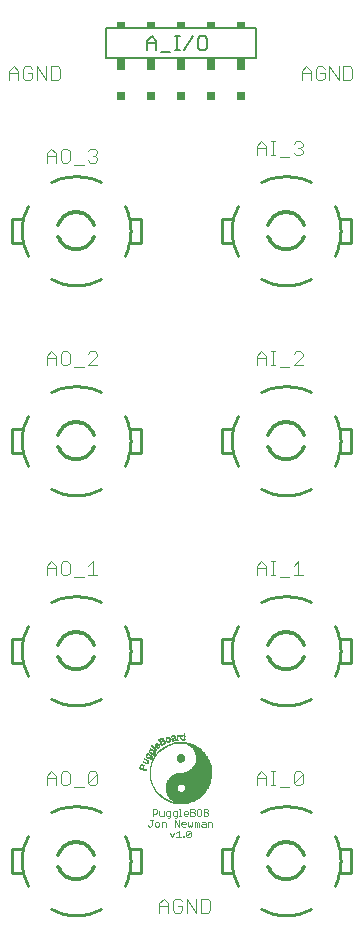
<source format=gto>
G75*
G70*
%OFA0B0*%
%FSLAX24Y24*%
%IPPOS*%
%LPD*%
%AMOC8*
5,1,8,0,0,1.08239X$1,22.5*
%
%ADD10C,0.0040*%
%ADD11R,0.0002X0.0002*%
%ADD12R,0.0004X0.0002*%
%ADD13R,0.0066X0.0002*%
%ADD14R,0.0004X0.0002*%
%ADD15R,0.0002X0.0002*%
%ADD16R,0.0002X0.0002*%
%ADD17R,0.0148X0.0002*%
%ADD18R,0.0002X0.0002*%
%ADD19R,0.0200X0.0002*%
%ADD20R,0.0236X0.0002*%
%ADD21R,0.0268X0.0002*%
%ADD22R,0.0300X0.0002*%
%ADD23R,0.0326X0.0002*%
%ADD24R,0.0350X0.0002*%
%ADD25R,0.0374X0.0002*%
%ADD26R,0.0394X0.0002*%
%ADD27R,0.0418X0.0002*%
%ADD28R,0.0432X0.0002*%
%ADD29R,0.0152X0.0002*%
%ADD30R,0.0280X0.0002*%
%ADD31R,0.0136X0.0002*%
%ADD32R,0.0308X0.0002*%
%ADD33R,0.0126X0.0002*%
%ADD34R,0.0328X0.0002*%
%ADD35R,0.0118X0.0002*%
%ADD36R,0.0348X0.0002*%
%ADD37R,0.0112X0.0002*%
%ADD38R,0.0366X0.0002*%
%ADD39R,0.0108X0.0002*%
%ADD40R,0.0382X0.0002*%
%ADD41R,0.0104X0.0002*%
%ADD42R,0.0398X0.0002*%
%ADD43R,0.0098X0.0002*%
%ADD44R,0.0412X0.0002*%
%ADD45R,0.0096X0.0002*%
%ADD46R,0.0426X0.0002*%
%ADD47R,0.0094X0.0002*%
%ADD48R,0.0440X0.0002*%
%ADD49R,0.0090X0.0002*%
%ADD50R,0.0452X0.0002*%
%ADD51R,0.0088X0.0002*%
%ADD52R,0.0466X0.0002*%
%ADD53R,0.0086X0.0002*%
%ADD54R,0.0478X0.0002*%
%ADD55R,0.0082X0.0002*%
%ADD56R,0.0490X0.0002*%
%ADD57R,0.0078X0.0002*%
%ADD58R,0.0502X0.0002*%
%ADD59R,0.0080X0.0002*%
%ADD60R,0.0510X0.0002*%
%ADD61R,0.0078X0.0002*%
%ADD62R,0.0524X0.0002*%
%ADD63R,0.0076X0.0002*%
%ADD64R,0.0534X0.0002*%
%ADD65R,0.0074X0.0002*%
%ADD66R,0.0546X0.0002*%
%ADD67R,0.0074X0.0002*%
%ADD68R,0.0554X0.0002*%
%ADD69R,0.0072X0.0002*%
%ADD70R,0.0566X0.0002*%
%ADD71R,0.0070X0.0002*%
%ADD72R,0.0572X0.0002*%
%ADD73R,0.0070X0.0002*%
%ADD74R,0.0584X0.0002*%
%ADD75R,0.0068X0.0002*%
%ADD76R,0.0592X0.0002*%
%ADD77R,0.0068X0.0002*%
%ADD78R,0.0602X0.0002*%
%ADD79R,0.0612X0.0002*%
%ADD80R,0.0620X0.0002*%
%ADD81R,0.0064X0.0002*%
%ADD82R,0.0628X0.0002*%
%ADD83R,0.0062X0.0002*%
%ADD84R,0.0638X0.0002*%
%ADD85R,0.0062X0.0002*%
%ADD86R,0.0644X0.0002*%
%ADD87R,0.0654X0.0002*%
%ADD88R,0.0060X0.0002*%
%ADD89R,0.0660X0.0002*%
%ADD90R,0.0056X0.0002*%
%ADD91R,0.0670X0.0002*%
%ADD92R,0.0056X0.0002*%
%ADD93R,0.0678X0.0002*%
%ADD94R,0.0058X0.0002*%
%ADD95R,0.0684X0.0002*%
%ADD96R,0.0058X0.0002*%
%ADD97R,0.0692X0.0002*%
%ADD98R,0.0700X0.0002*%
%ADD99R,0.0708X0.0002*%
%ADD100R,0.0716X0.0002*%
%ADD101R,0.0722X0.0002*%
%ADD102R,0.0054X0.0002*%
%ADD103R,0.0730X0.0002*%
%ADD104R,0.0736X0.0002*%
%ADD105R,0.0052X0.0002*%
%ADD106R,0.0744X0.0002*%
%ADD107R,0.0052X0.0002*%
%ADD108R,0.0750X0.0002*%
%ADD109R,0.0052X0.0002*%
%ADD110R,0.0758X0.0002*%
%ADD111R,0.0764X0.0002*%
%ADD112R,0.0050X0.0002*%
%ADD113R,0.0770X0.0002*%
%ADD114R,0.0050X0.0002*%
%ADD115R,0.0778X0.0002*%
%ADD116R,0.0784X0.0002*%
%ADD117R,0.0792X0.0002*%
%ADD118R,0.0796X0.0002*%
%ADD119R,0.0802X0.0002*%
%ADD120R,0.0048X0.0002*%
%ADD121R,0.0808X0.0002*%
%ADD122R,0.0816X0.0002*%
%ADD123R,0.0820X0.0002*%
%ADD124R,0.0048X0.0002*%
%ADD125R,0.0826X0.0002*%
%ADD126R,0.0832X0.0002*%
%ADD127R,0.0046X0.0002*%
%ADD128R,0.0840X0.0002*%
%ADD129R,0.0046X0.0002*%
%ADD130R,0.0844X0.0002*%
%ADD131R,0.0850X0.0002*%
%ADD132R,0.0856X0.0002*%
%ADD133R,0.0864X0.0002*%
%ADD134R,0.0866X0.0002*%
%ADD135R,0.0044X0.0002*%
%ADD136R,0.0874X0.0002*%
%ADD137R,0.0044X0.0002*%
%ADD138R,0.0878X0.0002*%
%ADD139R,0.0884X0.0002*%
%ADD140R,0.0888X0.0002*%
%ADD141R,0.0894X0.0002*%
%ADD142R,0.0042X0.0002*%
%ADD143R,0.0900X0.0002*%
%ADD144R,0.0904X0.0002*%
%ADD145R,0.0910X0.0002*%
%ADD146R,0.0914X0.0002*%
%ADD147R,0.0920X0.0002*%
%ADD148R,0.0926X0.0002*%
%ADD149R,0.0930X0.0002*%
%ADD150R,0.0934X0.0002*%
%ADD151R,0.0940X0.0002*%
%ADD152R,0.0042X0.0002*%
%ADD153R,0.0944X0.0002*%
%ADD154R,0.0950X0.0002*%
%ADD155R,0.0954X0.0002*%
%ADD156R,0.0040X0.0002*%
%ADD157R,0.0960X0.0002*%
%ADD158R,0.0964X0.0002*%
%ADD159R,0.0040X0.0002*%
%ADD160R,0.0968X0.0002*%
%ADD161R,0.0038X0.0002*%
%ADD162R,0.0972X0.0002*%
%ADD163R,0.0976X0.0002*%
%ADD164R,0.0982X0.0002*%
%ADD165R,0.0986X0.0002*%
%ADD166R,0.0990X0.0002*%
%ADD167R,0.0996X0.0002*%
%ADD168R,0.0998X0.0002*%
%ADD169R,0.1004X0.0002*%
%ADD170R,0.1008X0.0002*%
%ADD171R,0.1012X0.0002*%
%ADD172R,0.1016X0.0002*%
%ADD173R,0.0038X0.0002*%
%ADD174R,0.1022X0.0002*%
%ADD175R,0.1024X0.0002*%
%ADD176R,0.1028X0.0002*%
%ADD177R,0.0036X0.0002*%
%ADD178R,0.1034X0.0002*%
%ADD179R,0.0036X0.0002*%
%ADD180R,0.1038X0.0002*%
%ADD181R,0.1042X0.0002*%
%ADD182R,0.1044X0.0002*%
%ADD183R,0.1050X0.0002*%
%ADD184R,0.1054X0.0002*%
%ADD185R,0.1058X0.0002*%
%ADD186R,0.1060X0.0002*%
%ADD187R,0.1066X0.0002*%
%ADD188R,0.1070X0.0002*%
%ADD189R,0.1072X0.0002*%
%ADD190R,0.1076X0.0002*%
%ADD191R,0.1082X0.0002*%
%ADD192R,0.1082X0.0002*%
%ADD193R,0.0034X0.0002*%
%ADD194R,0.1086X0.0002*%
%ADD195R,0.1092X0.0002*%
%ADD196R,0.1094X0.0002*%
%ADD197R,0.1098X0.0002*%
%ADD198R,0.1102X0.0002*%
%ADD199R,0.1104X0.0002*%
%ADD200R,0.0034X0.0002*%
%ADD201R,0.1110X0.0002*%
%ADD202R,0.0034X0.0002*%
%ADD203R,0.1112X0.0002*%
%ADD204R,0.1116X0.0002*%
%ADD205R,0.1120X0.0002*%
%ADD206R,0.1122X0.0002*%
%ADD207R,0.0034X0.0002*%
%ADD208R,0.1126X0.0002*%
%ADD209R,0.1128X0.0002*%
%ADD210R,0.1132X0.0002*%
%ADD211R,0.1136X0.0002*%
%ADD212R,0.1140X0.0002*%
%ADD213R,0.0032X0.0002*%
%ADD214R,0.1142X0.0002*%
%ADD215R,0.1144X0.0002*%
%ADD216R,0.1150X0.0002*%
%ADD217R,0.0032X0.0002*%
%ADD218R,0.1150X0.0002*%
%ADD219R,0.0032X0.0002*%
%ADD220R,0.1156X0.0002*%
%ADD221R,0.1156X0.0002*%
%ADD222R,0.1162X0.0002*%
%ADD223R,0.1166X0.0002*%
%ADD224R,0.1168X0.0002*%
%ADD225R,0.1170X0.0002*%
%ADD226R,0.0032X0.0002*%
%ADD227R,0.1174X0.0002*%
%ADD228R,0.1178X0.0002*%
%ADD229R,0.1178X0.0002*%
%ADD230R,0.1184X0.0002*%
%ADD231R,0.1186X0.0002*%
%ADD232R,0.1190X0.0002*%
%ADD233R,0.1192X0.0002*%
%ADD234R,0.0030X0.0002*%
%ADD235R,0.1192X0.0002*%
%ADD236R,0.1198X0.0002*%
%ADD237R,0.0030X0.0002*%
%ADD238R,0.1204X0.0002*%
%ADD239R,0.1204X0.0002*%
%ADD240R,0.1208X0.0002*%
%ADD241R,0.1212X0.0002*%
%ADD242R,0.1214X0.0002*%
%ADD243R,0.1216X0.0002*%
%ADD244R,0.1218X0.0002*%
%ADD245R,0.1222X0.0002*%
%ADD246R,0.1224X0.0002*%
%ADD247R,0.1228X0.0002*%
%ADD248R,0.1230X0.0002*%
%ADD249R,0.1232X0.0002*%
%ADD250R,0.1234X0.0002*%
%ADD251R,0.1238X0.0002*%
%ADD252R,0.1242X0.0002*%
%ADD253R,0.1246X0.0002*%
%ADD254R,0.1248X0.0002*%
%ADD255R,0.1250X0.0002*%
%ADD256R,0.1256X0.0002*%
%ADD257R,0.1256X0.0002*%
%ADD258R,0.1258X0.0002*%
%ADD259R,0.1262X0.0002*%
%ADD260R,0.1264X0.0002*%
%ADD261R,0.1266X0.0002*%
%ADD262R,0.1270X0.0002*%
%ADD263R,0.1272X0.0002*%
%ADD264R,0.1272X0.0002*%
%ADD265R,0.1276X0.0002*%
%ADD266R,0.1278X0.0002*%
%ADD267R,0.1280X0.0002*%
%ADD268R,0.0028X0.0002*%
%ADD269R,0.1284X0.0002*%
%ADD270R,0.0028X0.0002*%
%ADD271R,0.1284X0.0002*%
%ADD272R,0.1286X0.0002*%
%ADD273R,0.1288X0.0002*%
%ADD274R,0.1292X0.0002*%
%ADD275R,0.0468X0.0002*%
%ADD276R,0.0786X0.0002*%
%ADD277R,0.0454X0.0002*%
%ADD278R,0.0780X0.0002*%
%ADD279R,0.0448X0.0002*%
%ADD280R,0.0774X0.0002*%
%ADD281R,0.0444X0.0002*%
%ADD282R,0.0770X0.0002*%
%ADD283R,0.0438X0.0002*%
%ADD284R,0.0432X0.0002*%
%ADD285R,0.0762X0.0002*%
%ADD286R,0.0428X0.0002*%
%ADD287R,0.0758X0.0002*%
%ADD288R,0.0756X0.0002*%
%ADD289R,0.0424X0.0002*%
%ADD290R,0.0756X0.0002*%
%ADD291R,0.0420X0.0002*%
%ADD292R,0.0754X0.0002*%
%ADD293R,0.0418X0.0002*%
%ADD294R,0.0750X0.0002*%
%ADD295R,0.0416X0.0002*%
%ADD296R,0.0412X0.0002*%
%ADD297R,0.0748X0.0002*%
%ADD298R,0.0410X0.0002*%
%ADD299R,0.0746X0.0002*%
%ADD300R,0.0408X0.0002*%
%ADD301R,0.0746X0.0002*%
%ADD302R,0.0408X0.0002*%
%ADD303R,0.0406X0.0002*%
%ADD304R,0.0402X0.0002*%
%ADD305R,0.0742X0.0002*%
%ADD306R,0.0400X0.0002*%
%ADD307R,0.0742X0.0002*%
%ADD308R,0.0026X0.0002*%
%ADD309R,0.0740X0.0002*%
%ADD310R,0.0396X0.0002*%
%ADD311R,0.0396X0.0002*%
%ADD312R,0.0738X0.0002*%
%ADD313R,0.0740X0.0002*%
%ADD314R,0.0392X0.0002*%
%ADD315R,0.0390X0.0002*%
%ADD316R,0.0390X0.0002*%
%ADD317R,0.0388X0.0002*%
%ADD318R,0.0738X0.0002*%
%ADD319R,0.0386X0.0002*%
%ADD320R,0.0384X0.0002*%
%ADD321R,0.0384X0.0002*%
%ADD322R,0.0026X0.0002*%
%ADD323R,0.0382X0.0002*%
%ADD324R,0.0382X0.0002*%
%ADD325R,0.0380X0.0002*%
%ADD326R,0.0378X0.0002*%
%ADD327R,0.0742X0.0002*%
%ADD328R,0.0378X0.0002*%
%ADD329R,0.0376X0.0002*%
%ADD330R,0.0744X0.0002*%
%ADD331R,0.0744X0.0002*%
%ADD332R,0.0376X0.0002*%
%ADD333R,0.0374X0.0002*%
%ADD334R,0.0372X0.0002*%
%ADD335R,0.0372X0.0002*%
%ADD336R,0.0748X0.0002*%
%ADD337R,0.0374X0.0002*%
%ADD338R,0.0370X0.0002*%
%ADD339R,0.0370X0.0002*%
%ADD340R,0.0752X0.0002*%
%ADD341R,0.0752X0.0002*%
%ADD342R,0.0752X0.0002*%
%ADD343R,0.0760X0.0002*%
%ADD344R,0.0760X0.0002*%
%ADD345R,0.0368X0.0002*%
%ADD346R,0.0766X0.0002*%
%ADD347R,0.0766X0.0002*%
%ADD348R,0.0768X0.0002*%
%ADD349R,0.0768X0.0002*%
%ADD350R,0.0368X0.0002*%
%ADD351R,0.0772X0.0002*%
%ADD352R,0.0772X0.0002*%
%ADD353R,0.0774X0.0002*%
%ADD354R,0.0776X0.0002*%
%ADD355R,0.0024X0.0002*%
%ADD356R,0.0778X0.0002*%
%ADD357R,0.0782X0.0002*%
%ADD358R,0.0782X0.0002*%
%ADD359R,0.0786X0.0002*%
%ADD360R,0.0790X0.0002*%
%ADD361R,0.0790X0.0002*%
%ADD362R,0.0792X0.0002*%
%ADD363R,0.0794X0.0002*%
%ADD364R,0.0798X0.0002*%
%ADD365R,0.0800X0.0002*%
%ADD366R,0.0804X0.0002*%
%ADD367R,0.0804X0.0002*%
%ADD368R,0.0380X0.0002*%
%ADD369R,0.0808X0.0002*%
%ADD370R,0.0812X0.0002*%
%ADD371R,0.0812X0.0002*%
%ADD372R,0.0818X0.0002*%
%ADD373R,0.0818X0.0002*%
%ADD374R,0.0822X0.0002*%
%ADD375R,0.0024X0.0002*%
%ADD376R,0.0822X0.0002*%
%ADD377R,0.0388X0.0002*%
%ADD378R,0.0024X0.0002*%
%ADD379R,0.0828X0.0002*%
%ADD380R,0.0392X0.0002*%
%ADD381R,0.0836X0.0002*%
%ADD382R,0.0394X0.0002*%
%ADD383R,0.0838X0.0002*%
%ADD384R,0.0842X0.0002*%
%ADD385R,0.0844X0.0002*%
%ADD386R,0.0846X0.0002*%
%ADD387R,0.0024X0.0002*%
%ADD388R,0.0852X0.0002*%
%ADD389R,0.0404X0.0002*%
%ADD390R,0.0856X0.0002*%
%ADD391R,0.0860X0.0002*%
%ADD392R,0.0870X0.0002*%
%ADD393R,0.0414X0.0002*%
%ADD394R,0.0872X0.0002*%
%ADD395R,0.0876X0.0002*%
%ADD396R,0.0880X0.0002*%
%ADD397R,0.0422X0.0002*%
%ADD398R,0.0884X0.0002*%
%ADD399R,0.0886X0.0002*%
%ADD400R,0.0430X0.0002*%
%ADD401R,0.0432X0.0002*%
%ADD402R,0.0898X0.0002*%
%ADD403R,0.0436X0.0002*%
%ADD404R,0.0904X0.0002*%
%ADD405R,0.0442X0.0002*%
%ADD406R,0.0908X0.0002*%
%ADD407R,0.0446X0.0002*%
%ADD408R,0.0914X0.0002*%
%ADD409R,0.0452X0.0002*%
%ADD410R,0.0924X0.0002*%
%ADD411R,0.0458X0.0002*%
%ADD412R,0.0932X0.0002*%
%ADD413R,0.0478X0.0002*%
%ADD414R,0.1444X0.0002*%
%ADD415R,0.1442X0.0002*%
%ADD416R,0.1444X0.0002*%
%ADD417R,0.1444X0.0002*%
%ADD418R,0.1446X0.0002*%
%ADD419R,0.1444X0.0002*%
%ADD420R,0.1446X0.0002*%
%ADD421R,0.0022X0.0002*%
%ADD422R,0.1442X0.0002*%
%ADD423R,0.1442X0.0002*%
%ADD424R,0.0022X0.0002*%
%ADD425R,0.1442X0.0002*%
%ADD426R,0.1440X0.0002*%
%ADD427R,0.0022X0.0002*%
%ADD428R,0.1440X0.0002*%
%ADD429R,0.1438X0.0002*%
%ADD430R,0.1438X0.0002*%
%ADD431R,0.1436X0.0002*%
%ADD432R,0.1436X0.0002*%
%ADD433R,0.1434X0.0002*%
%ADD434R,0.1432X0.0002*%
%ADD435R,0.1434X0.0002*%
%ADD436R,0.1432X0.0002*%
%ADD437R,0.1432X0.0002*%
%ADD438R,0.1430X0.0002*%
%ADD439R,0.1430X0.0002*%
%ADD440R,0.1428X0.0002*%
%ADD441R,0.1428X0.0002*%
%ADD442R,0.1426X0.0002*%
%ADD443R,0.1424X0.0002*%
%ADD444R,0.1424X0.0002*%
%ADD445R,0.1422X0.0002*%
%ADD446R,0.1422X0.0002*%
%ADD447R,0.1420X0.0002*%
%ADD448R,0.1422X0.0002*%
%ADD449R,0.1418X0.0002*%
%ADD450R,0.1416X0.0002*%
%ADD451R,0.1416X0.0002*%
%ADD452R,0.1414X0.0002*%
%ADD453R,0.0022X0.0002*%
%ADD454R,0.1412X0.0002*%
%ADD455R,0.1412X0.0002*%
%ADD456R,0.1410X0.0002*%
%ADD457R,0.1410X0.0002*%
%ADD458R,0.1408X0.0002*%
%ADD459R,0.1406X0.0002*%
%ADD460R,0.1406X0.0002*%
%ADD461R,0.1404X0.0002*%
%ADD462R,0.1402X0.0002*%
%ADD463R,0.1400X0.0002*%
%ADD464R,0.1398X0.0002*%
%ADD465R,0.1396X0.0002*%
%ADD466R,0.1394X0.0002*%
%ADD467R,0.1392X0.0002*%
%ADD468R,0.1392X0.0002*%
%ADD469R,0.1392X0.0002*%
%ADD470R,0.1388X0.0002*%
%ADD471R,0.1388X0.0002*%
%ADD472R,0.1386X0.0002*%
%ADD473R,0.1384X0.0002*%
%ADD474R,0.1382X0.0002*%
%ADD475R,0.1380X0.0002*%
%ADD476R,0.1378X0.0002*%
%ADD477R,0.1378X0.0002*%
%ADD478R,0.1374X0.0002*%
%ADD479R,0.1372X0.0002*%
%ADD480R,0.1372X0.0002*%
%ADD481R,0.1368X0.0002*%
%ADD482R,0.1368X0.0002*%
%ADD483R,0.1364X0.0002*%
%ADD484R,0.1362X0.0002*%
%ADD485R,0.1362X0.0002*%
%ADD486R,0.1358X0.0002*%
%ADD487R,0.1358X0.0002*%
%ADD488R,0.1356X0.0002*%
%ADD489R,0.1354X0.0002*%
%ADD490R,0.1352X0.0002*%
%ADD491R,0.1348X0.0002*%
%ADD492R,0.1348X0.0002*%
%ADD493R,0.1346X0.0002*%
%ADD494R,0.1342X0.0002*%
%ADD495R,0.1342X0.0002*%
%ADD496R,0.1338X0.0002*%
%ADD497R,0.1338X0.0002*%
%ADD498R,0.1334X0.0002*%
%ADD499R,0.1332X0.0002*%
%ADD500R,0.1330X0.0002*%
%ADD501R,0.1328X0.0002*%
%ADD502R,0.1324X0.0002*%
%ADD503R,0.1324X0.0002*%
%ADD504R,0.1318X0.0002*%
%ADD505R,0.0020X0.0002*%
%ADD506R,0.1318X0.0002*%
%ADD507R,0.1316X0.0002*%
%ADD508R,0.1312X0.0002*%
%ADD509R,0.1308X0.0002*%
%ADD510R,0.1308X0.0002*%
%ADD511R,0.1304X0.0002*%
%ADD512R,0.1302X0.0002*%
%ADD513R,0.1296X0.0002*%
%ADD514R,0.1294X0.0002*%
%ADD515R,0.1288X0.0002*%
%ADD516R,0.1282X0.0002*%
%ADD517R,0.1276X0.0002*%
%ADD518R,0.1274X0.0002*%
%ADD519R,0.1270X0.0002*%
%ADD520R,0.1266X0.0002*%
%ADD521R,0.1260X0.0002*%
%ADD522R,0.1254X0.0002*%
%ADD523R,0.1244X0.0002*%
%ADD524R,0.1242X0.0002*%
%ADD525R,0.1234X0.0002*%
%ADD526R,0.1232X0.0002*%
%ADD527R,0.1226X0.0002*%
%ADD528R,0.1214X0.0002*%
%ADD529R,0.1206X0.0002*%
%ADD530R,0.1196X0.0002*%
%ADD531R,0.1174X0.0002*%
%ADD532R,0.1166X0.0002*%
%ADD533R,0.1160X0.0002*%
%ADD534R,0.1154X0.0002*%
%ADD535R,0.1144X0.0002*%
%ADD536R,0.1134X0.0002*%
%ADD537R,0.1126X0.0002*%
%ADD538R,0.1088X0.0002*%
%ADD539R,0.0010X0.0002*%
%ADD540R,0.0980X0.0002*%
%ADD541R,0.0964X0.0002*%
%ADD542R,0.0020X0.0002*%
%ADD543R,0.0950X0.0002*%
%ADD544R,0.0938X0.0002*%
%ADD545R,0.0928X0.0002*%
%ADD546R,0.0918X0.0002*%
%ADD547R,0.0908X0.0002*%
%ADD548R,0.0900X0.0002*%
%ADD549R,0.0894X0.0002*%
%ADD550R,0.0880X0.0002*%
%ADD551R,0.0872X0.0002*%
%ADD552R,0.0868X0.0002*%
%ADD553R,0.0854X0.0002*%
%ADD554R,0.0838X0.0002*%
%ADD555R,0.0834X0.0002*%
%ADD556R,0.0828X0.0002*%
%ADD557R,0.0826X0.0002*%
%ADD558R,0.0810X0.0002*%
%ADD559R,0.0802X0.0002*%
%ADD560R,0.0798X0.0002*%
%ADD561R,0.0784X0.0002*%
%ADD562R,0.0776X0.0002*%
%ADD563R,0.0018X0.0002*%
%ADD564R,0.0734X0.0002*%
%ADD565R,0.0042X0.0002*%
%ADD566R,0.0728X0.0002*%
%ADD567R,0.0722X0.0002*%
%ADD568R,0.0062X0.0002*%
%ADD569R,0.0722X0.0002*%
%ADD570R,0.0074X0.0002*%
%ADD571R,0.0718X0.0002*%
%ADD572R,0.0094X0.0002*%
%ADD573R,0.0712X0.0002*%
%ADD574R,0.0104X0.0002*%
%ADD575R,0.0710X0.0002*%
%ADD576R,0.0116X0.0002*%
%ADD577R,0.0706X0.0002*%
%ADD578R,0.0128X0.0002*%
%ADD579R,0.0706X0.0002*%
%ADD580R,0.0138X0.0002*%
%ADD581R,0.0702X0.0002*%
%ADD582R,0.0144X0.0002*%
%ADD583R,0.0700X0.0002*%
%ADD584R,0.0156X0.0002*%
%ADD585R,0.0696X0.0002*%
%ADD586R,0.0160X0.0002*%
%ADD587R,0.0694X0.0002*%
%ADD588R,0.0160X0.0002*%
%ADD589R,0.0690X0.0002*%
%ADD590R,0.0688X0.0002*%
%ADD591R,0.0158X0.0002*%
%ADD592R,0.0686X0.0002*%
%ADD593R,0.0684X0.0002*%
%ADD594R,0.0682X0.0002*%
%ADD595R,0.0678X0.0002*%
%ADD596R,0.0148X0.0002*%
%ADD597R,0.0676X0.0002*%
%ADD598R,0.0142X0.0002*%
%ADD599R,0.0676X0.0002*%
%ADD600R,0.0670X0.0002*%
%ADD601R,0.0668X0.0002*%
%ADD602R,0.0106X0.0002*%
%ADD603R,0.0668X0.0002*%
%ADD604R,0.0664X0.0002*%
%ADD605R,0.0084X0.0002*%
%ADD606R,0.0662X0.0002*%
%ADD607R,0.0074X0.0002*%
%ADD608R,0.0064X0.0002*%
%ADD609R,0.0658X0.0002*%
%ADD610R,0.0054X0.0002*%
%ADD611R,0.0656X0.0002*%
%ADD612R,0.0044X0.0002*%
%ADD613R,0.0652X0.0002*%
%ADD614R,0.0652X0.0002*%
%ADD615R,0.0648X0.0002*%
%ADD616R,0.0646X0.0002*%
%ADD617R,0.0640X0.0002*%
%ADD618R,0.0640X0.0002*%
%ADD619R,0.0636X0.0002*%
%ADD620R,0.0634X0.0002*%
%ADD621R,0.0634X0.0002*%
%ADD622R,0.0626X0.0002*%
%ADD623R,0.0624X0.0002*%
%ADD624R,0.0622X0.0002*%
%ADD625R,0.0616X0.0002*%
%ADD626R,0.0614X0.0002*%
%ADD627R,0.0612X0.0002*%
%ADD628R,0.0610X0.0002*%
%ADD629R,0.0606X0.0002*%
%ADD630R,0.0604X0.0002*%
%ADD631R,0.0604X0.0002*%
%ADD632R,0.0598X0.0002*%
%ADD633R,0.0600X0.0002*%
%ADD634R,0.0596X0.0002*%
%ADD635R,0.0596X0.0002*%
%ADD636R,0.0592X0.0002*%
%ADD637R,0.0592X0.0002*%
%ADD638R,0.0588X0.0002*%
%ADD639R,0.0586X0.0002*%
%ADD640R,0.0584X0.0002*%
%ADD641R,0.0580X0.0002*%
%ADD642R,0.0580X0.0002*%
%ADD643R,0.0578X0.0002*%
%ADD644R,0.0574X0.0002*%
%ADD645R,0.0572X0.0002*%
%ADD646R,0.0568X0.0002*%
%ADD647R,0.0570X0.0002*%
%ADD648R,0.0564X0.0002*%
%ADD649R,0.0564X0.0002*%
%ADD650R,0.0562X0.0002*%
%ADD651R,0.0560X0.0002*%
%ADD652R,0.0558X0.0002*%
%ADD653R,0.0558X0.0002*%
%ADD654R,0.0556X0.0002*%
%ADD655R,0.0552X0.0002*%
%ADD656R,0.0114X0.0002*%
%ADD657R,0.0552X0.0002*%
%ADD658R,0.0110X0.0002*%
%ADD659R,0.0550X0.0002*%
%ADD660R,0.0110X0.0002*%
%ADD661R,0.0548X0.0002*%
%ADD662R,0.0106X0.0002*%
%ADD663R,0.0102X0.0002*%
%ADD664R,0.0544X0.0002*%
%ADD665R,0.0542X0.0002*%
%ADD666R,0.0090X0.0002*%
%ADD667R,0.0540X0.0002*%
%ADD668R,0.0540X0.0002*%
%ADD669R,0.0536X0.0002*%
%ADD670R,0.0536X0.0002*%
%ADD671R,0.0534X0.0002*%
%ADD672R,0.0060X0.0002*%
%ADD673R,0.0532X0.0002*%
%ADD674R,0.0532X0.0002*%
%ADD675R,0.0530X0.0002*%
%ADD676R,0.0012X0.0002*%
%ADD677R,0.0526X0.0002*%
%ADD678R,0.0528X0.0002*%
%ADD679R,0.0522X0.0002*%
%ADD680R,0.0520X0.0002*%
%ADD681R,0.0520X0.0002*%
%ADD682R,0.0516X0.0002*%
%ADD683R,0.0518X0.0002*%
%ADD684R,0.0514X0.0002*%
%ADD685R,0.0514X0.0002*%
%ADD686R,0.0512X0.0002*%
%ADD687R,0.0062X0.0002*%
%ADD688R,0.0510X0.0002*%
%ADD689R,0.0506X0.0002*%
%ADD690R,0.0506X0.0002*%
%ADD691R,0.0502X0.0002*%
%ADD692R,0.0114X0.0002*%
%ADD693R,0.0120X0.0002*%
%ADD694R,0.0498X0.0002*%
%ADD695R,0.0126X0.0002*%
%ADD696R,0.0498X0.0002*%
%ADD697R,0.0132X0.0002*%
%ADD698R,0.0496X0.0002*%
%ADD699R,0.0494X0.0002*%
%ADD700R,0.0082X0.0002*%
%ADD701R,0.0080X0.0002*%
%ADD702R,0.0494X0.0002*%
%ADD703R,0.0490X0.0002*%
%ADD704R,0.0486X0.0002*%
%ADD705R,0.0486X0.0002*%
%ADD706R,0.0484X0.0002*%
%ADD707R,0.0482X0.0002*%
%ADD708R,0.0482X0.0002*%
%ADD709R,0.0480X0.0002*%
%ADD710R,0.0476X0.0002*%
%ADD711R,0.0474X0.0002*%
%ADD712R,0.0472X0.0002*%
%ADD713R,0.0012X0.0002*%
%ADD714R,0.0076X0.0002*%
%ADD715R,0.0472X0.0002*%
%ADD716R,0.0008X0.0002*%
%ADD717R,0.0468X0.0002*%
%ADD718R,0.0118X0.0002*%
%ADD719R,0.0466X0.0002*%
%ADD720R,0.0018X0.0002*%
%ADD721R,0.0464X0.0002*%
%ADD722R,0.0134X0.0002*%
%ADD723R,0.0462X0.0002*%
%ADD724R,0.0140X0.0002*%
%ADD725R,0.0462X0.0002*%
%ADD726R,0.0146X0.0002*%
%ADD727R,0.0460X0.0002*%
%ADD728R,0.0154X0.0002*%
%ADD729R,0.0460X0.0002*%
%ADD730R,0.0158X0.0002*%
%ADD731R,0.0162X0.0002*%
%ADD732R,0.0456X0.0002*%
%ADD733R,0.0008X0.0002*%
%ADD734R,0.0168X0.0002*%
%ADD735R,0.0456X0.0002*%
%ADD736R,0.0014X0.0002*%
%ADD737R,0.0174X0.0002*%
%ADD738R,0.0178X0.0002*%
%ADD739R,0.0452X0.0002*%
%ADD740R,0.0182X0.0002*%
%ADD741R,0.0186X0.0002*%
%ADD742R,0.0450X0.0002*%
%ADD743R,0.0190X0.0002*%
%ADD744R,0.0450X0.0002*%
%ADD745R,0.0194X0.0002*%
%ADD746R,0.0198X0.0002*%
%ADD747R,0.0448X0.0002*%
%ADD748R,0.0202X0.0002*%
%ADD749R,0.0444X0.0002*%
%ADD750R,0.0072X0.0002*%
%ADD751R,0.0206X0.0002*%
%ADD752R,0.0210X0.0002*%
%ADD753R,0.0442X0.0002*%
%ADD754R,0.0214X0.0002*%
%ADD755R,0.0218X0.0002*%
%ADD756R,0.0220X0.0002*%
%ADD757R,0.0438X0.0002*%
%ADD758R,0.0222X0.0002*%
%ADD759R,0.0226X0.0002*%
%ADD760R,0.0226X0.0002*%
%ADD761R,0.0434X0.0002*%
%ADD762R,0.0230X0.0002*%
%ADD763R,0.0434X0.0002*%
%ADD764R,0.0234X0.0002*%
%ADD765R,0.0234X0.0002*%
%ADD766R,0.0238X0.0002*%
%ADD767R,0.0238X0.0002*%
%ADD768R,0.0428X0.0002*%
%ADD769R,0.0240X0.0002*%
%ADD770R,0.0082X0.0002*%
%ADD771R,0.0242X0.0002*%
%ADD772R,0.0426X0.0002*%
%ADD773R,0.0246X0.0002*%
%ADD774R,0.0424X0.0002*%
%ADD775R,0.0248X0.0002*%
%ADD776R,0.0072X0.0002*%
%ADD777R,0.0250X0.0002*%
%ADD778R,0.0422X0.0002*%
%ADD779R,0.0066X0.0002*%
%ADD780R,0.0252X0.0002*%
%ADD781R,0.0420X0.0002*%
%ADD782R,0.0252X0.0002*%
%ADD783R,0.0254X0.0002*%
%ADD784R,0.0254X0.0002*%
%ADD785R,0.0416X0.0002*%
%ADD786R,0.0042X0.0002*%
%ADD787R,0.0256X0.0002*%
%ADD788R,0.0414X0.0002*%
%ADD789R,0.0258X0.0002*%
%ADD790R,0.0258X0.0002*%
%ADD791R,0.0412X0.0002*%
%ADD792R,0.0260X0.0002*%
%ADD793R,0.0262X0.0002*%
%ADD794R,0.0410X0.0002*%
%ADD795R,0.0006X0.0002*%
%ADD796R,0.0262X0.0002*%
%ADD797R,0.0264X0.0002*%
%ADD798R,0.0404X0.0002*%
%ADD799R,0.0406X0.0002*%
%ADD800R,0.0266X0.0002*%
%ADD801R,0.0266X0.0002*%
%ADD802R,0.0404X0.0002*%
%ADD803R,0.0400X0.0002*%
%ADD804R,0.0402X0.0002*%
%ADD805R,0.0092X0.0002*%
%ADD806R,0.0398X0.0002*%
%ADD807R,0.0098X0.0002*%
%ADD808R,0.0268X0.0002*%
%ADD809R,0.0102X0.0002*%
%ADD810R,0.0112X0.0002*%
%ADD811R,0.0392X0.0002*%
%ADD812R,0.0122X0.0002*%
%ADD813R,0.0386X0.0002*%
%ADD814R,0.0372X0.0002*%
%ADD815R,0.0252X0.0002*%
%ADD816R,0.0366X0.0002*%
%ADD817R,0.0246X0.0002*%
%ADD818R,0.0244X0.0002*%
%ADD819R,0.0364X0.0002*%
%ADD820R,0.0242X0.0002*%
%ADD821R,0.0362X0.0002*%
%ADD822R,0.0360X0.0002*%
%ADD823R,0.0360X0.0002*%
%ADD824R,0.0358X0.0002*%
%ADD825R,0.0358X0.0002*%
%ADD826R,0.0064X0.0002*%
%ADD827R,0.0356X0.0002*%
%ADD828R,0.0228X0.0002*%
%ADD829R,0.0356X0.0002*%
%ADD830R,0.0354X0.0002*%
%ADD831R,0.0222X0.0002*%
%ADD832R,0.0352X0.0002*%
%ADD833R,0.0352X0.0002*%
%ADD834R,0.0216X0.0002*%
%ADD835R,0.0352X0.0002*%
%ADD836R,0.0350X0.0002*%
%ADD837R,0.0348X0.0002*%
%ADD838R,0.0204X0.0002*%
%ADD839R,0.0346X0.0002*%
%ADD840R,0.0196X0.0002*%
%ADD841R,0.0344X0.0002*%
%ADD842R,0.0192X0.0002*%
%ADD843R,0.0344X0.0002*%
%ADD844R,0.0054X0.0002*%
%ADD845R,0.0190X0.0002*%
%ADD846R,0.0342X0.0002*%
%ADD847R,0.0054X0.0002*%
%ADD848R,0.0186X0.0002*%
%ADD849R,0.0342X0.0002*%
%ADD850R,0.0180X0.0002*%
%ADD851R,0.0340X0.0002*%
%ADD852R,0.0340X0.0002*%
%ADD853R,0.0170X0.0002*%
%ADD854R,0.0338X0.0002*%
%ADD855R,0.0166X0.0002*%
%ADD856R,0.0338X0.0002*%
%ADD857R,0.0162X0.0002*%
%ADD858R,0.0336X0.0002*%
%ADD859R,0.0334X0.0002*%
%ADD860R,0.0112X0.0002*%
%ADD861R,0.0336X0.0002*%
%ADD862R,0.0100X0.0002*%
%ADD863R,0.0138X0.0002*%
%ADD864R,0.0332X0.0002*%
%ADD865R,0.0092X0.0002*%
%ADD866R,0.0132X0.0002*%
%ADD867R,0.0330X0.0002*%
%ADD868R,0.0084X0.0002*%
%ADD869R,0.0124X0.0002*%
%ADD870R,0.0332X0.0002*%
%ADD871R,0.0116X0.0002*%
%ADD872R,0.0330X0.0002*%
%ADD873R,0.0328X0.0002*%
%ADD874R,0.0052X0.0002*%
%ADD875R,0.0086X0.0002*%
%ADD876R,0.0326X0.0002*%
%ADD877R,0.0324X0.0002*%
%ADD878R,0.0322X0.0002*%
%ADD879R,0.0322X0.0002*%
%ADD880R,0.0320X0.0002*%
%ADD881R,0.0318X0.0002*%
%ADD882R,0.0318X0.0002*%
%ADD883R,0.0316X0.0002*%
%ADD884R,0.0316X0.0002*%
%ADD885R,0.0016X0.0002*%
%ADD886R,0.0096X0.0002*%
%ADD887R,0.0314X0.0002*%
%ADD888R,0.0100X0.0002*%
%ADD889R,0.0312X0.0002*%
%ADD890R,0.0312X0.0002*%
%ADD891R,0.0310X0.0002*%
%ADD892R,0.0310X0.0002*%
%ADD893R,0.0306X0.0002*%
%ADD894R,0.0306X0.0002*%
%ADD895R,0.0304X0.0002*%
%ADD896R,0.0302X0.0002*%
%ADD897R,0.0300X0.0002*%
%ADD898R,0.0298X0.0002*%
%ADD899R,0.0298X0.0002*%
%ADD900R,0.0296X0.0002*%
%ADD901R,0.0294X0.0002*%
%ADD902R,0.0296X0.0002*%
%ADD903R,0.0292X0.0002*%
%ADD904R,0.0294X0.0002*%
%ADD905R,0.0290X0.0002*%
%ADD906R,0.0290X0.0002*%
%ADD907R,0.0288X0.0002*%
%ADD908R,0.0288X0.0002*%
%ADD909R,0.0286X0.0002*%
%ADD910R,0.0286X0.0002*%
%ADD911R,0.0284X0.0002*%
%ADD912R,0.0282X0.0002*%
%ADD913R,0.0282X0.0002*%
%ADD914R,0.0280X0.0002*%
%ADD915R,0.0278X0.0002*%
%ADD916R,0.0276X0.0002*%
%ADD917R,0.0276X0.0002*%
%ADD918R,0.0274X0.0002*%
%ADD919R,0.0272X0.0002*%
%ADD920R,0.0272X0.0002*%
%ADD921R,0.0270X0.0002*%
%ADD922R,0.0270X0.0002*%
%ADD923R,0.0006X0.0002*%
%ADD924R,0.0264X0.0002*%
%ADD925R,0.0010X0.0002*%
%ADD926R,0.0262X0.0002*%
%ADD927R,0.0260X0.0002*%
%ADD928R,0.0256X0.0002*%
%ADD929R,0.0250X0.0002*%
%ADD930R,0.0248X0.0002*%
%ADD931R,0.0244X0.0002*%
%ADD932R,0.0240X0.0002*%
%ADD933R,0.0236X0.0002*%
%ADD934R,0.0234X0.0002*%
%ADD935R,0.0232X0.0002*%
%ADD936R,0.0016X0.0002*%
%ADD937R,0.0232X0.0002*%
%ADD938R,0.0228X0.0002*%
%ADD939R,0.0224X0.0002*%
%ADD940R,0.0222X0.0002*%
%ADD941R,0.0088X0.0002*%
%ADD942R,0.0220X0.0002*%
%ADD943R,0.0104X0.0002*%
%ADD944R,0.0218X0.0002*%
%ADD945R,0.0216X0.0002*%
%ADD946R,0.0214X0.0002*%
%ADD947R,0.0212X0.0002*%
%ADD948R,0.0044X0.0002*%
%ADD949R,0.0212X0.0002*%
%ADD950R,0.0208X0.0002*%
%ADD951R,0.0208X0.0002*%
%ADD952R,0.0206X0.0002*%
%ADD953R,0.0202X0.0002*%
%ADD954R,0.0200X0.0002*%
%ADD955R,0.0198X0.0002*%
%ADD956R,0.0196X0.0002*%
%ADD957R,0.0192X0.0002*%
%ADD958R,0.0192X0.0002*%
%ADD959R,0.0188X0.0002*%
%ADD960R,0.0184X0.0002*%
%ADD961R,0.0184X0.0002*%
%ADD962R,0.0182X0.0002*%
%ADD963R,0.0182X0.0002*%
%ADD964R,0.0180X0.0002*%
%ADD965R,0.0178X0.0002*%
%ADD966R,0.0014X0.0002*%
%ADD967R,0.0176X0.0002*%
%ADD968R,0.0176X0.0002*%
%ADD969R,0.0004X0.0002*%
%ADD970R,0.0174X0.0002*%
%ADD971R,0.0172X0.0002*%
%ADD972R,0.0170X0.0002*%
%ADD973R,0.0166X0.0002*%
%ADD974R,0.0072X0.0002*%
%ADD975R,0.0164X0.0002*%
%ADD976R,0.0164X0.0002*%
%ADD977R,0.0162X0.0002*%
%ADD978R,0.0162X0.0002*%
%ADD979R,0.0156X0.0002*%
%ADD980R,0.0154X0.0002*%
%ADD981R,0.0094X0.0002*%
%ADD982R,0.0154X0.0002*%
%ADD983R,0.0152X0.0002*%
%ADD984R,0.0102X0.0002*%
%ADD985R,0.0152X0.0002*%
%ADD986R,0.0120X0.0002*%
%ADD987R,0.0334X0.0002*%
%ADD988R,0.0172X0.0002*%
%ADD989R,0.0004X0.0002*%
%ADD990R,0.0122X0.0002*%
%ADD991R,0.0084X0.0002*%
%ADD992R,0.0092X0.0002*%
%ADD993R,0.0012X0.0002*%
%ADD994R,0.0104X0.0002*%
%ADD995R,0.0064X0.0002*%
%ADD996R,0.0112X0.0002*%
%ADD997R,0.0108X0.0002*%
%ADD998R,0.0102X0.0002*%
%ADD999R,0.0082X0.0002*%
%ADD1000R,0.0012X0.0002*%
%ADD1001C,0.0020*%
%ADD1002C,0.0060*%
%ADD1003R,0.0300X0.0200*%
%ADD1004R,0.0300X0.0400*%
%ADD1005R,0.0300X0.0300*%
%ADD1006C,0.0050*%
%ADD1007C,0.0120*%
%ADD1008C,0.0100*%
D10*
X001670Y006670D02*
X001670Y006977D01*
X001823Y007130D01*
X001977Y006977D01*
X001977Y006670D01*
X002130Y006747D02*
X002130Y007054D01*
X002207Y007130D01*
X002361Y007130D01*
X002437Y007054D01*
X002437Y006747D01*
X002361Y006670D01*
X002207Y006670D01*
X002130Y006747D01*
X001977Y006900D02*
X001670Y006900D01*
X002591Y006593D02*
X002898Y006593D01*
X003051Y006747D02*
X003051Y007054D01*
X003128Y007130D01*
X003281Y007130D01*
X003358Y007054D01*
X003051Y006747D01*
X003128Y006670D01*
X003281Y006670D01*
X003358Y006747D01*
X003358Y007054D01*
X005573Y002880D02*
X005420Y002727D01*
X005420Y002420D01*
X005420Y002650D02*
X005727Y002650D01*
X005727Y002727D02*
X005727Y002420D01*
X005880Y002497D02*
X005880Y002804D01*
X005957Y002880D01*
X006111Y002880D01*
X006187Y002804D01*
X006187Y002650D02*
X006034Y002650D01*
X006187Y002650D02*
X006187Y002497D01*
X006111Y002420D01*
X005957Y002420D01*
X005880Y002497D01*
X005727Y002727D02*
X005573Y002880D01*
X006341Y002880D02*
X006341Y002420D01*
X006648Y002420D02*
X006341Y002880D01*
X006648Y002880D02*
X006648Y002420D01*
X006801Y002420D02*
X006801Y002880D01*
X007031Y002880D01*
X007108Y002804D01*
X007108Y002497D01*
X007031Y002420D01*
X006801Y002420D01*
X008670Y006670D02*
X008670Y006977D01*
X008823Y007130D01*
X008977Y006977D01*
X008977Y006670D01*
X008977Y006900D02*
X008670Y006900D01*
X009130Y006670D02*
X009284Y006670D01*
X009207Y006670D02*
X009207Y007130D01*
X009130Y007130D02*
X009284Y007130D01*
X009437Y006593D02*
X009744Y006593D01*
X009898Y006747D02*
X009898Y007054D01*
X009974Y007130D01*
X010128Y007130D01*
X010205Y007054D01*
X009898Y006747D01*
X009974Y006670D01*
X010128Y006670D01*
X010205Y006747D01*
X010205Y007054D01*
X009744Y013593D02*
X009437Y013593D01*
X009284Y013670D02*
X009130Y013670D01*
X009207Y013670D02*
X009207Y014130D01*
X009130Y014130D02*
X009284Y014130D01*
X008977Y013977D02*
X008977Y013670D01*
X008977Y013900D02*
X008670Y013900D01*
X008670Y013977D02*
X008823Y014130D01*
X008977Y013977D01*
X008670Y013977D02*
X008670Y013670D01*
X009898Y013670D02*
X010205Y013670D01*
X010051Y013670D02*
X010051Y014130D01*
X009898Y013977D01*
X009744Y020593D02*
X009437Y020593D01*
X009284Y020670D02*
X009130Y020670D01*
X009207Y020670D02*
X009207Y021130D01*
X009130Y021130D02*
X009284Y021130D01*
X008977Y020977D02*
X008977Y020670D01*
X008977Y020900D02*
X008670Y020900D01*
X008670Y020977D02*
X008823Y021130D01*
X008977Y020977D01*
X008670Y020977D02*
X008670Y020670D01*
X009898Y020670D02*
X010205Y020977D01*
X010205Y021054D01*
X010128Y021130D01*
X009974Y021130D01*
X009898Y021054D01*
X009898Y020670D02*
X010205Y020670D01*
X009744Y027593D02*
X009437Y027593D01*
X009284Y027670D02*
X009130Y027670D01*
X009207Y027670D02*
X009207Y028130D01*
X009130Y028130D02*
X009284Y028130D01*
X008977Y027977D02*
X008977Y027670D01*
X008977Y027900D02*
X008670Y027900D01*
X008670Y027977D02*
X008823Y028130D01*
X008977Y027977D01*
X008670Y027977D02*
X008670Y027670D01*
X009898Y027747D02*
X009974Y027670D01*
X010128Y027670D01*
X010205Y027747D01*
X010205Y027823D01*
X010128Y027900D01*
X010051Y027900D01*
X010128Y027900D02*
X010205Y027977D01*
X010205Y028054D01*
X010128Y028130D01*
X009974Y028130D01*
X009898Y028054D01*
X010170Y030170D02*
X010170Y030477D01*
X010323Y030630D01*
X010477Y030477D01*
X010477Y030170D01*
X010630Y030247D02*
X010707Y030170D01*
X010861Y030170D01*
X010937Y030247D01*
X010937Y030400D01*
X010784Y030400D01*
X010630Y030554D02*
X010630Y030247D01*
X010477Y030400D02*
X010170Y030400D01*
X010630Y030554D02*
X010707Y030630D01*
X010861Y030630D01*
X010937Y030554D01*
X011091Y030630D02*
X011091Y030170D01*
X011398Y030170D02*
X011091Y030630D01*
X011398Y030630D02*
X011398Y030170D01*
X011551Y030170D02*
X011781Y030170D01*
X011858Y030247D01*
X011858Y030554D01*
X011781Y030630D01*
X011551Y030630D01*
X011551Y030170D01*
X003358Y027804D02*
X003358Y027727D01*
X003281Y027650D01*
X003358Y027573D01*
X003358Y027497D01*
X003281Y027420D01*
X003128Y027420D01*
X003051Y027497D01*
X002898Y027343D02*
X002591Y027343D01*
X002437Y027497D02*
X002437Y027804D01*
X002361Y027880D01*
X002207Y027880D01*
X002130Y027804D01*
X002130Y027497D01*
X002207Y027420D01*
X002361Y027420D01*
X002437Y027497D01*
X001977Y027420D02*
X001977Y027727D01*
X001823Y027880D01*
X001670Y027727D01*
X001670Y027420D01*
X001670Y027650D02*
X001977Y027650D01*
X002031Y030170D02*
X001801Y030170D01*
X001801Y030630D01*
X002031Y030630D01*
X002108Y030554D01*
X002108Y030247D01*
X002031Y030170D01*
X001648Y030170D02*
X001648Y030630D01*
X001341Y030630D02*
X001648Y030170D01*
X001341Y030170D02*
X001341Y030630D01*
X001187Y030554D02*
X001111Y030630D01*
X000957Y030630D01*
X000880Y030554D01*
X000880Y030247D01*
X000957Y030170D01*
X001111Y030170D01*
X001187Y030247D01*
X001187Y030400D01*
X001034Y030400D01*
X000727Y030400D02*
X000420Y030400D01*
X000420Y030477D02*
X000573Y030630D01*
X000727Y030477D01*
X000727Y030170D01*
X000420Y030170D02*
X000420Y030477D01*
X003051Y027804D02*
X003128Y027880D01*
X003281Y027880D01*
X003358Y027804D01*
X003281Y027650D02*
X003205Y027650D01*
X003281Y021130D02*
X003128Y021130D01*
X003051Y021054D01*
X003358Y020977D02*
X003051Y020670D01*
X003358Y020670D01*
X003358Y020977D02*
X003358Y021054D01*
X003281Y021130D01*
X002898Y020593D02*
X002591Y020593D01*
X002437Y020747D02*
X002437Y021054D01*
X002361Y021130D01*
X002207Y021130D01*
X002130Y021054D01*
X002130Y020747D01*
X002207Y020670D01*
X002361Y020670D01*
X002437Y020747D01*
X001977Y020670D02*
X001977Y020977D01*
X001823Y021130D01*
X001670Y020977D01*
X001670Y020670D01*
X001670Y020900D02*
X001977Y020900D01*
X001823Y014130D02*
X001977Y013977D01*
X001977Y013670D01*
X002130Y013747D02*
X002130Y014054D01*
X002207Y014130D01*
X002361Y014130D01*
X002437Y014054D01*
X002437Y013747D01*
X002361Y013670D01*
X002207Y013670D01*
X002130Y013747D01*
X001977Y013900D02*
X001670Y013900D01*
X001670Y013977D02*
X001823Y014130D01*
X001670Y013977D02*
X001670Y013670D01*
X002591Y013593D02*
X002898Y013593D01*
X003051Y013670D02*
X003358Y013670D01*
X003205Y013670D02*
X003205Y014130D01*
X003051Y013977D01*
D11*
X005379Y007899D03*
X005169Y007819D03*
X005165Y007819D03*
X005185Y007685D03*
X005189Y007685D03*
X005229Y007669D03*
X005245Y007665D03*
X005101Y007531D03*
X005089Y007529D03*
X005085Y007529D03*
X005075Y007529D03*
X005151Y007491D03*
X004999Y007171D03*
X004949Y007149D03*
X004919Y007155D03*
X004925Y007185D03*
X004875Y007309D03*
X004849Y007311D03*
X004899Y007429D03*
X005519Y008219D03*
X005729Y008075D03*
X005705Y007949D03*
X005879Y008041D03*
X005959Y008059D03*
X006039Y008071D03*
X006085Y008075D03*
X005979Y008139D03*
X005919Y008275D03*
X006099Y008289D03*
X006205Y008169D03*
X006215Y008075D03*
X006209Y008051D03*
X006225Y008049D03*
X006279Y008069D03*
X006309Y008065D03*
X006191Y007425D03*
X006155Y007419D03*
X006151Y007419D03*
X006145Y007419D03*
X006109Y007049D03*
X006041Y007039D03*
X005995Y006059D03*
X006045Y006029D03*
X006049Y006029D03*
X006059Y006051D03*
X006085Y006049D03*
X006095Y006049D03*
X006105Y006025D03*
X006111Y006025D03*
X006115Y006025D03*
X006199Y006025D03*
X006255Y006029D03*
X006305Y006035D03*
D12*
X006120Y006025D03*
X006070Y008051D03*
X006090Y008075D03*
X005080Y007529D03*
D13*
X005057Y007465D03*
X005155Y007619D03*
X005251Y007659D03*
X005253Y007661D03*
X005063Y007675D03*
X005323Y007939D03*
X005731Y008241D03*
X006213Y008309D03*
X005793Y006101D03*
X005799Y006099D03*
X006157Y006025D03*
D14*
X006194Y006025D03*
X006158Y007051D03*
X006152Y007051D03*
X005142Y007491D03*
X005034Y007709D03*
X005148Y007839D03*
X005158Y007871D03*
D15*
X005157Y007819D03*
X005193Y007685D03*
X005053Y007659D03*
X005027Y007675D03*
X005153Y007519D03*
X005147Y007491D03*
X005007Y007359D03*
X004867Y007311D03*
X004897Y007159D03*
X004957Y007179D03*
X005173Y007979D03*
X005733Y008075D03*
X005873Y008039D03*
X005897Y008121D03*
X005903Y008145D03*
X005907Y008145D03*
X005993Y008065D03*
X006023Y008069D03*
X006017Y008045D03*
X005913Y008275D03*
X005913Y008299D03*
X005937Y008299D03*
X006093Y008319D03*
X006097Y008319D03*
X006223Y008145D03*
X006257Y008145D03*
X006263Y008071D03*
X006133Y007685D03*
X006113Y007681D03*
X006127Y007421D03*
X006147Y007051D03*
X006147Y006681D03*
X006153Y006681D03*
X006157Y006681D03*
X006173Y006679D03*
X006127Y006679D03*
X006023Y006055D03*
X006033Y006031D03*
X006203Y006025D03*
X006207Y006025D03*
X005733Y008249D03*
D16*
X005735Y008223D03*
X005839Y008233D03*
X005885Y008293D03*
X005981Y008063D03*
X006001Y008043D03*
X006061Y008073D03*
X006101Y008053D03*
X006109Y008053D03*
X006125Y008077D03*
X006131Y008077D03*
X006141Y008077D03*
X006151Y008077D03*
X006155Y008077D03*
X006159Y008077D03*
X006165Y008077D03*
X006189Y008053D03*
X006295Y008067D03*
X006321Y008063D03*
X006225Y008293D03*
X006109Y008317D03*
X006055Y008313D03*
X006049Y008313D03*
X006195Y007053D03*
X006169Y006417D03*
X006041Y006053D03*
X006009Y006057D03*
X005971Y006063D03*
X006075Y006027D03*
X006229Y006027D03*
X006289Y006033D03*
X005509Y007963D03*
X005361Y008017D03*
X004951Y007493D03*
X004849Y007343D03*
X004979Y007143D03*
D17*
X006152Y007663D03*
X006152Y006027D03*
D18*
X006233Y006027D03*
X006037Y006053D03*
X005907Y006077D03*
X005793Y006113D03*
X005083Y007447D03*
X004967Y007177D03*
X004863Y007197D03*
X004857Y007167D03*
X004867Y007343D03*
X005353Y008017D03*
X005567Y008133D03*
X005747Y008247D03*
X005913Y008123D03*
X005947Y008057D03*
X005967Y008037D03*
X006007Y008067D03*
X006057Y008073D03*
X006097Y008053D03*
X006137Y008077D03*
X006193Y008053D03*
X006063Y008147D03*
X006203Y008317D03*
X006283Y008373D03*
D19*
X006152Y006029D03*
D20*
X006154Y006031D03*
X006152Y007615D03*
X006666Y007859D03*
X006670Y007855D03*
D21*
X006726Y007793D03*
X006152Y006033D03*
D22*
X006152Y006035D03*
X006772Y007729D03*
X006770Y007731D03*
D23*
X006801Y007677D03*
X006151Y006037D03*
D24*
X006151Y006039D03*
X006821Y007635D03*
D25*
X006839Y007589D03*
X006153Y006041D03*
X005839Y006501D03*
X005837Y006509D03*
X005837Y006511D03*
X005837Y006585D03*
X005837Y006589D03*
D26*
X005853Y006463D03*
X006151Y006043D03*
D27*
X006151Y006045D03*
X005871Y006661D03*
D28*
X006152Y006047D03*
D29*
X006004Y006049D03*
D30*
X006238Y006049D03*
X006744Y007769D03*
X006742Y007771D03*
D31*
X005980Y008049D03*
X005986Y006051D03*
D32*
X006232Y006051D03*
X006780Y007715D03*
D33*
X005971Y006053D03*
D34*
X006230Y006053D03*
D35*
X005961Y006055D03*
X006153Y008075D03*
D36*
X006230Y006055D03*
D37*
X005950Y006057D03*
X005374Y007897D03*
D38*
X006229Y006057D03*
X006833Y007603D03*
D39*
X005936Y008041D03*
X005914Y008279D03*
X005510Y008195D03*
X005374Y007895D03*
X005076Y007549D03*
X005938Y006059D03*
D40*
X005843Y006485D03*
X005843Y006611D03*
X006227Y006059D03*
D41*
X005930Y006061D03*
X005360Y008021D03*
D42*
X005857Y006641D03*
X005855Y006639D03*
X005857Y006455D03*
X006227Y006061D03*
D43*
X005919Y006063D03*
X006151Y007677D03*
X005915Y008037D03*
X005735Y008093D03*
X005165Y007827D03*
X005007Y007377D03*
X004861Y007323D03*
D44*
X006226Y006063D03*
D45*
X005912Y006065D03*
X005734Y008091D03*
X005902Y008141D03*
X006212Y008295D03*
X005512Y008199D03*
X004860Y007325D03*
X004824Y007195D03*
D46*
X005875Y006665D03*
X005875Y006431D03*
X006227Y006065D03*
X006151Y008055D03*
D47*
X005899Y008033D03*
X005729Y008233D03*
X005903Y006067D03*
D48*
X006226Y006067D03*
X006866Y007473D03*
D49*
X006213Y008299D03*
X005939Y008219D03*
X005891Y008031D03*
X005895Y006069D03*
X005009Y007375D03*
D50*
X006226Y006069D03*
X006870Y007455D03*
D51*
X005888Y006071D03*
X005078Y007541D03*
X004860Y007329D03*
X005532Y007999D03*
X005734Y008089D03*
X005728Y008235D03*
D52*
X006227Y006071D03*
X006871Y007431D03*
D53*
X005881Y006073D03*
X005011Y007373D03*
X005513Y008203D03*
D54*
X006227Y006073D03*
X006873Y007413D03*
D55*
X005873Y006075D03*
X005373Y007885D03*
X004967Y007389D03*
D56*
X006227Y006075D03*
X006873Y007395D03*
X006873Y007399D03*
D57*
X005943Y008223D03*
X005901Y008133D03*
X005061Y007673D03*
X005007Y007487D03*
X005865Y006077D03*
D58*
X006227Y006077D03*
X006873Y007377D03*
D59*
X005860Y006079D03*
X005050Y007471D03*
X005038Y007475D03*
X005028Y007479D03*
X005024Y007481D03*
X005012Y007485D03*
X005002Y007489D03*
X004996Y007491D03*
X004986Y007495D03*
X004976Y007499D03*
X004970Y007501D03*
X004934Y007401D03*
X004940Y007399D03*
X004950Y007395D03*
X005012Y007371D03*
X004860Y007331D03*
X004962Y007155D03*
X005080Y007539D03*
X005360Y008029D03*
X005478Y008089D03*
X005514Y008205D03*
D60*
X006227Y006079D03*
X006873Y007369D03*
D61*
X006211Y008159D03*
X005919Y008291D03*
X005855Y008021D03*
X005529Y007995D03*
X005053Y007469D03*
X005853Y006081D03*
D62*
X006228Y006081D03*
X006872Y007349D03*
D63*
X005842Y008017D03*
X005568Y008127D03*
X005374Y007883D03*
X004992Y007493D03*
X005846Y006083D03*
D64*
X006229Y006083D03*
D65*
X005839Y006085D03*
X005167Y007835D03*
X004927Y007405D03*
X005729Y008239D03*
D66*
X006229Y006085D03*
X006869Y007319D03*
X006869Y007321D03*
D67*
X006211Y008157D03*
X005833Y006087D03*
X004859Y007333D03*
D68*
X006229Y006087D03*
D69*
X005828Y006089D03*
X006152Y007681D03*
D70*
X006865Y007295D03*
X006229Y006089D03*
D71*
X005821Y006091D03*
X005159Y007615D03*
X004859Y007335D03*
X005567Y008129D03*
X005823Y008011D03*
X006211Y008155D03*
D72*
X006864Y007289D03*
X006230Y006091D03*
D73*
X005815Y006093D03*
X005829Y008013D03*
X005733Y008083D03*
X005359Y008033D03*
X006213Y008307D03*
D74*
X006230Y006093D03*
D75*
X005810Y006095D03*
X005090Y007659D03*
X005014Y007369D03*
X005374Y007881D03*
X005526Y007991D03*
X005534Y008109D03*
X005516Y008209D03*
X005806Y008005D03*
X005818Y008009D03*
D76*
X006230Y006095D03*
D77*
X005804Y006097D03*
X005156Y007617D03*
X004924Y007407D03*
X005812Y008007D03*
D78*
X006231Y006097D03*
D79*
X006232Y006099D03*
D80*
X006232Y006101D03*
X006850Y007235D03*
D81*
X006152Y007423D03*
X005784Y007997D03*
X005322Y007937D03*
X005152Y007623D03*
X005058Y007463D03*
X005788Y006103D03*
D82*
X006232Y006103D03*
X006848Y007227D03*
D83*
X005903Y008209D03*
X005473Y008081D03*
X005263Y007761D03*
X005773Y006109D03*
X005783Y006105D03*
D84*
X006233Y006105D03*
X006845Y007219D03*
D85*
X005777Y006107D03*
X005527Y008107D03*
D86*
X006234Y006107D03*
D87*
X006233Y006109D03*
D88*
X005768Y006111D03*
X005242Y007649D03*
X005142Y007631D03*
X004960Y007509D03*
X004922Y007409D03*
X005374Y007879D03*
X005322Y007935D03*
X005522Y008105D03*
X005756Y007985D03*
X005764Y007989D03*
X005770Y007991D03*
D89*
X006234Y006111D03*
X006838Y007199D03*
D90*
X006088Y008293D03*
X005898Y008127D03*
X005750Y007983D03*
X005736Y007977D03*
X005554Y008003D03*
X005506Y008097D03*
X005452Y008177D03*
X005444Y008173D03*
X005462Y008183D03*
X005426Y008163D03*
X005320Y007933D03*
X005152Y007713D03*
X005106Y007653D03*
X005134Y007637D03*
X005064Y007677D03*
X005162Y007517D03*
X005154Y007507D03*
X005730Y006127D03*
X005738Y006123D03*
X005762Y006113D03*
D91*
X006235Y006113D03*
D92*
X005758Y006115D03*
X005744Y006121D03*
X005734Y006125D03*
X005060Y007459D03*
X005038Y007559D03*
X005102Y007655D03*
X005136Y007635D03*
X005158Y007511D03*
X005156Y007509D03*
X005152Y007505D03*
X004920Y007411D03*
X005344Y007899D03*
X005502Y008095D03*
X005510Y008099D03*
X005514Y008101D03*
X005460Y008181D03*
X005456Y008179D03*
X005438Y008169D03*
X005430Y008165D03*
X005558Y008005D03*
X005568Y008011D03*
X005732Y007975D03*
X005740Y007979D03*
X005894Y008205D03*
X005882Y008275D03*
X005922Y008295D03*
X006214Y008311D03*
X006212Y008151D03*
D93*
X006235Y006115D03*
D94*
X005753Y006117D03*
X005159Y007513D03*
X005139Y007633D03*
X005097Y007657D03*
X005259Y007767D03*
X005525Y007987D03*
X005517Y008103D03*
X005471Y008187D03*
X005729Y008243D03*
X005759Y007987D03*
X005969Y008157D03*
D95*
X006236Y006117D03*
D96*
X005749Y006119D03*
X005059Y007461D03*
X005161Y007515D03*
X005187Y007691D03*
X005261Y007765D03*
X005473Y008079D03*
X005467Y008185D03*
X005517Y008211D03*
X005733Y008081D03*
X005745Y007981D03*
X005951Y008229D03*
X006061Y008289D03*
X006261Y008291D03*
X006255Y008169D03*
D97*
X006236Y006119D03*
D98*
X006238Y006121D03*
D99*
X006238Y006123D03*
D100*
X006238Y006125D03*
X006816Y007155D03*
D101*
X006239Y006127D03*
D102*
X005727Y006129D03*
X005721Y006131D03*
X005149Y007501D03*
X005131Y007639D03*
X005127Y007641D03*
X005121Y007645D03*
X005111Y007651D03*
X005257Y007769D03*
X005257Y007771D03*
X005523Y007985D03*
X005551Y008001D03*
X005597Y008109D03*
X005447Y008175D03*
X005441Y008171D03*
X005719Y007969D03*
X005723Y007971D03*
X005971Y008159D03*
X006087Y008291D03*
X006089Y008295D03*
X006091Y008299D03*
X006091Y008301D03*
X004957Y007511D03*
X005017Y007365D03*
D103*
X006239Y006129D03*
X006809Y007145D03*
D104*
X006806Y007141D03*
X006240Y006131D03*
D105*
X005718Y006133D03*
X005242Y007647D03*
X005048Y007687D03*
X005578Y008017D03*
D106*
X006240Y006133D03*
X006610Y006447D03*
X006650Y006507D03*
D107*
X005970Y008161D03*
X005956Y008231D03*
X005886Y008201D03*
X005710Y007965D03*
X005424Y008161D03*
X005320Y007931D03*
X005146Y007499D03*
X005034Y007561D03*
X005704Y006139D03*
X005714Y006135D03*
X006264Y008289D03*
D108*
X006655Y006519D03*
X006601Y006439D03*
X006241Y006135D03*
D109*
X005710Y006137D03*
X005150Y007503D03*
X005080Y007533D03*
X005056Y007683D03*
X005374Y007877D03*
X005390Y008017D03*
X005360Y008037D03*
X005516Y008213D03*
X005706Y007963D03*
X005716Y007967D03*
D110*
X006241Y006137D03*
D111*
X006242Y006139D03*
X006584Y006425D03*
X006666Y006549D03*
X006666Y006551D03*
D112*
X006257Y008171D03*
X006093Y008305D03*
X005733Y008079D03*
X005703Y007961D03*
X005691Y007955D03*
X005583Y008021D03*
X005581Y008019D03*
X005423Y008159D03*
X005319Y007929D03*
X005339Y007901D03*
X005047Y007689D03*
X004859Y007339D03*
X004895Y007311D03*
X005673Y006155D03*
X005681Y006151D03*
X005685Y006149D03*
X005693Y006145D03*
X005701Y006141D03*
D113*
X006243Y006141D03*
X006669Y006561D03*
D114*
X006265Y008287D03*
X006213Y008313D03*
X006095Y008307D03*
X006057Y008287D03*
X005695Y007957D03*
X005687Y007953D03*
X005587Y008023D03*
X005521Y007983D03*
X005251Y007777D03*
X005201Y007817D03*
X005143Y007717D03*
X005031Y007563D03*
X005061Y007457D03*
X004917Y007413D03*
X005689Y006147D03*
X005697Y006143D03*
D115*
X006243Y006143D03*
X006671Y006573D03*
D116*
X006672Y006581D03*
X006244Y006145D03*
D117*
X006244Y006147D03*
D118*
X006244Y006149D03*
X006674Y006595D03*
D119*
X006245Y006151D03*
D120*
X005678Y006153D03*
X005670Y006157D03*
X004954Y007513D03*
X005336Y007903D03*
X005650Y007933D03*
X005668Y007943D03*
X005674Y007947D03*
X005602Y008107D03*
X005762Y008223D03*
X005876Y008273D03*
X005956Y008233D03*
X005972Y008163D03*
X006260Y008173D03*
D121*
X006674Y006607D03*
X006246Y006153D03*
D122*
X006246Y006155D03*
X006674Y006615D03*
D123*
X006246Y006157D03*
D124*
X005666Y006159D03*
X005662Y006161D03*
X005062Y007455D03*
X005028Y007565D03*
X005026Y007659D03*
X005176Y007609D03*
X005242Y007645D03*
X005250Y007779D03*
X005248Y007781D03*
X005206Y007815D03*
X005176Y007839D03*
X005394Y008015D03*
X005470Y008075D03*
X005590Y008025D03*
X005660Y007939D03*
X005672Y007945D03*
X005678Y007949D03*
X005682Y007951D03*
X005702Y008101D03*
X005876Y008145D03*
X005884Y008199D03*
X005946Y008275D03*
X006096Y008309D03*
X006096Y008311D03*
X006266Y008285D03*
X006212Y008149D03*
X004976Y007149D03*
D125*
X006247Y006159D03*
X006673Y006625D03*
D126*
X006672Y006629D03*
X006672Y006631D03*
X006248Y006161D03*
D127*
X005659Y006163D03*
X005651Y006167D03*
X005641Y006173D03*
X005017Y007363D03*
X005025Y007567D03*
X005135Y007723D03*
X005209Y007813D03*
X005245Y007783D03*
X005319Y007927D03*
X005327Y008017D03*
X005593Y008027D03*
X005639Y007927D03*
X005657Y007937D03*
D128*
X006248Y006163D03*
D129*
X005655Y006165D03*
X005649Y006169D03*
X005645Y006171D03*
X005631Y006179D03*
X005173Y007611D03*
X005187Y007689D03*
X005141Y007719D03*
X005139Y007721D03*
X005131Y007819D03*
X005239Y007789D03*
X005243Y007785D03*
X005409Y007899D03*
X005629Y007921D03*
X005643Y007929D03*
X005645Y007931D03*
X005663Y007941D03*
X005595Y008029D03*
X005545Y008189D03*
X005765Y008221D03*
X005933Y008145D03*
X005971Y008165D03*
X006055Y008285D03*
X006261Y008175D03*
D130*
X006248Y006165D03*
D131*
X006249Y006167D03*
X006669Y006643D03*
X006753Y007083D03*
D132*
X006250Y006169D03*
D133*
X006250Y006171D03*
D134*
X006251Y006173D03*
X006665Y006653D03*
D135*
X006268Y008281D03*
X005958Y008235D03*
X005872Y008271D03*
X005898Y008125D03*
X005606Y008105D03*
X005598Y008031D03*
X005652Y007935D03*
X005636Y007925D03*
X005626Y007919D03*
X005334Y007905D03*
X005212Y007811D03*
X005176Y007841D03*
X005134Y007725D03*
X005044Y007691D03*
X005022Y007569D03*
X004916Y007415D03*
X005614Y006189D03*
X005628Y006181D03*
X005638Y006175D03*
D136*
X006251Y006175D03*
D137*
X005634Y006177D03*
X005624Y006183D03*
X005618Y006187D03*
X005608Y006193D03*
X005602Y006197D03*
X005146Y007497D03*
X005178Y007607D03*
X005242Y007787D03*
X005218Y007807D03*
X005396Y008013D03*
X005468Y008073D03*
X005422Y008157D03*
X005606Y007907D03*
X005622Y007917D03*
X005632Y007923D03*
X005698Y008103D03*
X005694Y008223D03*
X005924Y008297D03*
X006054Y008283D03*
X006184Y008293D03*
X006268Y008283D03*
X006262Y008177D03*
X005972Y008167D03*
D138*
X006251Y006177D03*
D139*
X006252Y006179D03*
D140*
X006252Y006181D03*
D141*
X006253Y006183D03*
X006657Y006667D03*
D142*
X006151Y007421D03*
X006269Y008279D03*
X006181Y008291D03*
X005689Y008221D03*
X005695Y008105D03*
X005619Y007915D03*
X005609Y007909D03*
X005359Y008039D03*
X005195Y007939D03*
X005185Y007949D03*
X005179Y007955D03*
X005165Y007849D03*
X005171Y007845D03*
X005215Y007809D03*
X005221Y007805D03*
X005225Y007801D03*
X005275Y007759D03*
X005269Y007665D03*
X005181Y007605D03*
X005129Y007729D03*
X005021Y007571D03*
X004899Y007309D03*
X004825Y007311D03*
X005589Y006205D03*
X005595Y006201D03*
X005599Y006199D03*
X005605Y006195D03*
X005611Y006191D03*
X005621Y006185D03*
D143*
X006254Y006185D03*
D144*
X006254Y006187D03*
D145*
X006255Y006189D03*
D146*
X006255Y006191D03*
D147*
X006256Y006193D03*
D148*
X006257Y006195D03*
D149*
X006257Y006197D03*
D150*
X006257Y006199D03*
D151*
X006258Y006201D03*
D152*
X005593Y006203D03*
X005587Y006207D03*
X005183Y007603D03*
X005277Y007757D03*
X005223Y007803D03*
X005173Y007843D03*
X005607Y008103D03*
X006097Y008313D03*
D153*
X006258Y006203D03*
D154*
X006259Y006205D03*
X006635Y006681D03*
D155*
X006259Y006207D03*
D156*
X005584Y006209D03*
X005580Y006211D03*
X005566Y006221D03*
X005552Y006231D03*
X005016Y007575D03*
X005126Y007731D03*
X005278Y007755D03*
X005316Y007819D03*
X005314Y007821D03*
X005310Y007825D03*
X005306Y007829D03*
X005304Y007831D03*
X005300Y007835D03*
X005296Y007839D03*
X005294Y007841D03*
X005290Y007845D03*
X005286Y007849D03*
X005284Y007851D03*
X005280Y007855D03*
X005276Y007859D03*
X005274Y007861D03*
X005270Y007865D03*
X005266Y007869D03*
X005264Y007871D03*
X005260Y007875D03*
X005256Y007879D03*
X005254Y007881D03*
X005250Y007885D03*
X005246Y007889D03*
X005244Y007891D03*
X005240Y007895D03*
X005236Y007899D03*
X005234Y007901D03*
X005230Y007905D03*
X005226Y007909D03*
X005224Y007911D03*
X005220Y007915D03*
X005216Y007919D03*
X005214Y007921D03*
X005210Y007925D03*
X005206Y007929D03*
X005200Y007935D03*
X005194Y007941D03*
X005190Y007945D03*
X005184Y007951D03*
X005176Y007959D03*
X005174Y007961D03*
X005326Y007911D03*
X005328Y007909D03*
X005414Y007901D03*
X005406Y008005D03*
X005402Y008009D03*
X005468Y008071D03*
X005420Y008155D03*
X005610Y008101D03*
X005520Y007979D03*
X005578Y007889D03*
X005582Y007891D03*
X005588Y007895D03*
X005568Y007881D03*
X005564Y007879D03*
X005558Y007875D03*
X005550Y007869D03*
X005772Y008215D03*
X005876Y008195D03*
X006052Y008279D03*
X006182Y008169D03*
X006264Y008179D03*
X004904Y007305D03*
X004858Y007341D03*
D157*
X006260Y006209D03*
D158*
X006260Y006211D03*
D159*
X005578Y006213D03*
X005572Y006217D03*
X005564Y006223D03*
X005558Y006227D03*
X005550Y006233D03*
X005240Y007643D03*
X005222Y007713D03*
X005280Y007753D03*
X005312Y007823D03*
X005308Y007827D03*
X005302Y007833D03*
X005298Y007837D03*
X005292Y007843D03*
X005288Y007847D03*
X005282Y007853D03*
X005278Y007857D03*
X005272Y007863D03*
X005268Y007867D03*
X005262Y007873D03*
X005258Y007877D03*
X005252Y007883D03*
X005248Y007887D03*
X005242Y007893D03*
X005238Y007897D03*
X005232Y007903D03*
X005228Y007907D03*
X005222Y007913D03*
X005218Y007917D03*
X005212Y007923D03*
X005208Y007927D03*
X005202Y007933D03*
X005198Y007937D03*
X005192Y007943D03*
X005182Y007953D03*
X005162Y007853D03*
X005044Y007693D03*
X005020Y007657D03*
X005018Y007573D03*
X005324Y007913D03*
X005408Y008003D03*
X005404Y008007D03*
X005562Y007877D03*
X005570Y007883D03*
X005576Y007887D03*
X005548Y008187D03*
X005770Y008217D03*
X005874Y008193D03*
X005872Y008147D03*
X005938Y008147D03*
X005952Y008273D03*
X006270Y008277D03*
D160*
X006260Y006213D03*
D161*
X005575Y006215D03*
X005569Y006219D03*
X005561Y006225D03*
X005555Y006229D03*
X005547Y006235D03*
X005541Y006239D03*
X005539Y006241D03*
X005521Y006255D03*
X005513Y006261D03*
X005045Y007389D03*
X005079Y007531D03*
X005147Y007495D03*
X005175Y007519D03*
X005187Y007599D03*
X005185Y007601D03*
X005123Y007735D03*
X005161Y007855D03*
X005203Y007931D03*
X005317Y007921D03*
X005319Y007919D03*
X005321Y007915D03*
X005351Y007949D03*
X005375Y007969D03*
X005377Y007971D03*
X005383Y007975D03*
X005387Y007979D03*
X005395Y007985D03*
X005399Y007989D03*
X005403Y007991D03*
X005407Y007995D03*
X005411Y007999D03*
X005411Y008001D03*
X005323Y008015D03*
X005525Y007849D03*
X005537Y007859D03*
X005539Y007861D03*
X005545Y007865D03*
X005553Y007871D03*
X005573Y007885D03*
X005607Y008039D03*
X005611Y008099D03*
X005689Y008111D03*
X005691Y008109D03*
X005685Y008219D03*
X005551Y008185D03*
X005869Y008149D03*
X005973Y008175D03*
X006179Y008171D03*
X006265Y008181D03*
X006271Y008275D03*
X006213Y008315D03*
X005285Y007749D03*
X005283Y007751D03*
X004823Y007309D03*
D162*
X006262Y006215D03*
D163*
X006262Y006217D03*
D164*
X006263Y006219D03*
D165*
X006263Y006221D03*
D166*
X006263Y006223D03*
D167*
X006264Y006225D03*
D168*
X006265Y006227D03*
D169*
X006264Y006229D03*
X006676Y007051D03*
D170*
X006266Y006231D03*
D171*
X006266Y006233D03*
D172*
X006266Y006235D03*
D173*
X005545Y006237D03*
X005531Y006247D03*
X005125Y007733D03*
X005127Y007817D03*
X005187Y007947D03*
X005177Y007957D03*
X005317Y007923D03*
X005321Y007917D03*
X005347Y007947D03*
X005355Y007953D03*
X005359Y007957D03*
X005367Y007963D03*
X005397Y007987D03*
X005317Y007817D03*
X005529Y007853D03*
X005543Y007863D03*
X005557Y007873D03*
X005693Y008107D03*
X005775Y008213D03*
X005961Y008237D03*
X005973Y008173D03*
X006051Y008273D03*
X006051Y008277D03*
X006177Y008287D03*
X006271Y008273D03*
X006177Y008173D03*
X004913Y007417D03*
X004905Y007303D03*
D174*
X006267Y006237D03*
D175*
X006268Y006239D03*
D176*
X006268Y006241D03*
D177*
X005536Y006243D03*
X005524Y006253D03*
X005518Y006257D03*
X005510Y006263D03*
X005506Y006267D03*
X005498Y006273D03*
X005494Y006277D03*
X005482Y006287D03*
X004950Y007517D03*
X005014Y007577D03*
X005122Y007737D03*
X005188Y007687D03*
X005272Y007667D03*
X005290Y007743D03*
X005286Y007747D03*
X005342Y007943D03*
X005372Y007967D03*
X005380Y007973D03*
X005384Y007977D03*
X005392Y007983D03*
X005404Y007993D03*
X005410Y007997D03*
X005484Y008037D03*
X005490Y008027D03*
X005492Y008023D03*
X005498Y008013D03*
X005504Y008003D03*
X005518Y007977D03*
X005470Y008063D03*
X005450Y008097D03*
X005448Y008103D03*
X005442Y008113D03*
X005440Y008117D03*
X005436Y008123D03*
X005430Y008133D03*
X005428Y008137D03*
X005552Y008183D03*
X005612Y008097D03*
X005614Y008093D03*
X005684Y008117D03*
X005780Y008107D03*
X005866Y008267D03*
X005548Y007867D03*
X005534Y007857D03*
X005522Y007847D03*
X005516Y007843D03*
X005510Y007837D03*
X005504Y007833D03*
X005492Y007823D03*
X005418Y007903D03*
X005318Y008013D03*
X004820Y007307D03*
X006212Y008147D03*
X006266Y008183D03*
D178*
X006269Y006243D03*
D179*
X005610Y008041D03*
X005612Y008045D03*
X005614Y008095D03*
X005682Y008215D03*
X005776Y008211D03*
X005778Y008209D03*
X005870Y008191D03*
X005868Y008151D03*
X005778Y008105D03*
X005868Y008269D03*
X005954Y008271D03*
X005974Y008179D03*
X006096Y008315D03*
X006178Y008289D03*
X006272Y008271D03*
X006266Y008185D03*
X005504Y008001D03*
X005500Y008009D03*
X005488Y008031D03*
X005482Y008041D03*
X005480Y008045D03*
X005478Y008049D03*
X005476Y008051D03*
X005474Y008055D03*
X005472Y008059D03*
X005452Y008095D03*
X005446Y008105D03*
X005444Y008109D03*
X005438Y008119D03*
X005432Y008131D03*
X005426Y008141D03*
X005420Y008151D03*
X005390Y007981D03*
X005370Y007965D03*
X005366Y007961D03*
X005362Y007959D03*
X005358Y007955D03*
X005352Y007951D03*
X005346Y007945D03*
X005478Y007811D03*
X005488Y007819D03*
X005506Y007835D03*
X005512Y007839D03*
X005514Y007841D03*
X005518Y007845D03*
X005526Y007851D03*
X005532Y007855D03*
X005288Y007745D03*
X005224Y007715D03*
X005120Y007739D03*
X005118Y007741D03*
X005042Y007695D03*
X005016Y007655D03*
X005010Y007581D03*
X005012Y007579D03*
X005120Y007559D03*
X004818Y007305D03*
X005480Y006289D03*
X005496Y006275D03*
X005504Y006269D03*
X005508Y006265D03*
X005516Y006259D03*
X005526Y006251D03*
X005528Y006249D03*
X005534Y006245D03*
D180*
X006269Y006245D03*
D181*
X006269Y006247D03*
D182*
X006270Y006249D03*
D183*
X006271Y006251D03*
D184*
X006271Y006253D03*
D185*
X006271Y006255D03*
D186*
X006272Y006257D03*
D187*
X006273Y006259D03*
X006645Y007049D03*
D188*
X006273Y006261D03*
D189*
X006274Y006263D03*
D190*
X006274Y006265D03*
D191*
X006275Y006267D03*
D192*
X006275Y006269D03*
D193*
X005783Y008109D03*
X005783Y008201D03*
X005781Y008205D03*
X005869Y008189D03*
X005863Y008265D03*
X005973Y008189D03*
X005973Y008185D03*
X005973Y008181D03*
X005943Y008149D03*
X006049Y008259D03*
X006049Y008269D03*
X006051Y008271D03*
X006051Y008275D03*
X006171Y008281D03*
X006271Y008269D03*
X006171Y008179D03*
X005683Y008119D03*
X005681Y008121D03*
X005617Y008091D03*
X005617Y008089D03*
X005553Y008181D03*
X005441Y008115D03*
X005443Y008111D03*
X005437Y008121D03*
X005433Y008129D03*
X005429Y008135D03*
X005427Y008139D03*
X005423Y008145D03*
X005421Y008149D03*
X005449Y008101D03*
X005449Y008099D03*
X005467Y008069D03*
X005469Y008065D03*
X005471Y008061D03*
X005483Y008039D03*
X005489Y008029D03*
X005491Y008025D03*
X005493Y008021D03*
X005497Y008015D03*
X005499Y008011D03*
X005503Y008005D03*
X005419Y007905D03*
X005499Y007829D03*
X005503Y007831D03*
X005483Y007815D03*
X005477Y007809D03*
X005467Y007801D03*
X005461Y007795D03*
X005457Y007791D03*
X005451Y007785D03*
X005291Y007741D03*
X005191Y007595D03*
X005123Y007561D03*
X005007Y007585D03*
X005049Y007391D03*
X005019Y007361D03*
X004907Y007301D03*
X004907Y007299D03*
X005123Y007815D03*
X005317Y008011D03*
X005427Y006339D03*
X005441Y006325D03*
X005447Y006319D03*
X005451Y006315D03*
X005463Y006305D03*
X005467Y006301D03*
X005469Y006299D03*
X005473Y006295D03*
X005477Y006291D03*
X005489Y006281D03*
X005491Y006279D03*
X005501Y006271D03*
D194*
X006275Y006271D03*
D195*
X006276Y006273D03*
D196*
X006277Y006275D03*
D197*
X006277Y006277D03*
D198*
X006277Y006279D03*
D199*
X006278Y006281D03*
X006626Y007045D03*
D200*
X006267Y008187D03*
X006273Y008267D03*
X006173Y008283D03*
X006173Y008177D03*
X005973Y008177D03*
X005973Y008183D03*
X005957Y008267D03*
X005867Y008153D03*
X005779Y008207D03*
X005683Y008217D03*
X005687Y008113D03*
X005731Y008077D03*
X005619Y008083D03*
X005617Y008087D03*
X005611Y008043D03*
X005501Y008007D03*
X005487Y008033D03*
X005481Y008043D03*
X005479Y008047D03*
X005473Y008057D03*
X005467Y008067D03*
X005433Y008127D03*
X005423Y008147D03*
X005419Y008153D03*
X005423Y007907D03*
X005497Y007827D03*
X005481Y007813D03*
X005473Y007807D03*
X005469Y007803D03*
X005463Y007797D03*
X005227Y007717D03*
X005117Y007743D03*
X005189Y007597D03*
X005009Y007583D03*
X004909Y007297D03*
X005439Y006327D03*
X005471Y006297D03*
X005487Y006283D03*
D201*
X006279Y006283D03*
D202*
X005785Y008111D03*
X005865Y008155D03*
X005955Y008269D03*
X006175Y008285D03*
X006175Y008175D03*
X005685Y008115D03*
X005615Y008049D03*
X005495Y008019D03*
X005485Y008035D03*
X005435Y008125D03*
X005555Y008179D03*
X005495Y007825D03*
X005275Y007669D03*
X005115Y007745D03*
X005485Y006285D03*
D203*
X006278Y006285D03*
D204*
X006280Y006287D03*
X006620Y007043D03*
D205*
X006280Y006289D03*
D206*
X006281Y006291D03*
D207*
X005615Y008047D03*
X005495Y008017D03*
X005475Y008053D03*
X005445Y008107D03*
X005425Y008143D03*
X005555Y008177D03*
X005485Y007817D03*
X005475Y006293D03*
X004795Y007207D03*
D208*
X006281Y006293D03*
D209*
X006282Y006295D03*
D210*
X006282Y006297D03*
D211*
X006282Y006299D03*
D212*
X006284Y006301D03*
D213*
X005786Y008113D03*
X005790Y008187D03*
X005786Y008197D03*
X005864Y008157D03*
X005680Y008123D03*
X005676Y008133D03*
X005674Y008137D03*
X005674Y008207D03*
X005620Y008077D03*
X005620Y008073D03*
X005304Y007943D03*
X005174Y007963D03*
X005160Y007857D03*
X005114Y007747D03*
X005014Y007653D03*
X005006Y007587D03*
X005124Y007563D03*
X005050Y007393D03*
X005280Y007673D03*
X005294Y007737D03*
X005400Y007733D03*
X004816Y007303D03*
X005400Y006367D03*
X005410Y006357D03*
X005414Y006353D03*
X005420Y006347D03*
X005424Y006343D03*
X005434Y006333D03*
X005450Y006317D03*
X005454Y006313D03*
X005460Y006307D03*
X005464Y006303D03*
X006166Y008187D03*
X006164Y008267D03*
X006274Y008263D03*
X006050Y008263D03*
X006050Y008267D03*
D214*
X006283Y006303D03*
D215*
X006284Y006305D03*
D216*
X006285Y006307D03*
D217*
X006152Y007685D03*
X006268Y008189D03*
X006268Y008191D03*
X006272Y008265D03*
X005962Y008239D03*
X005958Y008265D03*
X005862Y008165D03*
X005792Y008181D03*
X005788Y008191D03*
X005788Y008115D03*
X005678Y008211D03*
X005618Y008085D03*
X005618Y008055D03*
X005472Y007805D03*
X005292Y007739D03*
X005282Y007675D03*
X005278Y007671D03*
X005178Y007521D03*
X005052Y007395D03*
X005012Y007651D03*
X005112Y007751D03*
X005118Y007811D03*
X004912Y007289D03*
X005402Y006365D03*
X005408Y006359D03*
X005432Y006335D03*
X005438Y006329D03*
X005458Y006309D03*
D218*
X006285Y006309D03*
D219*
X005990Y008145D03*
X005986Y008149D03*
X005986Y008151D03*
X005946Y008151D03*
X005864Y008159D03*
X005864Y008181D03*
X005866Y008185D03*
X005790Y008185D03*
X005786Y008195D03*
X005784Y008199D03*
X005676Y008209D03*
X005674Y008135D03*
X005676Y008131D03*
X005680Y008125D03*
X005620Y008079D03*
X005620Y008069D03*
X005620Y008065D03*
X005620Y008061D03*
X005616Y008051D03*
X005556Y008175D03*
X005426Y007911D03*
X005490Y007821D03*
X005466Y007799D03*
X005454Y007789D03*
X005446Y007781D03*
X005444Y007779D03*
X005440Y007775D03*
X005436Y007771D03*
X005434Y007769D03*
X005426Y007761D03*
X005420Y007755D03*
X005414Y007749D03*
X005410Y007745D03*
X005316Y007815D03*
X005314Y008009D03*
X005174Y007965D03*
X005004Y007589D03*
X004910Y007419D03*
X004910Y007295D03*
X004814Y007299D03*
X005406Y006361D03*
X005416Y006351D03*
X005434Y006331D03*
X005446Y006321D03*
X005456Y006311D03*
X005964Y008241D03*
X006050Y008265D03*
X006170Y008279D03*
X006164Y008191D03*
X006170Y008181D03*
X006270Y008195D03*
X006274Y008259D03*
D220*
X006286Y006311D03*
D221*
X006286Y006313D03*
D222*
X006287Y006315D03*
D223*
X006287Y006317D03*
D224*
X006288Y006319D03*
D225*
X006289Y006321D03*
D226*
X005988Y008147D03*
X005958Y008263D03*
X005862Y008263D03*
X005868Y008187D03*
X005782Y008203D03*
X005678Y008213D03*
X005678Y008127D03*
X005618Y008057D03*
X005618Y008053D03*
X005458Y007793D03*
X005452Y007787D03*
X005448Y007783D03*
X005442Y007777D03*
X005438Y007773D03*
X005432Y007767D03*
X005428Y007763D03*
X005422Y007757D03*
X005418Y007753D03*
X005368Y007697D03*
X005192Y007593D03*
X005178Y007523D03*
X005122Y007813D03*
X005042Y007697D03*
X005312Y008007D03*
X005442Y006323D03*
X006168Y008183D03*
X006168Y008277D03*
D227*
X006289Y006323D03*
D228*
X006289Y006325D03*
D229*
X006289Y006327D03*
X006587Y007027D03*
D230*
X006290Y006329D03*
D231*
X006291Y006331D03*
X006585Y007025D03*
D232*
X006291Y006333D03*
D233*
X006292Y006335D03*
D234*
X005895Y008123D03*
X005863Y008163D03*
X005863Y008167D03*
X005861Y008173D03*
X005863Y008177D03*
X005865Y008183D03*
X005853Y008237D03*
X005857Y008257D03*
X005787Y008193D03*
X005791Y008183D03*
X005793Y008177D03*
X005795Y008173D03*
X005795Y008167D03*
X005797Y008163D03*
X005797Y008137D03*
X005797Y008133D03*
X005793Y008123D03*
X005789Y008117D03*
X005671Y008143D03*
X005671Y008147D03*
X005669Y008153D03*
X005667Y008157D03*
X005667Y008163D03*
X005669Y008197D03*
X005671Y008203D03*
X005557Y008173D03*
X005621Y008067D03*
X005621Y008063D03*
X005437Y007963D03*
X005439Y007957D03*
X005439Y007953D03*
X005431Y007917D03*
X005429Y007913D03*
X005303Y007947D03*
X005309Y008003D03*
X005317Y007813D03*
X005295Y007733D03*
X005283Y007677D03*
X005337Y007657D03*
X005345Y007667D03*
X005365Y007693D03*
X005373Y007703D03*
X005377Y007707D03*
X005381Y007713D03*
X005385Y007717D03*
X005391Y007723D03*
X005395Y007727D03*
X005403Y007737D03*
X005409Y007743D03*
X005413Y007747D03*
X005315Y007627D03*
X005195Y007587D03*
X005183Y007527D03*
X005111Y007753D03*
X005109Y007757D03*
X005107Y007763D03*
X005115Y007807D03*
X005001Y007597D03*
X004911Y007293D03*
X004913Y007287D03*
X004813Y007297D03*
X005323Y006463D03*
X005345Y006433D03*
X005353Y006423D03*
X005361Y006413D03*
X005369Y006403D03*
X005375Y006397D03*
X005377Y006393D03*
X005383Y006387D03*
X005387Y006383D03*
X005391Y006377D03*
X005395Y006373D03*
X005405Y006363D03*
X005429Y006337D03*
X005985Y008153D03*
X005973Y008187D03*
X005973Y008193D03*
X005971Y008197D03*
X005971Y008203D03*
X005971Y008207D03*
X005963Y008247D03*
X005961Y008257D03*
X006049Y008257D03*
X006049Y008253D03*
X006049Y008247D03*
X006049Y008243D03*
X006049Y008233D03*
X006051Y008217D03*
X006051Y008207D03*
X006053Y008177D03*
X006053Y008173D03*
X006055Y008153D03*
X006161Y008197D03*
X006163Y008193D03*
X006159Y008207D03*
X006157Y008223D03*
X006157Y008227D03*
X006157Y008237D03*
X006159Y008247D03*
X006159Y008253D03*
X006161Y008257D03*
X006163Y008263D03*
X006167Y008273D03*
X006273Y008257D03*
X006277Y008303D03*
X006279Y008327D03*
X006281Y008357D03*
X006269Y008193D03*
D235*
X006582Y007023D03*
X006292Y006337D03*
D236*
X006293Y006339D03*
X006293Y006341D03*
D237*
X006055Y008149D03*
X006053Y008169D03*
X006053Y008181D03*
X006053Y008185D03*
X006051Y008201D03*
X006051Y008209D03*
X006049Y008239D03*
X006049Y008249D03*
X006049Y008251D03*
X006049Y008255D03*
X006049Y008261D03*
X005963Y008249D03*
X005961Y008255D03*
X005961Y008259D03*
X005959Y008261D03*
X005969Y008215D03*
X005969Y008211D03*
X005971Y008209D03*
X005971Y008205D03*
X005971Y008201D03*
X005973Y008199D03*
X005973Y008195D03*
X005973Y008191D03*
X005951Y008155D03*
X005863Y008161D03*
X005861Y008169D03*
X005863Y008171D03*
X005863Y008175D03*
X005797Y008161D03*
X005797Y008159D03*
X005797Y008155D03*
X005797Y008149D03*
X005797Y008141D03*
X005795Y008131D03*
X005795Y008129D03*
X005791Y008121D03*
X005791Y008119D03*
X005795Y008169D03*
X005795Y008171D03*
X005793Y008175D03*
X005793Y008179D03*
X005789Y008189D03*
X005855Y008249D03*
X005857Y008255D03*
X005859Y008259D03*
X005859Y008261D03*
X005673Y008205D03*
X005671Y008201D03*
X005671Y008199D03*
X005667Y008191D03*
X005665Y008181D03*
X005665Y008175D03*
X005665Y008171D03*
X005667Y008161D03*
X005667Y008159D03*
X005669Y008151D03*
X005669Y008149D03*
X005671Y008145D03*
X005673Y008141D03*
X005673Y008139D03*
X005677Y008129D03*
X005619Y008081D03*
X005621Y008075D03*
X005621Y008071D03*
X005619Y008059D03*
X005559Y008169D03*
X005557Y008171D03*
X005517Y007975D03*
X005437Y007961D03*
X005437Y007959D03*
X005425Y007909D03*
X005303Y007945D03*
X005301Y007949D03*
X005301Y007951D03*
X005299Y007955D03*
X005307Y008001D03*
X005311Y008005D03*
X005429Y007765D03*
X005423Y007759D03*
X005417Y007751D03*
X005407Y007741D03*
X005405Y007739D03*
X005401Y007735D03*
X005397Y007731D03*
X005395Y007729D03*
X005389Y007721D03*
X005387Y007719D03*
X005383Y007715D03*
X005381Y007711D03*
X005375Y007705D03*
X005371Y007701D03*
X005359Y007685D03*
X005355Y007681D03*
X005347Y007671D03*
X005321Y007635D03*
X005285Y007679D03*
X005289Y007685D03*
X005297Y007731D03*
X005295Y007735D03*
X005231Y007721D03*
X005231Y007719D03*
X005241Y007641D03*
X005193Y007591D03*
X005195Y007589D03*
X005185Y007529D03*
X005181Y007525D03*
X005127Y007565D03*
X005003Y007591D03*
X005001Y007595D03*
X004999Y007601D03*
X005009Y007649D03*
X004947Y007519D03*
X004911Y007291D03*
X004913Y007285D03*
X004913Y007281D03*
X004909Y007235D03*
X004801Y007249D03*
X004805Y007269D03*
X004811Y007295D03*
X004815Y007301D03*
X004795Y007219D03*
X004985Y007145D03*
X005113Y007749D03*
X005109Y007755D03*
X005117Y007809D03*
X005341Y006439D03*
X005347Y006431D03*
X005351Y006425D03*
X005355Y006421D03*
X005367Y006405D03*
X005371Y006401D03*
X005373Y006399D03*
X005375Y006395D03*
X005379Y006391D03*
X005381Y006389D03*
X005385Y006385D03*
X005387Y006381D03*
X005389Y006379D03*
X005393Y006375D03*
X005397Y006371D03*
X005399Y006369D03*
X005411Y006355D03*
X005417Y006349D03*
X005421Y006345D03*
X005425Y006341D03*
X006167Y008185D03*
X006165Y008189D03*
X006161Y008199D03*
X006161Y008201D03*
X006159Y008205D03*
X006159Y008209D03*
X006157Y008219D03*
X006157Y008229D03*
X006157Y008235D03*
X006159Y008241D03*
X006159Y008249D03*
X006161Y008255D03*
X006161Y008259D03*
X006163Y008265D03*
X006165Y008269D03*
X006165Y008271D03*
X006167Y008275D03*
X006273Y008261D03*
X006277Y008299D03*
X006279Y008339D03*
X006271Y008201D03*
D238*
X006294Y006343D03*
D239*
X006294Y006345D03*
X006576Y007019D03*
D240*
X006294Y006347D03*
D241*
X006296Y006349D03*
D242*
X006295Y006351D03*
D243*
X006296Y006353D03*
X006568Y007013D03*
D244*
X006297Y006355D03*
D245*
X006297Y006357D03*
D246*
X006298Y006359D03*
X006566Y007011D03*
D247*
X006298Y006361D03*
D248*
X006299Y006363D03*
D249*
X006300Y006365D03*
D250*
X006299Y006367D03*
D251*
X006301Y006369D03*
X006301Y006371D03*
D252*
X006301Y006373D03*
D253*
X006301Y006375D03*
X006553Y006999D03*
D254*
X006302Y006377D03*
D255*
X006303Y006379D03*
X006303Y006381D03*
D256*
X006304Y006383D03*
D257*
X006304Y006385D03*
X006548Y006995D03*
D258*
X006305Y006387D03*
D259*
X006305Y006389D03*
X006545Y006991D03*
D260*
X006306Y006391D03*
D261*
X006307Y006393D03*
D262*
X006307Y006395D03*
D263*
X006308Y006397D03*
D264*
X006308Y006399D03*
D265*
X006308Y006401D03*
D266*
X006309Y006403D03*
D267*
X006310Y006405D03*
X006536Y006981D03*
D268*
X006270Y008197D03*
X006270Y008203D03*
X006272Y008207D03*
X006274Y008247D03*
X006274Y008253D03*
X006278Y008297D03*
X006278Y008307D03*
X006278Y008313D03*
X006278Y008317D03*
X006278Y008323D03*
X006278Y008333D03*
X006280Y008337D03*
X006280Y008343D03*
X006280Y008347D03*
X006280Y008363D03*
X006282Y008367D03*
X006158Y008243D03*
X006158Y008233D03*
X006158Y008217D03*
X006158Y008213D03*
X006160Y008203D03*
X006052Y008197D03*
X006052Y008193D03*
X006052Y008187D03*
X006052Y008183D03*
X006054Y008167D03*
X006054Y008163D03*
X006054Y008157D03*
X006050Y008213D03*
X006050Y008223D03*
X006050Y008227D03*
X006050Y008237D03*
X005970Y008213D03*
X005968Y008217D03*
X005964Y008243D03*
X005962Y008253D03*
X005948Y008153D03*
X005854Y008243D03*
X005854Y008247D03*
X005856Y008253D03*
X005798Y008157D03*
X005798Y008153D03*
X005798Y008147D03*
X005798Y008143D03*
X005794Y008127D03*
X005666Y008167D03*
X005666Y008173D03*
X005666Y008177D03*
X005666Y008183D03*
X005666Y008187D03*
X005668Y008193D03*
X005730Y008247D03*
X005558Y008167D03*
X005550Y008133D03*
X005518Y008217D03*
X005440Y007947D03*
X005440Y007943D03*
X005438Y007937D03*
X005436Y007927D03*
X005434Y007923D03*
X005300Y007953D03*
X005300Y007957D03*
X005298Y007963D03*
X005298Y007967D03*
X005298Y007973D03*
X005300Y007987D03*
X005174Y007967D03*
X005112Y007803D03*
X005108Y007793D03*
X005106Y007773D03*
X005106Y007767D03*
X005234Y007723D03*
X005298Y007727D03*
X005294Y007693D03*
X005288Y007683D03*
X005334Y007653D03*
X005330Y007647D03*
X005326Y007643D03*
X005322Y007637D03*
X005308Y007617D03*
X005306Y007613D03*
X005342Y007663D03*
X005350Y007673D03*
X005352Y007677D03*
X005356Y007683D03*
X005360Y007687D03*
X005190Y007537D03*
X005186Y007533D03*
X005146Y007493D03*
X005128Y007567D03*
X005002Y007593D03*
X004998Y007607D03*
X005008Y007647D03*
X005054Y007397D03*
X004914Y007283D03*
X004914Y007277D03*
X004914Y007273D03*
X004914Y007267D03*
X004912Y007257D03*
X004912Y007253D03*
X004912Y007247D03*
X004910Y007243D03*
X004908Y007227D03*
X004906Y007223D03*
X004906Y007217D03*
X004904Y007213D03*
X004904Y007207D03*
X004902Y007203D03*
X004902Y007197D03*
X004900Y007193D03*
X004794Y007213D03*
X004796Y007223D03*
X004796Y007227D03*
X004798Y007233D03*
X004798Y007237D03*
X004800Y007247D03*
X004802Y007253D03*
X004802Y007257D03*
X004804Y007267D03*
X004806Y007273D03*
X004806Y007277D03*
X004808Y007283D03*
X004808Y007287D03*
X004812Y007293D03*
X005258Y006567D03*
X005264Y006557D03*
X005266Y006553D03*
X005272Y006543D03*
X005290Y006513D03*
X005294Y006507D03*
X005296Y006503D03*
X005300Y006497D03*
X005314Y006477D03*
X005316Y006473D03*
X005320Y006467D03*
X005328Y006457D03*
X005330Y006453D03*
X005334Y006447D03*
X005338Y006443D03*
X005342Y006437D03*
X005350Y006427D03*
X005358Y006417D03*
X005366Y006407D03*
D269*
X006310Y006407D03*
D270*
X006270Y008159D03*
X006270Y008199D03*
X006272Y008205D03*
X006272Y008211D03*
X006274Y008225D03*
X006274Y008231D03*
X006274Y008239D03*
X006274Y008241D03*
X006274Y008245D03*
X006274Y008249D03*
X006274Y008251D03*
X006274Y008255D03*
X006276Y008295D03*
X006278Y008305D03*
X006278Y008309D03*
X006278Y008311D03*
X006278Y008315D03*
X006278Y008319D03*
X006278Y008321D03*
X006278Y008329D03*
X006280Y008331D03*
X006280Y008335D03*
X006280Y008341D03*
X006280Y008345D03*
X006280Y008349D03*
X006280Y008351D03*
X006280Y008355D03*
X006280Y008359D03*
X006282Y008361D03*
X006282Y008365D03*
X006282Y008369D03*
X006282Y008371D03*
X006162Y008261D03*
X006160Y008251D03*
X006158Y008245D03*
X006158Y008239D03*
X006158Y008231D03*
X006158Y008225D03*
X006158Y008221D03*
X006158Y008215D03*
X006158Y008211D03*
X006162Y008195D03*
X006054Y008175D03*
X006054Y008165D03*
X006054Y008161D03*
X006054Y008159D03*
X006054Y008155D03*
X006054Y008151D03*
X006052Y008189D03*
X006052Y008191D03*
X006052Y008195D03*
X006052Y008199D03*
X006052Y008205D03*
X006052Y008211D03*
X006050Y008215D03*
X006050Y008219D03*
X006050Y008221D03*
X006050Y008225D03*
X006050Y008229D03*
X006050Y008231D03*
X006050Y008235D03*
X006048Y008241D03*
X006050Y008245D03*
X005964Y008245D03*
X005962Y008251D03*
X005984Y008155D03*
X005864Y008179D03*
X005854Y008245D03*
X005854Y008251D03*
X005796Y008165D03*
X005798Y008151D03*
X005798Y008145D03*
X005798Y008139D03*
X005796Y008135D03*
X005794Y008125D03*
X005668Y008155D03*
X005666Y008165D03*
X005666Y008169D03*
X005666Y008179D03*
X005666Y008185D03*
X005668Y008189D03*
X005668Y008195D03*
X005560Y008165D03*
X005560Y008161D03*
X005560Y008159D03*
X005438Y007965D03*
X005438Y007955D03*
X005440Y007951D03*
X005438Y007949D03*
X005440Y007945D03*
X005438Y007935D03*
X005438Y007931D03*
X005436Y007925D03*
X005434Y007921D03*
X005432Y007919D03*
X005430Y007915D03*
X005298Y007959D03*
X005298Y007961D03*
X005302Y007991D03*
X005306Y007999D03*
X005298Y007729D03*
X005298Y007725D03*
X005292Y007689D03*
X005338Y007659D03*
X005340Y007661D03*
X005342Y007665D03*
X005346Y007669D03*
X005350Y007675D03*
X005354Y007679D03*
X005362Y007689D03*
X005364Y007691D03*
X005366Y007695D03*
X005370Y007699D03*
X005378Y007709D03*
X005392Y007725D03*
X005336Y007655D03*
X005332Y007651D03*
X005328Y007645D03*
X005326Y007641D03*
X005318Y007631D03*
X005314Y007625D03*
X005312Y007621D03*
X005310Y007619D03*
X005304Y007611D03*
X005300Y007605D03*
X005298Y007601D03*
X005294Y007595D03*
X005292Y007591D03*
X005290Y007589D03*
X005288Y007585D03*
X005284Y007579D03*
X005276Y007565D03*
X005198Y007579D03*
X005198Y007581D03*
X005196Y007585D03*
X005186Y007531D03*
X005130Y007569D03*
X005000Y007599D03*
X004998Y007605D03*
X005004Y007641D03*
X005006Y007645D03*
X005108Y007759D03*
X005106Y007769D03*
X005110Y007799D03*
X005114Y007805D03*
X005160Y007859D03*
X005234Y007725D03*
X005054Y007399D03*
X004914Y007279D03*
X004914Y007271D03*
X004914Y007269D03*
X004914Y007265D03*
X004914Y007261D03*
X004912Y007255D03*
X004912Y007251D03*
X004910Y007241D03*
X004910Y007239D03*
X004908Y007231D03*
X004908Y007229D03*
X004906Y007225D03*
X004906Y007219D03*
X004904Y007215D03*
X004904Y007211D03*
X004904Y007209D03*
X004902Y007201D03*
X004902Y007199D03*
X004796Y007225D03*
X004796Y007229D03*
X004798Y007235D03*
X004798Y007239D03*
X004800Y007241D03*
X004800Y007245D03*
X004802Y007255D03*
X004802Y007261D03*
X004804Y007265D03*
X004806Y007275D03*
X004808Y007281D03*
X004808Y007285D03*
X004810Y007289D03*
X004810Y007291D03*
X004794Y007215D03*
X004792Y007211D03*
X005280Y006529D03*
X005282Y006525D03*
X005286Y006519D03*
X005288Y006515D03*
X005292Y006511D03*
X005292Y006509D03*
X005298Y006499D03*
X005304Y006491D03*
X005308Y006485D03*
X005310Y006481D03*
X005312Y006479D03*
X005314Y006475D03*
X005318Y006471D03*
X005318Y006469D03*
X005322Y006465D03*
X005324Y006461D03*
X005326Y006459D03*
X005332Y006451D03*
X005334Y006449D03*
X005336Y006445D03*
X005340Y006441D03*
X005344Y006435D03*
X005348Y006429D03*
X005356Y006419D03*
X005360Y006415D03*
X005362Y006411D03*
X005364Y006409D03*
D271*
X006310Y006409D03*
D272*
X006311Y006411D03*
D273*
X006312Y006413D03*
X006532Y006977D03*
D274*
X006312Y006415D03*
D275*
X005900Y006417D03*
X006872Y007427D03*
D276*
X006673Y006583D03*
X006565Y006417D03*
D277*
X006869Y007451D03*
X005893Y006419D03*
D278*
X006570Y006419D03*
X006672Y006575D03*
X006786Y007115D03*
D279*
X006868Y007461D03*
X005888Y006421D03*
D280*
X006575Y006421D03*
D281*
X006868Y007467D03*
X005886Y006423D03*
D282*
X006579Y006423D03*
D283*
X006867Y007475D03*
X005883Y006425D03*
D284*
X005880Y006427D03*
X006864Y007487D03*
D285*
X006665Y006547D03*
X006585Y006427D03*
D286*
X006864Y007491D03*
X006864Y007495D03*
X005878Y006429D03*
D287*
X006589Y006429D03*
X006663Y006539D03*
X006663Y006541D03*
D288*
X006662Y006535D03*
X006592Y006431D03*
D289*
X006862Y007503D03*
X005874Y006433D03*
D290*
X006594Y006433D03*
X006660Y006533D03*
X006662Y006537D03*
D291*
X006860Y007509D03*
X005872Y006435D03*
D292*
X006597Y006435D03*
X006659Y006529D03*
D293*
X005869Y006437D03*
D294*
X006599Y006437D03*
X006657Y006523D03*
D295*
X006860Y007511D03*
X005870Y006659D03*
X005868Y006439D03*
D296*
X005866Y006441D03*
X005866Y006655D03*
D297*
X006604Y006441D03*
X006654Y006515D03*
X006656Y006521D03*
D298*
X006857Y007523D03*
X005865Y006443D03*
D299*
X006605Y006443D03*
X006653Y006513D03*
D300*
X006856Y007529D03*
X005864Y006445D03*
D301*
X006607Y006445D03*
X006611Y006449D03*
X006651Y006509D03*
D302*
X006856Y007527D03*
X005864Y006653D03*
X005862Y006447D03*
D303*
X005861Y006449D03*
X005861Y006649D03*
X005863Y006651D03*
D304*
X005859Y006645D03*
X005859Y006451D03*
D305*
X006613Y006451D03*
X006647Y006501D03*
D306*
X005858Y006453D03*
X005858Y006643D03*
D307*
X006615Y006453D03*
X006619Y006457D03*
X006645Y006497D03*
D308*
X006269Y008149D03*
X006269Y008151D03*
X006269Y008155D03*
X006269Y008161D03*
X006273Y008209D03*
X006273Y008215D03*
X006273Y008219D03*
X006273Y008221D03*
X006273Y008229D03*
X006273Y008235D03*
X006277Y008301D03*
X006279Y008325D03*
X006045Y008299D03*
X006043Y008301D03*
X006043Y008305D03*
X006043Y008309D03*
X006045Y008295D03*
X006045Y008291D03*
X006053Y008179D03*
X006053Y008171D03*
X005853Y008235D03*
X005853Y008239D03*
X005853Y008241D03*
X005559Y008155D03*
X005559Y008151D03*
X005559Y008149D03*
X005551Y008135D03*
X005439Y007941D03*
X005439Y007939D03*
X005437Y007929D03*
X005361Y008041D03*
X005303Y007995D03*
X005301Y007989D03*
X005299Y007985D03*
X005299Y007981D03*
X005299Y007979D03*
X005297Y007975D03*
X005297Y007971D03*
X005297Y007969D03*
X005317Y007811D03*
X005299Y007721D03*
X005299Y007719D03*
X005299Y007711D03*
X005297Y007701D03*
X005297Y007699D03*
X005295Y007695D03*
X005293Y007691D03*
X005287Y007681D03*
X005331Y007649D03*
X005323Y007639D03*
X005317Y007629D03*
X005307Y007615D03*
X005303Y007609D03*
X005297Y007599D03*
X005285Y007581D03*
X005281Y007575D03*
X005279Y007571D03*
X005273Y007561D03*
X005273Y007559D03*
X005269Y007555D03*
X005267Y007551D03*
X005267Y007549D03*
X005265Y007545D03*
X005261Y007541D03*
X005261Y007539D03*
X005259Y007535D03*
X005257Y007531D03*
X005255Y007529D03*
X005253Y007525D03*
X005251Y007521D03*
X005247Y007511D03*
X005245Y007509D03*
X005243Y007505D03*
X005241Y007501D03*
X005241Y007499D03*
X005235Y007489D03*
X005233Y007485D03*
X005231Y007481D03*
X005229Y007475D03*
X005219Y007455D03*
X005217Y007449D03*
X005213Y007439D03*
X005211Y007435D03*
X005205Y007419D03*
X005201Y007409D03*
X005197Y007399D03*
X005189Y007375D03*
X005057Y007405D03*
X005055Y007401D03*
X005131Y007571D03*
X005133Y007575D03*
X005199Y007575D03*
X005199Y007569D03*
X005199Y007565D03*
X005199Y007561D03*
X005195Y007549D03*
X005191Y007541D03*
X005191Y007539D03*
X005189Y007535D03*
X005237Y007729D03*
X005107Y007761D03*
X005107Y007765D03*
X005105Y007771D03*
X005105Y007775D03*
X005105Y007779D03*
X005105Y007781D03*
X005105Y007785D03*
X005107Y007789D03*
X005107Y007791D03*
X005109Y007795D03*
X005111Y007801D03*
X005041Y007699D03*
X005003Y007639D03*
X005001Y007635D03*
X004999Y007631D03*
X004999Y007629D03*
X004997Y007621D03*
X004997Y007619D03*
X004997Y007615D03*
X004997Y007611D03*
X004997Y007609D03*
X004913Y007275D03*
X004913Y007259D03*
X004911Y007249D03*
X004911Y007245D03*
X004907Y007221D03*
X004903Y007205D03*
X004901Y007195D03*
X004793Y007209D03*
X004795Y007221D03*
X004797Y007231D03*
X004801Y007251D03*
X004803Y007259D03*
X004805Y007271D03*
X004807Y007279D03*
X005181Y006751D03*
X005183Y006745D03*
X005195Y006709D03*
X005213Y006661D03*
X005217Y006651D03*
X005223Y006639D03*
X005225Y006635D03*
X005227Y006629D03*
X005229Y006625D03*
X005231Y006621D03*
X005233Y006615D03*
X005235Y006611D03*
X005237Y006609D03*
X005239Y006605D03*
X005241Y006601D03*
X005241Y006599D03*
X005243Y006595D03*
X005247Y006589D03*
X005249Y006585D03*
X005251Y006581D03*
X005255Y006575D03*
X005257Y006569D03*
X005259Y006565D03*
X005261Y006561D03*
X005263Y006559D03*
X005265Y006555D03*
X005267Y006551D03*
X005269Y006549D03*
X005271Y006545D03*
X005273Y006541D03*
X005273Y006539D03*
X005277Y006535D03*
X005279Y006531D03*
X005285Y006521D03*
X005295Y006505D03*
X005297Y006501D03*
X005301Y006495D03*
X005305Y006489D03*
X005329Y006455D03*
D309*
X006616Y006455D03*
X006620Y006459D03*
X006624Y006465D03*
X006628Y006469D03*
X006632Y006475D03*
X006634Y006479D03*
X006636Y006481D03*
X006638Y006485D03*
X006640Y006489D03*
X006642Y006491D03*
X006644Y006495D03*
X006804Y007139D03*
D310*
X006852Y007547D03*
X005854Y006637D03*
X005856Y006457D03*
D311*
X005854Y006459D03*
X005854Y006461D03*
X006850Y007549D03*
D312*
X006629Y006471D03*
X006621Y006461D03*
D313*
X006624Y006463D03*
X006626Y006467D03*
X006634Y006477D03*
X006636Y006483D03*
X006640Y006487D03*
D314*
X005852Y006465D03*
D315*
X005851Y006467D03*
X005849Y006627D03*
X006849Y007557D03*
D316*
X006847Y007559D03*
X005851Y006631D03*
X005851Y006629D03*
X005849Y006471D03*
X005849Y006469D03*
D317*
X005848Y006473D03*
X005848Y006623D03*
X006846Y007563D03*
D318*
X006631Y006473D03*
D319*
X006847Y007565D03*
X005847Y006621D03*
X005847Y006475D03*
D320*
X005846Y006477D03*
D321*
X005846Y006479D03*
X005844Y006481D03*
X005844Y006615D03*
X005846Y006619D03*
X006844Y007571D03*
X006846Y007569D03*
D322*
X006273Y008213D03*
X006273Y008217D03*
X006273Y008223D03*
X006275Y008233D03*
X006275Y008237D03*
X006275Y008243D03*
X006269Y008157D03*
X006269Y008153D03*
X006269Y008147D03*
X006281Y008353D03*
X006051Y008203D03*
X005987Y008143D03*
X005559Y008163D03*
X005553Y008137D03*
X005439Y007933D03*
X005305Y007997D03*
X005303Y007993D03*
X005299Y007983D03*
X005297Y007977D03*
X005299Y007723D03*
X005299Y007717D03*
X005299Y007713D03*
X005299Y007707D03*
X005295Y007697D03*
X005291Y007687D03*
X005319Y007633D03*
X005313Y007623D03*
X005303Y007607D03*
X005299Y007603D03*
X005295Y007597D03*
X005293Y007593D03*
X005289Y007587D03*
X005287Y007583D03*
X005283Y007577D03*
X005281Y007573D03*
X005277Y007567D03*
X005275Y007563D03*
X005271Y007557D03*
X005269Y007553D03*
X005265Y007547D03*
X005263Y007543D03*
X005261Y007537D03*
X005257Y007533D03*
X005253Y007523D03*
X005249Y007517D03*
X005247Y007513D03*
X005239Y007497D03*
X005237Y007493D03*
X005233Y007483D03*
X005225Y007467D03*
X005223Y007463D03*
X005221Y007457D03*
X005219Y007453D03*
X005193Y007543D03*
X005195Y007547D03*
X005197Y007553D03*
X005199Y007573D03*
X005199Y007577D03*
X005197Y007583D03*
X005135Y007577D03*
X005133Y007573D03*
X004999Y007603D03*
X004997Y007613D03*
X004997Y007617D03*
X004997Y007623D03*
X005001Y007637D03*
X005005Y007643D03*
X005105Y007777D03*
X005105Y007783D03*
X005109Y007797D03*
X005237Y007727D03*
X005057Y007403D03*
X005183Y007357D03*
X005187Y006733D03*
X005197Y006703D03*
X005199Y006697D03*
X005201Y006693D03*
X005207Y006677D03*
X005215Y006657D03*
X005217Y006653D03*
X005219Y006647D03*
X005221Y006643D03*
X005223Y006637D03*
X005233Y006617D03*
X005235Y006613D03*
X005237Y006607D03*
X005239Y006603D03*
X005243Y006597D03*
X005245Y006593D03*
X005247Y006587D03*
X005249Y006583D03*
X005253Y006577D03*
X005255Y006573D03*
X005261Y006563D03*
X005269Y006547D03*
X005275Y006537D03*
X005277Y006533D03*
X005281Y006527D03*
X005283Y006523D03*
X005287Y006517D03*
X005303Y006493D03*
X005307Y006487D03*
X005309Y006483D03*
X004909Y007233D03*
X004909Y007237D03*
X004913Y007263D03*
X004803Y007263D03*
X004799Y007243D03*
X004795Y007217D03*
D323*
X005845Y006617D03*
X005845Y006613D03*
X005845Y006483D03*
D324*
X005843Y006487D03*
X006843Y007573D03*
D325*
X006844Y007575D03*
X006842Y007579D03*
X006152Y008059D03*
X005842Y006609D03*
X005842Y006491D03*
X005842Y006489D03*
D326*
X005841Y006493D03*
X005839Y006597D03*
X005841Y006603D03*
X006841Y007583D03*
D327*
X006803Y007137D03*
X006643Y006493D03*
D328*
X006841Y007581D03*
X005841Y006605D03*
X005839Y006499D03*
X005841Y006495D03*
D329*
X005840Y006497D03*
X005838Y006503D03*
D330*
X006646Y006499D03*
X006648Y006505D03*
X006652Y006511D03*
X006802Y007135D03*
D331*
X006648Y006503D03*
D332*
X006840Y007585D03*
X005840Y006601D03*
X005840Y006599D03*
X005838Y006595D03*
X005838Y006591D03*
X005838Y006505D03*
D333*
X005837Y006507D03*
X005837Y006513D03*
X005837Y006587D03*
X005839Y006593D03*
X006839Y007587D03*
D334*
X005836Y006581D03*
X005836Y006579D03*
X005834Y006569D03*
X005836Y006519D03*
X005836Y006515D03*
D335*
X005836Y006517D03*
X005834Y006527D03*
X005834Y006563D03*
X005834Y006567D03*
X005834Y006573D03*
X005836Y006577D03*
X005836Y006583D03*
D336*
X006654Y006517D03*
X006800Y007133D03*
D337*
X005835Y006521D03*
D338*
X005835Y006523D03*
X005835Y006533D03*
X005833Y006537D03*
X005833Y006543D03*
X005833Y006553D03*
X006837Y007593D03*
X006835Y007597D03*
D339*
X006837Y007595D03*
X005835Y006575D03*
X005835Y006571D03*
X005833Y006559D03*
X005833Y006555D03*
X005833Y006551D03*
X005833Y006549D03*
X005833Y006545D03*
X005833Y006541D03*
X005835Y006539D03*
X005833Y006535D03*
X005833Y006531D03*
X005835Y006529D03*
X005835Y006525D03*
D340*
X006658Y006525D03*
X006798Y007129D03*
X006798Y007131D03*
D341*
X006658Y006527D03*
D342*
X006660Y006531D03*
D343*
X006664Y006543D03*
X006796Y007127D03*
D344*
X006794Y007125D03*
X006664Y006545D03*
D345*
X005834Y006547D03*
X005834Y006557D03*
D346*
X006667Y006553D03*
X006793Y007123D03*
D347*
X006667Y006555D03*
D348*
X006668Y006557D03*
D349*
X006668Y006559D03*
X006792Y007121D03*
D350*
X006834Y007601D03*
X005834Y006565D03*
X005834Y006561D03*
D351*
X006670Y006563D03*
D352*
X006670Y006565D03*
X006790Y007119D03*
D353*
X006669Y006567D03*
D354*
X006670Y006569D03*
D355*
X006044Y008311D03*
X005558Y008145D03*
X005556Y008141D03*
X005554Y008139D03*
X005298Y007965D03*
X005242Y007741D03*
X005238Y007731D03*
X005298Y007705D03*
X005278Y007569D03*
X005248Y007515D03*
X005238Y007495D03*
X005236Y007491D03*
X005226Y007471D03*
X005226Y007469D03*
X005224Y007465D03*
X005222Y007461D03*
X005222Y007459D03*
X005218Y007451D03*
X005216Y007445D03*
X005214Y007441D03*
X005208Y007429D03*
X005208Y007425D03*
X005206Y007421D03*
X005204Y007415D03*
X005202Y007411D03*
X005198Y007401D03*
X005196Y007395D03*
X005194Y007391D03*
X005194Y007389D03*
X005192Y007385D03*
X005188Y007371D03*
X005186Y007369D03*
X005186Y007365D03*
X005184Y007361D03*
X005184Y007359D03*
X005182Y007355D03*
X005182Y007351D03*
X005178Y007341D03*
X005178Y007339D03*
X005176Y007335D03*
X005174Y007329D03*
X005174Y007325D03*
X005172Y007319D03*
X005168Y007309D03*
X005168Y007305D03*
X005166Y007301D03*
X005166Y007295D03*
X005164Y007291D03*
X005164Y007289D03*
X005162Y007281D03*
X005162Y007279D03*
X005158Y007265D03*
X005158Y007261D03*
X005156Y007255D03*
X005156Y007249D03*
X005154Y007245D03*
X005154Y007239D03*
X005152Y007231D03*
X005148Y007211D03*
X005148Y007209D03*
X005146Y007199D03*
X005146Y007195D03*
X005146Y007191D03*
X005144Y007181D03*
X005144Y007175D03*
X005142Y007169D03*
X005142Y007165D03*
X005142Y007159D03*
X005138Y007125D03*
X005138Y007121D03*
X005138Y007115D03*
X005138Y007111D03*
X005136Y007085D03*
X005136Y007075D03*
X005136Y007071D03*
X005136Y007069D03*
X005136Y007065D03*
X005136Y007059D03*
X005136Y007049D03*
X005136Y007045D03*
X005136Y007031D03*
X005136Y007019D03*
X005136Y007015D03*
X005136Y007009D03*
X005138Y006989D03*
X005138Y006985D03*
X005138Y006981D03*
X005142Y006941D03*
X005142Y006939D03*
X005144Y006925D03*
X005144Y006921D03*
X005144Y006919D03*
X005146Y006911D03*
X005146Y006905D03*
X005146Y006899D03*
X005148Y006895D03*
X005148Y006891D03*
X005152Y006871D03*
X005152Y006869D03*
X005154Y006859D03*
X005156Y006851D03*
X005156Y006849D03*
X005156Y006845D03*
X005158Y006841D03*
X005158Y006839D03*
X005162Y006825D03*
X005162Y006821D03*
X005164Y006815D03*
X005164Y006811D03*
X005166Y006805D03*
X005168Y006799D03*
X005168Y006795D03*
X005172Y006781D03*
X005172Y006779D03*
X005174Y006775D03*
X005176Y006769D03*
X005176Y006765D03*
X005178Y006761D03*
X005178Y006759D03*
X005184Y006741D03*
X005184Y006739D03*
X005186Y006735D03*
X005188Y006729D03*
X005192Y006719D03*
X005192Y006715D03*
X005194Y006711D03*
X005196Y006705D03*
X005198Y006701D03*
X005198Y006699D03*
X005202Y006691D03*
X005202Y006689D03*
X005204Y006685D03*
X005206Y006681D03*
X005206Y006679D03*
X005208Y006675D03*
X005212Y006665D03*
X005214Y006659D03*
X005216Y006655D03*
X005218Y006649D03*
X005222Y006641D03*
X005226Y006631D03*
X005232Y006619D03*
X005246Y006591D03*
X005252Y006579D03*
X005256Y006571D03*
X005058Y007409D03*
X004946Y007521D03*
X004908Y007421D03*
X004998Y007625D03*
X005138Y007591D03*
X005136Y007581D03*
X005198Y007559D03*
X005198Y007555D03*
X005196Y007551D03*
X005194Y007545D03*
D356*
X006671Y006571D03*
D357*
X006671Y006577D03*
D358*
X006671Y006579D03*
D359*
X006673Y006585D03*
X006783Y007111D03*
D360*
X006673Y006587D03*
D361*
X006673Y006589D03*
X006781Y007109D03*
D362*
X006674Y006591D03*
D363*
X006673Y006593D03*
X006779Y007107D03*
D364*
X006673Y006597D03*
D365*
X006674Y006599D03*
X006674Y006601D03*
D366*
X006674Y006603D03*
D367*
X006674Y006605D03*
D368*
X006842Y007577D03*
X005842Y006607D03*
D369*
X006674Y006609D03*
X006774Y007101D03*
D370*
X006674Y006611D03*
D371*
X006674Y006613D03*
D372*
X006673Y006617D03*
X006769Y007097D03*
D373*
X006767Y007095D03*
X006673Y006619D03*
D374*
X006673Y006621D03*
D375*
X006270Y008163D03*
X005560Y008157D03*
X005560Y008153D03*
X005200Y007567D03*
X005230Y007477D03*
X005210Y007433D03*
X005200Y007407D03*
X005190Y007377D03*
X005180Y007347D03*
X005170Y007313D03*
X005160Y007273D03*
X005150Y007223D03*
X005150Y007217D03*
X005140Y007147D03*
X005140Y007137D03*
X005140Y006963D03*
X005140Y006957D03*
X005140Y006953D03*
X005160Y006833D03*
X005170Y006787D03*
X005180Y006753D03*
X005190Y006723D03*
X005210Y006667D03*
X005230Y006623D03*
X005060Y007413D03*
X005060Y007417D03*
X005000Y007633D03*
D376*
X006673Y006623D03*
D377*
X006848Y007561D03*
X005848Y006625D03*
D378*
X005298Y007703D03*
X005238Y007733D03*
X005106Y007787D03*
X004998Y007627D03*
X005136Y007583D03*
X005198Y007557D03*
X005254Y007527D03*
X005244Y007507D03*
X005242Y007503D03*
X005234Y007487D03*
X005228Y007473D03*
X005216Y007447D03*
X005214Y007443D03*
X005212Y007437D03*
X005208Y007427D03*
X005206Y007423D03*
X005204Y007417D03*
X005202Y007413D03*
X005198Y007403D03*
X005196Y007397D03*
X005196Y007393D03*
X005192Y007387D03*
X005192Y007383D03*
X005188Y007373D03*
X005186Y007367D03*
X005182Y007353D03*
X005178Y007343D03*
X005176Y007333D03*
X005174Y007327D03*
X005172Y007323D03*
X005172Y007317D03*
X005168Y007303D03*
X005166Y007297D03*
X005164Y007287D03*
X005162Y007283D03*
X005158Y007263D03*
X005158Y007257D03*
X005156Y007253D03*
X005154Y007243D03*
X005152Y007233D03*
X005152Y007227D03*
X005148Y007213D03*
X005148Y007207D03*
X005144Y007183D03*
X005142Y007163D03*
X005136Y007093D03*
X005136Y007077D03*
X005136Y007063D03*
X005136Y007053D03*
X005136Y007033D03*
X005136Y007023D03*
X005136Y007003D03*
X005138Y006993D03*
X005142Y006937D03*
X005142Y006933D03*
X005146Y006907D03*
X005148Y006893D03*
X005152Y006873D03*
X005152Y006867D03*
X005154Y006863D03*
X005154Y006857D03*
X005156Y006847D03*
X005158Y006837D03*
X005162Y006823D03*
X005162Y006817D03*
X005164Y006813D03*
X005166Y006807D03*
X005166Y006803D03*
X005168Y006797D03*
X005172Y006783D03*
X005174Y006777D03*
X005174Y006773D03*
X005176Y006767D03*
X005178Y006763D03*
X005182Y006747D03*
X005184Y006743D03*
X005186Y006737D03*
X005188Y006727D03*
X005192Y006717D03*
X005194Y006713D03*
X005196Y006707D03*
X005204Y006687D03*
X005204Y006683D03*
X005208Y006673D03*
X005212Y006663D03*
X005226Y006633D03*
X005228Y006627D03*
X005058Y007407D03*
X005374Y007873D03*
X005516Y007973D03*
X005556Y008143D03*
X005558Y008147D03*
X006044Y008293D03*
X006044Y008297D03*
X006044Y008303D03*
X006044Y008307D03*
X006094Y008317D03*
X006274Y008227D03*
D379*
X006672Y006627D03*
D380*
X005852Y006633D03*
D381*
X006672Y006633D03*
D382*
X006851Y007551D03*
X006849Y007555D03*
X005853Y006635D03*
D383*
X006671Y006635D03*
D384*
X006671Y006637D03*
D385*
X006670Y006639D03*
D386*
X006669Y006641D03*
X006755Y007085D03*
D387*
X005300Y007709D03*
X005300Y007715D03*
X005240Y007735D03*
X005160Y007861D03*
X005200Y007571D03*
X005250Y007519D03*
X005230Y007479D03*
X005210Y007431D03*
X005200Y007405D03*
X005190Y007379D03*
X005180Y007349D03*
X005170Y007315D03*
X005170Y007311D03*
X005160Y007271D03*
X005160Y007269D03*
X005140Y007151D03*
X005140Y007145D03*
X005140Y006951D03*
X005150Y006885D03*
X005150Y006881D03*
X005150Y006879D03*
X005160Y006831D03*
X005160Y006829D03*
X005170Y006791D03*
X005170Y006789D03*
X005180Y006755D03*
X005190Y006725D03*
X005190Y006721D03*
X005200Y006695D03*
X005210Y006671D03*
X005210Y006669D03*
X005220Y006645D03*
X005060Y007411D03*
X005060Y007415D03*
X005060Y007419D03*
D388*
X006668Y006645D03*
D389*
X005860Y006647D03*
D390*
X006668Y006647D03*
D391*
X006668Y006649D03*
X006666Y006651D03*
X006748Y007079D03*
D392*
X006665Y006655D03*
D393*
X006859Y007517D03*
X005867Y006657D03*
D394*
X006664Y006657D03*
D395*
X006662Y006659D03*
D396*
X006662Y006661D03*
D397*
X005873Y006663D03*
D398*
X006660Y006663D03*
D399*
X006659Y006665D03*
X006735Y007071D03*
D400*
X005877Y006667D03*
D401*
X005880Y006669D03*
X006864Y007489D03*
D402*
X006655Y006669D03*
D403*
X006866Y007479D03*
X006866Y007481D03*
X005882Y006671D03*
D404*
X006654Y006671D03*
D405*
X005885Y006673D03*
D406*
X006652Y006673D03*
D407*
X005887Y006675D03*
D408*
X006649Y006675D03*
D409*
X005892Y006677D03*
D410*
X006646Y006677D03*
D411*
X006871Y007445D03*
X005895Y006679D03*
D412*
X006642Y006679D03*
D413*
X006873Y007415D03*
X005905Y006681D03*
D414*
X006388Y006683D03*
X006392Y006693D03*
X006394Y006697D03*
X006398Y006713D03*
X006402Y006723D03*
X006404Y006727D03*
X006406Y006733D03*
D415*
X006409Y006741D03*
X006391Y006691D03*
X006389Y006685D03*
D416*
X006390Y006687D03*
X006400Y006717D03*
X006410Y006743D03*
D417*
X006410Y006745D03*
X006400Y006715D03*
X006390Y006689D03*
D418*
X006393Y006695D03*
X006401Y006719D03*
X006405Y006729D03*
D419*
X006404Y006731D03*
X006406Y006735D03*
X006408Y006739D03*
X006412Y006749D03*
X006402Y006725D03*
X006402Y006721D03*
X006398Y006711D03*
X006398Y006709D03*
X006396Y006705D03*
X006394Y006701D03*
X006394Y006699D03*
D420*
X006395Y006703D03*
X006397Y006707D03*
D421*
X005187Y006731D03*
X005167Y006801D03*
X005163Y006819D03*
X005153Y006861D03*
X005153Y006865D03*
X005147Y006901D03*
X005143Y006929D03*
X005143Y006931D03*
X005143Y006935D03*
X005137Y006991D03*
X005137Y006995D03*
X005137Y006999D03*
X005137Y007001D03*
X005137Y007005D03*
X005137Y007011D03*
X005137Y007021D03*
X005137Y007025D03*
X005137Y007029D03*
X005137Y007041D03*
X005137Y007079D03*
X005137Y007089D03*
X005137Y007091D03*
X005137Y007095D03*
X005137Y007099D03*
X005137Y007101D03*
X005137Y007105D03*
X005137Y007109D03*
X005143Y007171D03*
X005147Y007201D03*
X005147Y007205D03*
X005153Y007235D03*
X005153Y007241D03*
X005157Y007259D03*
X005163Y007285D03*
X005167Y007299D03*
X005173Y007321D03*
X005137Y007585D03*
X005137Y007589D03*
X005137Y007595D03*
X005243Y007749D03*
D422*
X006413Y006753D03*
X006407Y006737D03*
D423*
X006411Y006747D03*
X006415Y006757D03*
D424*
X006271Y008145D03*
X005515Y007971D03*
X005241Y007739D03*
X005135Y007579D03*
X005039Y007701D03*
X005061Y007429D03*
X005061Y007425D03*
X005061Y007421D03*
X005191Y007381D03*
X005179Y007345D03*
X005175Y007331D03*
X005161Y007275D03*
X005155Y007251D03*
X005151Y007229D03*
X005151Y007225D03*
X005151Y007221D03*
X005149Y007219D03*
X005149Y007215D03*
X005145Y007189D03*
X005145Y007185D03*
X005145Y007179D03*
X005141Y007161D03*
X005141Y007155D03*
X005141Y007149D03*
X005141Y007141D03*
X005139Y007139D03*
X005139Y007135D03*
X005139Y007131D03*
X005139Y007129D03*
X005139Y007119D03*
X005135Y007081D03*
X005135Y007061D03*
X005135Y007055D03*
X005135Y007051D03*
X005135Y007039D03*
X005135Y007035D03*
X005139Y006979D03*
X005139Y006975D03*
X005139Y006971D03*
X005139Y006969D03*
X005139Y006965D03*
X005139Y006961D03*
X005141Y006959D03*
X005141Y006949D03*
X005141Y006945D03*
X005145Y006915D03*
X005145Y006909D03*
X005149Y006889D03*
X005151Y006875D03*
X005155Y006855D03*
X005159Y006835D03*
X005165Y006809D03*
X005171Y006785D03*
X005175Y006771D03*
X005181Y006749D03*
D425*
X006413Y006751D03*
D426*
X006414Y006755D03*
X006416Y006759D03*
X006416Y006761D03*
X006418Y006765D03*
X006420Y006771D03*
D427*
X005439Y007967D03*
X005241Y007737D03*
X005159Y007863D03*
X005199Y007563D03*
X005075Y007453D03*
X005059Y007437D03*
X005059Y007433D03*
X005061Y007427D03*
X005061Y007423D03*
X005185Y007363D03*
X005169Y007307D03*
X005165Y007293D03*
X005161Y007277D03*
X005159Y007267D03*
X005155Y007247D03*
X005145Y007193D03*
X005145Y007187D03*
X005141Y007157D03*
X005141Y007153D03*
X005139Y007143D03*
X005139Y007133D03*
X005139Y007127D03*
X005139Y007123D03*
X005135Y007047D03*
X005135Y007043D03*
X005135Y007027D03*
X005139Y006983D03*
X005139Y006977D03*
X005139Y006973D03*
X005139Y006967D03*
X005141Y006947D03*
X005141Y006943D03*
X005145Y006917D03*
X005145Y006913D03*
X005149Y006887D03*
X005149Y006883D03*
X005151Y006877D03*
X005155Y006853D03*
X005161Y006827D03*
X005169Y006793D03*
X005179Y006757D03*
D428*
X006416Y006763D03*
X006418Y006767D03*
D429*
X006419Y006769D03*
X006421Y006775D03*
D430*
X006421Y006773D03*
D431*
X006422Y006777D03*
X006424Y006783D03*
X006426Y006787D03*
D432*
X006426Y006785D03*
X006424Y006781D03*
X006424Y006779D03*
D433*
X006427Y006789D03*
D434*
X006428Y006791D03*
X006432Y006801D03*
D435*
X006429Y006793D03*
D436*
X006430Y006795D03*
D437*
X006430Y006797D03*
D438*
X006431Y006799D03*
D439*
X006433Y006803D03*
D440*
X006434Y006805D03*
X006436Y006809D03*
X006436Y006811D03*
D441*
X006434Y006807D03*
D442*
X006437Y006813D03*
X006439Y006817D03*
D443*
X006438Y006815D03*
D444*
X006440Y006819D03*
D445*
X006441Y006821D03*
D446*
X006441Y006823D03*
D447*
X006442Y006825D03*
X006444Y006829D03*
D448*
X006443Y006827D03*
D449*
X006445Y006831D03*
D450*
X006446Y006833D03*
X006448Y006837D03*
D451*
X006446Y006835D03*
X006450Y006841D03*
D452*
X006449Y006839D03*
D453*
X005177Y007337D03*
X005153Y007237D03*
X005147Y007203D03*
X005147Y007197D03*
X005143Y007177D03*
X005143Y007173D03*
X005143Y007167D03*
X005137Y007117D03*
X005137Y007113D03*
X005137Y007107D03*
X005137Y007103D03*
X005137Y007097D03*
X005137Y007087D03*
X005137Y007083D03*
X005137Y007037D03*
X005137Y007017D03*
X005137Y007013D03*
X005137Y007007D03*
X005137Y006997D03*
X005137Y006987D03*
X005143Y006927D03*
X005143Y006923D03*
X005147Y006903D03*
X005147Y006897D03*
X005157Y006843D03*
X005137Y007587D03*
X005137Y007603D03*
X005243Y007753D03*
D454*
X006450Y006843D03*
D455*
X006452Y006845D03*
D456*
X006453Y006847D03*
D457*
X006453Y006849D03*
D458*
X006454Y006851D03*
D459*
X006455Y006853D03*
X006457Y006857D03*
D460*
X006457Y006855D03*
D461*
X006458Y006859D03*
D462*
X006459Y006861D03*
D463*
X006460Y006863D03*
X006462Y006867D03*
D464*
X006463Y006869D03*
X006461Y006865D03*
D465*
X006464Y006871D03*
D466*
X006465Y006873D03*
D467*
X006466Y006875D03*
D468*
X006468Y006877D03*
D469*
X006468Y006879D03*
D470*
X006470Y006881D03*
D471*
X006470Y006883D03*
D472*
X006471Y006885D03*
X006473Y006889D03*
D473*
X006472Y006887D03*
D474*
X006475Y006891D03*
D475*
X006476Y006893D03*
D476*
X006477Y006895D03*
D477*
X006479Y006897D03*
D478*
X006479Y006899D03*
X006479Y006901D03*
D479*
X006482Y006903D03*
D480*
X006482Y006905D03*
D481*
X006484Y006907D03*
D482*
X006484Y006909D03*
D483*
X006486Y006911D03*
D484*
X006487Y006913D03*
D485*
X006489Y006915D03*
D486*
X006489Y006917D03*
D487*
X006491Y006919D03*
D488*
X006492Y006921D03*
D489*
X006493Y006923D03*
D490*
X006494Y006925D03*
D491*
X006496Y006927D03*
D492*
X006496Y006929D03*
D493*
X006499Y006931D03*
D494*
X006499Y006933D03*
D495*
X006501Y006935D03*
D496*
X006503Y006937D03*
D497*
X006503Y006939D03*
D498*
X006505Y006941D03*
D499*
X006506Y006943D03*
D500*
X006507Y006945D03*
D501*
X006510Y006947D03*
D502*
X006510Y006949D03*
D503*
X006512Y006951D03*
D504*
X006513Y006953D03*
D505*
X005440Y007969D03*
X005316Y007809D03*
X005242Y007759D03*
X005242Y007755D03*
X005242Y007751D03*
X005242Y007745D03*
X005136Y007611D03*
X005136Y007609D03*
X005138Y007605D03*
X005138Y007601D03*
X005138Y007599D03*
X005052Y007451D03*
X005054Y007449D03*
X005056Y007445D03*
X005058Y007441D03*
X005058Y007439D03*
X005060Y007431D03*
X005020Y007359D03*
X005140Y006955D03*
X005174Y007969D03*
X005174Y007971D03*
D506*
X006515Y006955D03*
D507*
X006516Y006957D03*
D508*
X006518Y006959D03*
D509*
X006520Y006961D03*
D510*
X006520Y006963D03*
D511*
X006522Y006965D03*
D512*
X006523Y006967D03*
D513*
X006526Y006969D03*
X006526Y006971D03*
D514*
X006529Y006973D03*
D515*
X006530Y006975D03*
D516*
X006533Y006979D03*
D517*
X006538Y006983D03*
D518*
X006539Y006985D03*
D519*
X006541Y006987D03*
D520*
X006543Y006989D03*
D521*
X006546Y006993D03*
D522*
X006551Y006997D03*
D523*
X006554Y007001D03*
D524*
X006557Y007003D03*
D525*
X006559Y007005D03*
D526*
X006562Y007007D03*
D527*
X006563Y007009D03*
D528*
X006571Y007015D03*
D529*
X006573Y007017D03*
D530*
X006578Y007021D03*
D531*
X006591Y007029D03*
D532*
X006595Y007031D03*
D533*
X006598Y007033D03*
D534*
X006601Y007035D03*
D535*
X006606Y007037D03*
D536*
X006611Y007039D03*
D537*
X006615Y007041D03*
D538*
X006634Y007047D03*
D539*
X006167Y007051D03*
X004995Y007141D03*
D540*
X006688Y007053D03*
D541*
X006696Y007055D03*
D542*
X005242Y007743D03*
X005242Y007747D03*
X005242Y007757D03*
X005136Y007607D03*
X005138Y007597D03*
X005138Y007593D03*
X005050Y007453D03*
X005054Y007447D03*
X005056Y007443D03*
X005136Y007073D03*
X005136Y007067D03*
X005136Y007057D03*
X004906Y007423D03*
D543*
X006703Y007057D03*
D544*
X006709Y007059D03*
D545*
X006714Y007061D03*
D546*
X006719Y007063D03*
D547*
X006724Y007065D03*
D548*
X006726Y007067D03*
D549*
X006731Y007069D03*
D550*
X006738Y007073D03*
D551*
X006740Y007075D03*
D552*
X006744Y007077D03*
D553*
X006749Y007081D03*
D554*
X006757Y007087D03*
D555*
X006761Y007089D03*
D556*
X006762Y007091D03*
D557*
X006765Y007093D03*
D558*
X006771Y007099D03*
D559*
X006775Y007103D03*
D560*
X006777Y007105D03*
D561*
X006784Y007113D03*
D562*
X006788Y007117D03*
D563*
X005579Y008133D03*
X005317Y007807D03*
X004943Y007523D03*
X004991Y007143D03*
D564*
X006807Y007143D03*
D565*
X005775Y008103D03*
X005605Y008037D03*
X005601Y008033D03*
X005615Y007913D03*
X005599Y007903D03*
X005591Y007897D03*
X005585Y007893D03*
X005235Y007793D03*
X005231Y007797D03*
X005169Y007847D03*
X005131Y007727D03*
X005115Y007557D03*
X004901Y007307D03*
X004979Y007147D03*
D566*
X006810Y007147D03*
D567*
X006811Y007149D03*
D568*
X005779Y007995D03*
X005565Y008131D03*
X005475Y008189D03*
X005359Y008035D03*
X005525Y007989D03*
X005149Y007625D03*
X005145Y007629D03*
X004971Y007151D03*
D569*
X006813Y007151D03*
D570*
X005515Y008207D03*
X004965Y007153D03*
D571*
X006813Y007153D03*
D572*
X004955Y007157D03*
D573*
X006816Y007157D03*
D574*
X005914Y008281D03*
X005728Y008229D03*
X005062Y007665D03*
X004952Y007159D03*
D575*
X006817Y007159D03*
D576*
X005508Y008191D03*
X005062Y007661D03*
X004946Y007161D03*
D577*
X006819Y007161D03*
D578*
X005968Y008047D03*
X004940Y007163D03*
D579*
X006819Y007163D03*
D580*
X004935Y007165D03*
X004845Y007189D03*
X004845Y007191D03*
D581*
X006821Y007165D03*
D582*
X004932Y007167D03*
D583*
X006822Y007167D03*
D584*
X006414Y008019D03*
X004926Y007169D03*
D585*
X006824Y007169D03*
D586*
X006448Y008005D03*
X004916Y007171D03*
X004896Y007175D03*
X004874Y007179D03*
X004864Y007181D03*
D587*
X006823Y007171D03*
D588*
X004906Y007173D03*
X004856Y007183D03*
D589*
X006825Y007173D03*
D590*
X006826Y007175D03*
D591*
X006445Y008007D03*
X006335Y008043D03*
X004885Y007177D03*
D592*
X006827Y007177D03*
D593*
X006828Y007179D03*
D594*
X006829Y007181D03*
D595*
X006831Y007183D03*
D596*
X004848Y007185D03*
D597*
X006830Y007185D03*
D598*
X004845Y007187D03*
D599*
X006832Y007187D03*
D600*
X006833Y007189D03*
D601*
X006834Y007191D03*
D602*
X005735Y008097D03*
X005167Y007823D03*
X005183Y007707D03*
X004829Y007193D03*
D603*
X006834Y007193D03*
D604*
X006836Y007195D03*
D605*
X005876Y008027D03*
X004818Y007197D03*
D606*
X006835Y007197D03*
D607*
X005185Y007695D03*
X004815Y007199D03*
D608*
X004810Y007201D03*
X005080Y007535D03*
X005790Y007999D03*
X005900Y008129D03*
D609*
X006839Y007201D03*
D610*
X005255Y007773D03*
X005125Y007643D03*
X004805Y007203D03*
D611*
X006838Y007203D03*
D612*
X005770Y008101D03*
X005730Y008245D03*
X005520Y007981D03*
X005400Y008011D03*
X004800Y007205D03*
D613*
X006840Y007205D03*
D614*
X006840Y007207D03*
D615*
X006842Y007209D03*
X006842Y007211D03*
D616*
X006843Y007213D03*
D617*
X006844Y007215D03*
D618*
X006844Y007217D03*
D619*
X006846Y007221D03*
D620*
X006847Y007223D03*
D621*
X006847Y007225D03*
D622*
X006849Y007229D03*
X006849Y007231D03*
D623*
X006850Y007233D03*
D624*
X006851Y007237D03*
D625*
X006852Y007239D03*
X006852Y007241D03*
D626*
X006853Y007243D03*
D627*
X006854Y007245D03*
D628*
X006855Y007247D03*
D629*
X006855Y007249D03*
X006855Y007251D03*
D630*
X006856Y007253D03*
D631*
X006856Y007255D03*
D632*
X006857Y007257D03*
D633*
X006858Y007259D03*
D634*
X006858Y007261D03*
D635*
X006858Y007263D03*
D636*
X006858Y007265D03*
D637*
X006860Y007267D03*
D638*
X006860Y007269D03*
X006860Y007271D03*
D639*
X006861Y007273D03*
D640*
X006862Y007275D03*
D641*
X006862Y007277D03*
D642*
X006862Y007279D03*
X006862Y007281D03*
D643*
X006863Y007283D03*
D644*
X006863Y007285D03*
D645*
X006864Y007287D03*
D646*
X006864Y007291D03*
D647*
X006865Y007293D03*
D648*
X006866Y007297D03*
D649*
X006866Y007299D03*
D650*
X006867Y007301D03*
D651*
X006866Y007303D03*
D652*
X006867Y007305D03*
D653*
X006867Y007307D03*
D654*
X006868Y007309D03*
D655*
X006868Y007311D03*
D656*
X004861Y007313D03*
D657*
X006868Y007313D03*
D658*
X006151Y007431D03*
X006151Y007675D03*
X005565Y008115D03*
X005183Y007709D03*
X004861Y007315D03*
D659*
X006869Y007315D03*
D660*
X005943Y008043D03*
X004861Y007317D03*
D661*
X006868Y007317D03*
D662*
X005735Y008095D03*
X005361Y008019D03*
X005005Y007379D03*
X004861Y007319D03*
D663*
X004861Y007321D03*
X006151Y007429D03*
D664*
X006870Y007323D03*
D665*
X006869Y007325D03*
D666*
X006151Y007427D03*
X005917Y008287D03*
X005481Y008093D03*
X004861Y007327D03*
D667*
X006870Y007327D03*
D668*
X006870Y007329D03*
D669*
X006870Y007331D03*
D670*
X006870Y007333D03*
D671*
X006871Y007335D03*
D672*
X006150Y007683D03*
X005898Y008207D03*
X005774Y007993D03*
X005262Y007763D03*
X005146Y007627D03*
X005042Y007557D03*
X004860Y007337D03*
D673*
X006870Y007337D03*
D674*
X006872Y007339D03*
D675*
X006871Y007341D03*
D676*
X005512Y007967D03*
X005442Y007973D03*
X005158Y007867D03*
X004858Y007343D03*
D677*
X006871Y007343D03*
X006871Y007347D03*
D678*
X006872Y007345D03*
D679*
X006873Y007351D03*
D680*
X006872Y007353D03*
D681*
X006872Y007355D03*
D682*
X006872Y007357D03*
D683*
X006873Y007359D03*
D684*
X006873Y007361D03*
D685*
X006873Y007363D03*
D686*
X006872Y007365D03*
D687*
X006211Y008153D03*
X005919Y008217D03*
X005015Y007367D03*
D688*
X006873Y007367D03*
D689*
X006873Y007371D03*
X006873Y007375D03*
D690*
X006873Y007373D03*
D691*
X006873Y007379D03*
X006873Y007381D03*
D692*
X005183Y007711D03*
X005003Y007381D03*
D693*
X005002Y007383D03*
D694*
X006873Y007383D03*
D695*
X006151Y007435D03*
X004999Y007385D03*
D696*
X006873Y007385D03*
D697*
X004998Y007387D03*
D698*
X006874Y007387D03*
D699*
X006873Y007389D03*
X006873Y007391D03*
D700*
X006211Y008161D03*
X005941Y008221D03*
X005901Y008135D03*
X005869Y008025D03*
X004961Y007391D03*
D701*
X004956Y007393D03*
X004944Y007397D03*
X004928Y007403D03*
X004966Y007503D03*
X005018Y007483D03*
X005034Y007477D03*
X005044Y007473D03*
X005166Y007833D03*
X005530Y007997D03*
X005478Y008087D03*
X005862Y008023D03*
D702*
X006873Y007393D03*
D703*
X006873Y007397D03*
D704*
X006873Y007401D03*
D705*
X006873Y007403D03*
D706*
X006874Y007405D03*
D707*
X006873Y007407D03*
D708*
X006873Y007409D03*
D709*
X006872Y007411D03*
D710*
X006872Y007417D03*
D711*
X006871Y007419D03*
X006873Y007421D03*
D712*
X006872Y007423D03*
D713*
X005316Y007805D03*
X005174Y007975D03*
X004904Y007425D03*
D714*
X005360Y008031D03*
X005734Y008085D03*
X005836Y008015D03*
X005848Y008019D03*
X006212Y008305D03*
X006150Y007425D03*
D715*
X006872Y007425D03*
D716*
X005232Y007667D03*
X005036Y007707D03*
X004902Y007427D03*
D717*
X006872Y007429D03*
D718*
X006151Y007433D03*
X006223Y008167D03*
X005075Y007553D03*
D719*
X006871Y007433D03*
D720*
X005925Y008299D03*
X005233Y007665D03*
X005241Y007639D03*
X005059Y007435D03*
D721*
X006872Y007435D03*
D722*
X006151Y007437D03*
D723*
X006871Y007437D03*
D724*
X006150Y007439D03*
D725*
X006871Y007439D03*
D726*
X006151Y007441D03*
X006151Y007665D03*
X005993Y008051D03*
D727*
X006870Y007441D03*
D728*
X006403Y008023D03*
X006391Y008027D03*
X006151Y007443D03*
D729*
X006870Y007443D03*
D730*
X006439Y008009D03*
X006435Y008011D03*
X006425Y008015D03*
X006327Y008045D03*
X006151Y007661D03*
X006151Y007445D03*
D731*
X006151Y007447D03*
D732*
X006870Y007447D03*
D733*
X005444Y007975D03*
X005158Y007869D03*
X005140Y007519D03*
X005080Y007449D03*
D734*
X006150Y007449D03*
X006296Y008051D03*
X006480Y007991D03*
D735*
X006870Y007449D03*
D736*
X005077Y007451D03*
X004941Y007525D03*
X005037Y007705D03*
D737*
X006151Y007451D03*
X006503Y007979D03*
D738*
X006151Y007653D03*
X006151Y007453D03*
D739*
X006870Y007453D03*
D740*
X006535Y007961D03*
X006151Y007455D03*
D741*
X006151Y007457D03*
X006547Y007953D03*
D742*
X006869Y007457D03*
D743*
X006559Y007945D03*
X006151Y007459D03*
D744*
X006869Y007459D03*
D745*
X006151Y007461D03*
D746*
X006151Y007463D03*
X006577Y007933D03*
D747*
X006868Y007463D03*
D748*
X006589Y007925D03*
X006151Y007641D03*
X006151Y007465D03*
D749*
X006868Y007465D03*
D750*
X005160Y007613D03*
X005080Y007537D03*
X005054Y007467D03*
D751*
X006151Y007467D03*
X006151Y007637D03*
X006599Y007917D03*
D752*
X006609Y007909D03*
X006151Y007635D03*
X006151Y007471D03*
X006151Y007469D03*
D753*
X006867Y007469D03*
X006867Y007471D03*
D754*
X006617Y007903D03*
X006151Y007633D03*
X006151Y007473D03*
D755*
X006151Y007475D03*
X006151Y007629D03*
X006151Y008071D03*
X006631Y007891D03*
D756*
X006636Y007887D03*
X006152Y007477D03*
D757*
X006867Y007477D03*
D758*
X006151Y007479D03*
D759*
X006151Y007481D03*
X006151Y007625D03*
X006645Y007879D03*
X006649Y007875D03*
D760*
X006647Y007877D03*
X006151Y007483D03*
D761*
X006865Y007483D03*
D762*
X006655Y007869D03*
X006151Y007621D03*
X006151Y007619D03*
X006151Y007485D03*
D763*
X006865Y007485D03*
D764*
X006151Y007487D03*
X006151Y007617D03*
D765*
X006151Y007489D03*
D766*
X006151Y007491D03*
D767*
X006151Y007493D03*
X006151Y007613D03*
X006673Y007853D03*
D768*
X006864Y007493D03*
D769*
X006676Y007849D03*
X006674Y007851D03*
X006150Y007495D03*
D770*
X005735Y008087D03*
X005729Y008237D03*
X005185Y007697D03*
X004981Y007497D03*
D771*
X006151Y007497D03*
D772*
X006863Y007497D03*
D773*
X006151Y007499D03*
X006151Y007501D03*
X006151Y007605D03*
D774*
X006862Y007501D03*
X006862Y007499D03*
D775*
X006692Y007833D03*
X006152Y007503D03*
D776*
X005900Y008131D03*
X005946Y008225D03*
X005476Y008085D03*
X005324Y007941D03*
X004964Y007505D03*
D777*
X006151Y007505D03*
X006151Y007599D03*
X006151Y007601D03*
X006151Y008069D03*
X006693Y007831D03*
X006695Y007829D03*
D778*
X006861Y007505D03*
D779*
X005949Y008227D03*
X005921Y008293D03*
X005801Y008003D03*
X005475Y008083D03*
X005169Y007837D03*
X005185Y007693D03*
X005245Y007653D03*
X005249Y007657D03*
X005255Y007663D03*
X004961Y007507D03*
D780*
X006150Y007507D03*
D781*
X006862Y007507D03*
D782*
X006698Y007825D03*
X006152Y007509D03*
D783*
X006151Y007511D03*
X006151Y007595D03*
X006703Y007819D03*
X006703Y007821D03*
D784*
X006701Y007823D03*
X006151Y007593D03*
X006151Y007513D03*
D785*
X006860Y007513D03*
D786*
X006053Y008281D03*
X005973Y008171D03*
X005973Y008169D03*
X005767Y008219D03*
X005603Y008035D03*
X005613Y007911D03*
X005603Y007905D03*
X005597Y007901D03*
X005593Y007899D03*
X005517Y008215D03*
X005317Y007925D03*
X005373Y007875D03*
X005237Y007791D03*
X005233Y007795D03*
X005227Y007799D03*
X005163Y007851D03*
X004953Y007515D03*
D787*
X006152Y007515D03*
X006152Y007591D03*
X006708Y007815D03*
D788*
X006859Y007515D03*
D789*
X006709Y007813D03*
X006151Y007587D03*
X006151Y007517D03*
D790*
X006151Y007519D03*
X006151Y007521D03*
X006151Y007585D03*
X006151Y007589D03*
D791*
X006858Y007521D03*
X006858Y007519D03*
D792*
X006714Y007807D03*
X006152Y007583D03*
X006152Y007523D03*
D793*
X006151Y007525D03*
X006151Y007529D03*
X006151Y007579D03*
X006151Y007581D03*
D794*
X006857Y007525D03*
D795*
X006111Y008287D03*
X004939Y007527D03*
D796*
X006151Y007527D03*
X006151Y007533D03*
X006151Y007573D03*
X006151Y007577D03*
D797*
X006152Y007575D03*
X006152Y007569D03*
X006152Y007531D03*
X006716Y007805D03*
D798*
X006854Y007535D03*
X006856Y007531D03*
D799*
X006855Y007533D03*
D800*
X006721Y007799D03*
X006151Y007571D03*
X006151Y007565D03*
X006151Y007561D03*
X006151Y007559D03*
X006151Y007551D03*
X006151Y007549D03*
X006151Y007541D03*
X006151Y007539D03*
X006151Y007535D03*
D801*
X006151Y007537D03*
X006151Y007543D03*
X006151Y007547D03*
X006151Y007553D03*
X006151Y007557D03*
X006151Y007563D03*
X006151Y007567D03*
X006723Y007797D03*
D802*
X006854Y007537D03*
X006152Y008057D03*
D803*
X006852Y007545D03*
X006854Y007539D03*
D804*
X006853Y007541D03*
D805*
X006212Y008297D03*
X005078Y007543D03*
D806*
X006853Y007543D03*
D807*
X005915Y008285D03*
X005729Y008231D03*
X005077Y007545D03*
D808*
X006152Y007545D03*
X006152Y007555D03*
X006724Y007795D03*
D809*
X005077Y007547D03*
D810*
X005076Y007551D03*
X005166Y007821D03*
X005736Y008099D03*
D811*
X006850Y007553D03*
D812*
X005075Y007555D03*
D813*
X006845Y007567D03*
D814*
X006838Y007591D03*
D815*
X006152Y007597D03*
D816*
X006833Y007605D03*
X006835Y007599D03*
D817*
X006687Y007837D03*
X006151Y007603D03*
D818*
X006152Y007607D03*
X006682Y007843D03*
D819*
X006832Y007607D03*
D820*
X006681Y007845D03*
X006151Y007611D03*
X006151Y007609D03*
D821*
X006831Y007609D03*
X006831Y007611D03*
D822*
X006830Y007613D03*
D823*
X006828Y007615D03*
X006150Y008061D03*
D824*
X006829Y007617D03*
D825*
X006827Y007619D03*
D826*
X005914Y008215D03*
X005906Y008211D03*
X005796Y008001D03*
X005246Y007655D03*
X005242Y007651D03*
X005154Y007621D03*
D827*
X006826Y007621D03*
D828*
X006652Y007873D03*
X006152Y007623D03*
D829*
X006826Y007623D03*
D830*
X006825Y007625D03*
D831*
X006641Y007883D03*
X006151Y007627D03*
D832*
X006824Y007627D03*
D833*
X006824Y007629D03*
D834*
X006626Y007895D03*
X006152Y007631D03*
D835*
X006822Y007631D03*
D836*
X006821Y007633D03*
D837*
X006820Y007637D03*
D838*
X006596Y007919D03*
X006594Y007921D03*
X006152Y007639D03*
D839*
X006817Y007641D03*
X006819Y007639D03*
D840*
X006572Y007937D03*
X006152Y007643D03*
D841*
X006818Y007643D03*
D842*
X006568Y007939D03*
X006152Y007645D03*
D843*
X006816Y007645D03*
D844*
X006089Y008297D03*
X006091Y008303D03*
X005891Y008203D03*
X005727Y007973D03*
X005571Y008013D03*
X005561Y008007D03*
X005471Y008077D03*
X005433Y008167D03*
X005117Y007647D03*
D845*
X006151Y007647D03*
X006557Y007947D03*
D846*
X006815Y007647D03*
D847*
X005575Y008015D03*
X005565Y008009D03*
X005115Y007649D03*
D848*
X006151Y007649D03*
X006545Y007955D03*
D849*
X006815Y007649D03*
D850*
X006152Y007651D03*
D851*
X006814Y007651D03*
D852*
X006812Y007653D03*
D853*
X006491Y007985D03*
X006151Y007655D03*
D854*
X006811Y007655D03*
D855*
X006475Y007993D03*
X006151Y007657D03*
D856*
X006811Y007657D03*
D857*
X006309Y008049D03*
X006151Y007659D03*
D858*
X006810Y007659D03*
D859*
X006809Y007661D03*
X006807Y007665D03*
D860*
X005912Y008277D03*
X005508Y008193D03*
X005062Y007663D03*
D861*
X006808Y007663D03*
D862*
X005904Y008143D03*
X005060Y007667D03*
D863*
X006151Y007667D03*
D864*
X006806Y007667D03*
D865*
X005374Y007889D03*
X005166Y007829D03*
X005186Y007701D03*
X005060Y007669D03*
D866*
X006150Y007669D03*
D867*
X006805Y007669D03*
D868*
X005060Y007671D03*
D869*
X006152Y007671D03*
D870*
X006804Y007671D03*
D871*
X006152Y007673D03*
X005564Y008113D03*
D872*
X006803Y007673D03*
D873*
X006802Y007675D03*
D874*
X005698Y007959D03*
X005252Y007775D03*
X005198Y007819D03*
X005148Y007715D03*
X005062Y007679D03*
X005058Y007681D03*
X005052Y007685D03*
D875*
X005185Y007699D03*
X005167Y007831D03*
X005479Y008091D03*
X005883Y008029D03*
X006213Y008301D03*
X006151Y007679D03*
D876*
X006799Y007679D03*
X006799Y007681D03*
D877*
X006798Y007683D03*
D878*
X006797Y007685D03*
D879*
X006795Y007687D03*
D880*
X006794Y007689D03*
X006794Y007691D03*
D881*
X006793Y007693D03*
D882*
X006791Y007695D03*
D883*
X006790Y007697D03*
D884*
X006790Y007699D03*
X006788Y007701D03*
D885*
X006214Y008317D03*
X005038Y007703D03*
D886*
X005184Y007703D03*
X005360Y008023D03*
D887*
X006787Y007703D03*
D888*
X005566Y008119D03*
X005374Y007891D03*
X005166Y007825D03*
X005184Y007705D03*
D889*
X006786Y007705D03*
D890*
X006784Y007707D03*
D891*
X006783Y007709D03*
X006783Y007711D03*
X006151Y008065D03*
D892*
X006781Y007713D03*
D893*
X006779Y007717D03*
D894*
X006777Y007719D03*
D895*
X006776Y007721D03*
X006774Y007725D03*
D896*
X006775Y007723D03*
D897*
X006772Y007727D03*
D898*
X006769Y007733D03*
D899*
X006767Y007735D03*
D900*
X006766Y007737D03*
D901*
X006765Y007739D03*
D902*
X006764Y007741D03*
D903*
X006762Y007743D03*
D904*
X006761Y007745D03*
D905*
X006759Y007747D03*
D906*
X006759Y007749D03*
X006757Y007751D03*
D907*
X006756Y007753D03*
D908*
X006754Y007755D03*
D909*
X006753Y007757D03*
D910*
X006751Y007759D03*
D911*
X006750Y007761D03*
D912*
X006749Y007763D03*
X006151Y008067D03*
D913*
X006747Y007765D03*
D914*
X006746Y007767D03*
D915*
X006741Y007773D03*
D916*
X006740Y007775D03*
X006736Y007779D03*
D917*
X006738Y007777D03*
D918*
X006735Y007781D03*
D919*
X006734Y007783D03*
D920*
X006732Y007785D03*
D921*
X006731Y007787D03*
D922*
X006729Y007789D03*
X006727Y007791D03*
D923*
X006217Y008145D03*
X006209Y008145D03*
X005511Y007965D03*
X005317Y007801D03*
D924*
X006720Y007801D03*
D925*
X005317Y007803D03*
D926*
X006717Y007803D03*
D927*
X006712Y007809D03*
X006712Y007811D03*
D928*
X006706Y007817D03*
D929*
X006697Y007827D03*
D930*
X006690Y007835D03*
D931*
X006686Y007839D03*
X006684Y007841D03*
D932*
X006678Y007847D03*
D933*
X006668Y007857D03*
D934*
X006665Y007861D03*
D935*
X006662Y007863D03*
X006658Y007867D03*
D936*
X005514Y007969D03*
X005442Y007971D03*
X005158Y007865D03*
D937*
X006660Y007865D03*
D938*
X006654Y007871D03*
D939*
X006642Y007881D03*
D940*
X006637Y007885D03*
D941*
X006210Y008163D03*
X005902Y008137D03*
X005568Y008123D03*
X005360Y008027D03*
X005374Y007887D03*
D942*
X006634Y007889D03*
D943*
X005566Y008117D03*
X005374Y007893D03*
D944*
X006629Y007893D03*
D945*
X006624Y007897D03*
D946*
X006621Y007899D03*
X006619Y007901D03*
D947*
X006614Y007905D03*
D948*
X005880Y008197D03*
X005330Y007907D03*
D949*
X006612Y007907D03*
D950*
X006606Y007911D03*
D951*
X006604Y007913D03*
D952*
X006601Y007915D03*
D953*
X006591Y007923D03*
D954*
X006586Y007927D03*
D955*
X006583Y007929D03*
X006579Y007931D03*
D956*
X006574Y007935D03*
D957*
X006566Y007941D03*
D958*
X006562Y007943D03*
D959*
X006554Y007949D03*
X006550Y007951D03*
D960*
X006540Y007957D03*
D961*
X006538Y007959D03*
D962*
X006531Y007963D03*
D963*
X006527Y007965D03*
D964*
X006524Y007967D03*
D965*
X006521Y007969D03*
X006517Y007971D03*
D966*
X006047Y008147D03*
X005173Y007973D03*
D967*
X006284Y008053D03*
X006514Y007973D03*
D968*
X006510Y007975D03*
D969*
X006146Y008077D03*
X006058Y008147D03*
X005446Y007977D03*
X005174Y007977D03*
D970*
X006507Y007977D03*
D971*
X006498Y007981D03*
D972*
X006495Y007983D03*
X006487Y007987D03*
D973*
X006483Y007989D03*
X006471Y007995D03*
D974*
X005528Y007993D03*
D975*
X006012Y008053D03*
X006466Y007997D03*
D976*
X006462Y007999D03*
D977*
X006457Y008001D03*
D978*
X006453Y008003D03*
X006317Y008047D03*
D979*
X006420Y008017D03*
X006430Y008013D03*
D980*
X006409Y008021D03*
X006397Y008025D03*
X006379Y008031D03*
D981*
X005907Y008035D03*
X005567Y008121D03*
X005359Y008025D03*
D982*
X006345Y008041D03*
X006365Y008035D03*
X006385Y008029D03*
D983*
X006372Y008033D03*
X006358Y008037D03*
D984*
X005927Y008039D03*
D985*
X006352Y008039D03*
D986*
X006224Y008165D03*
X005954Y008045D03*
D987*
X006151Y008063D03*
D988*
X006150Y008073D03*
D989*
X006240Y008073D03*
D990*
X005563Y008111D03*
D991*
X005568Y008125D03*
X005918Y008289D03*
D992*
X005902Y008139D03*
X005512Y008201D03*
D993*
X005982Y008141D03*
X006108Y008289D03*
D994*
X005510Y008197D03*
D995*
X005910Y008213D03*
X006260Y008293D03*
D996*
X005728Y008225D03*
D997*
X005728Y008227D03*
D998*
X005915Y008283D03*
D999*
X006213Y008303D03*
D1000*
X006274Y008373D03*
D1001*
X006123Y005870D02*
X006123Y005650D01*
X006086Y005650D02*
X006160Y005650D01*
X006234Y005687D02*
X006234Y005760D01*
X006270Y005797D01*
X006344Y005797D01*
X006380Y005760D01*
X006380Y005723D01*
X006234Y005723D01*
X006234Y005687D02*
X006270Y005650D01*
X006344Y005650D01*
X006455Y005650D02*
X006565Y005650D01*
X006601Y005687D01*
X006601Y005723D01*
X006565Y005760D01*
X006455Y005760D01*
X006565Y005760D02*
X006601Y005797D01*
X006601Y005833D01*
X006565Y005870D01*
X006455Y005870D01*
X006455Y005650D01*
X006528Y005437D02*
X006528Y005327D01*
X006491Y005290D01*
X006454Y005327D01*
X006418Y005290D01*
X006381Y005327D01*
X006381Y005437D01*
X006307Y005400D02*
X006307Y005363D01*
X006160Y005363D01*
X006160Y005327D02*
X006160Y005400D01*
X006197Y005437D01*
X006270Y005437D01*
X006307Y005400D01*
X006270Y005290D02*
X006197Y005290D01*
X006160Y005327D01*
X006086Y005290D02*
X006086Y005510D01*
X006012Y005613D02*
X006012Y005797D01*
X005902Y005797D01*
X005865Y005760D01*
X005865Y005687D01*
X005902Y005650D01*
X006012Y005650D01*
X006012Y005613D02*
X005975Y005577D01*
X005939Y005577D01*
X005939Y005510D02*
X006086Y005290D01*
X006068Y005150D02*
X005994Y005077D01*
X005920Y005077D02*
X005847Y004930D01*
X005773Y005077D01*
X005644Y005290D02*
X005644Y005400D01*
X005607Y005437D01*
X005497Y005437D01*
X005497Y005290D01*
X005423Y005327D02*
X005423Y005400D01*
X005386Y005437D01*
X005313Y005437D01*
X005276Y005400D01*
X005276Y005327D01*
X005313Y005290D01*
X005386Y005290D01*
X005423Y005327D01*
X005460Y005650D02*
X005570Y005650D01*
X005570Y005797D01*
X005644Y005760D02*
X005644Y005687D01*
X005681Y005650D01*
X005791Y005650D01*
X005791Y005613D02*
X005791Y005797D01*
X005681Y005797D01*
X005644Y005760D01*
X005718Y005577D02*
X005754Y005577D01*
X005791Y005613D01*
X005939Y005510D02*
X005939Y005290D01*
X006068Y005150D02*
X006068Y004930D01*
X006141Y004930D02*
X005994Y004930D01*
X006215Y004930D02*
X006252Y004930D01*
X006252Y004967D01*
X006215Y004967D01*
X006215Y004930D01*
X006326Y004967D02*
X006473Y005113D01*
X006473Y004967D01*
X006436Y004930D01*
X006362Y004930D01*
X006326Y004967D01*
X006326Y005113D01*
X006362Y005150D01*
X006436Y005150D01*
X006473Y005113D01*
X006602Y005290D02*
X006602Y005437D01*
X006639Y005437D01*
X006675Y005400D01*
X006712Y005437D01*
X006749Y005400D01*
X006749Y005290D01*
X006675Y005290D02*
X006675Y005400D01*
X006823Y005327D02*
X006860Y005363D01*
X006970Y005363D01*
X006970Y005400D02*
X006970Y005290D01*
X006860Y005290D01*
X006823Y005327D01*
X006860Y005437D02*
X006933Y005437D01*
X006970Y005400D01*
X007044Y005437D02*
X007154Y005437D01*
X007191Y005400D01*
X007191Y005290D01*
X007044Y005290D02*
X007044Y005437D01*
X007007Y005650D02*
X006897Y005650D01*
X006897Y005870D01*
X007007Y005870D01*
X007043Y005833D01*
X007043Y005797D01*
X007007Y005760D01*
X006897Y005760D01*
X006822Y005687D02*
X006822Y005833D01*
X006786Y005870D01*
X006712Y005870D01*
X006676Y005833D01*
X006676Y005687D01*
X006712Y005650D01*
X006786Y005650D01*
X006822Y005687D01*
X007007Y005650D02*
X007043Y005687D01*
X007043Y005723D01*
X007007Y005760D01*
X006123Y005870D02*
X006086Y005870D01*
X005460Y005650D02*
X005423Y005687D01*
X005423Y005797D01*
X005349Y005833D02*
X005349Y005760D01*
X005312Y005723D01*
X005202Y005723D01*
X005202Y005650D02*
X005202Y005870D01*
X005312Y005870D01*
X005349Y005833D01*
X005202Y005510D02*
X005128Y005510D01*
X005165Y005510D02*
X005165Y005327D01*
X005128Y005290D01*
X005092Y005290D01*
X005055Y005327D01*
D1002*
X004650Y030900D02*
X003650Y030900D01*
X003650Y031900D01*
X004650Y031900D01*
X005650Y031900D01*
X006650Y031900D01*
X007650Y031900D01*
X008650Y031900D01*
X008650Y030900D01*
X007650Y030900D01*
X006650Y030900D01*
X005650Y030900D01*
X004650Y030900D01*
D1003*
X004150Y032000D03*
X005150Y032000D03*
X006150Y032000D03*
X007150Y032000D03*
X008150Y032000D03*
D1004*
X008150Y030700D03*
X007150Y030700D03*
X006150Y030700D03*
X005150Y030700D03*
X004150Y030700D03*
D1005*
X004150Y029650D03*
X005150Y029650D03*
X006150Y029650D03*
X007150Y029650D03*
X008150Y029650D03*
D1006*
X006940Y031175D02*
X007015Y031250D01*
X007015Y031550D01*
X006940Y031625D01*
X006790Y031625D01*
X006715Y031550D01*
X006715Y031250D01*
X006790Y031175D01*
X006940Y031175D01*
X006554Y031625D02*
X006254Y031175D01*
X006097Y031175D02*
X005947Y031175D01*
X006022Y031175D02*
X006022Y031625D01*
X005947Y031625D02*
X006097Y031625D01*
X005787Y031100D02*
X005487Y031100D01*
X005327Y031175D02*
X005327Y031475D01*
X005177Y031625D01*
X005026Y031475D01*
X005026Y031175D01*
X005026Y031400D02*
X005327Y031400D01*
D1007*
X003240Y024953D02*
X003223Y024908D01*
X003202Y024864D01*
X003178Y024822D01*
X003151Y024782D01*
X003121Y024744D01*
X003088Y024708D01*
X003052Y024675D01*
X003014Y024645D01*
X002973Y024619D01*
X002931Y024595D01*
X002887Y024575D01*
X002841Y024558D01*
X002794Y024545D01*
X002747Y024536D01*
X002699Y024530D01*
X002650Y024528D01*
X002601Y024530D01*
X002553Y024536D01*
X002506Y024545D01*
X002459Y024558D01*
X002413Y024575D01*
X002369Y024595D01*
X002327Y024619D01*
X002286Y024645D01*
X002248Y024675D01*
X002212Y024708D01*
X002179Y024744D01*
X002149Y024782D01*
X002122Y024822D01*
X002098Y024864D01*
X002077Y024908D01*
X002060Y024953D01*
X002060Y025347D02*
X002077Y025392D01*
X002098Y025436D01*
X002122Y025478D01*
X002149Y025518D01*
X002179Y025556D01*
X002212Y025592D01*
X002248Y025625D01*
X002286Y025655D01*
X002327Y025681D01*
X002369Y025705D01*
X002413Y025725D01*
X002459Y025742D01*
X002506Y025755D01*
X002553Y025764D01*
X002601Y025770D01*
X002650Y025772D01*
X002699Y025770D01*
X002747Y025764D01*
X002794Y025755D01*
X002841Y025742D01*
X002887Y025725D01*
X002931Y025705D01*
X002973Y025681D01*
X003014Y025655D01*
X003052Y025625D01*
X003088Y025592D01*
X003121Y025556D01*
X003151Y025518D01*
X003178Y025478D01*
X003202Y025436D01*
X003223Y025392D01*
X003240Y025347D01*
X003240Y017953D02*
X003223Y017908D01*
X003202Y017864D01*
X003178Y017822D01*
X003151Y017782D01*
X003121Y017744D01*
X003088Y017708D01*
X003052Y017675D01*
X003014Y017645D01*
X002973Y017619D01*
X002931Y017595D01*
X002887Y017575D01*
X002841Y017558D01*
X002794Y017545D01*
X002747Y017536D01*
X002699Y017530D01*
X002650Y017528D01*
X002601Y017530D01*
X002553Y017536D01*
X002506Y017545D01*
X002459Y017558D01*
X002413Y017575D01*
X002369Y017595D01*
X002327Y017619D01*
X002286Y017645D01*
X002248Y017675D01*
X002212Y017708D01*
X002179Y017744D01*
X002149Y017782D01*
X002122Y017822D01*
X002098Y017864D01*
X002077Y017908D01*
X002060Y017953D01*
X002060Y018347D02*
X002077Y018392D01*
X002098Y018436D01*
X002122Y018478D01*
X002149Y018518D01*
X002179Y018556D01*
X002212Y018592D01*
X002248Y018625D01*
X002286Y018655D01*
X002327Y018681D01*
X002369Y018705D01*
X002413Y018725D01*
X002459Y018742D01*
X002506Y018755D01*
X002553Y018764D01*
X002601Y018770D01*
X002650Y018772D01*
X002699Y018770D01*
X002747Y018764D01*
X002794Y018755D01*
X002841Y018742D01*
X002887Y018725D01*
X002931Y018705D01*
X002973Y018681D01*
X003014Y018655D01*
X003052Y018625D01*
X003088Y018592D01*
X003121Y018556D01*
X003151Y018518D01*
X003178Y018478D01*
X003202Y018436D01*
X003223Y018392D01*
X003240Y018347D01*
X003240Y010953D02*
X003223Y010908D01*
X003202Y010864D01*
X003178Y010822D01*
X003151Y010782D01*
X003121Y010744D01*
X003088Y010708D01*
X003052Y010675D01*
X003014Y010645D01*
X002973Y010619D01*
X002931Y010595D01*
X002887Y010575D01*
X002841Y010558D01*
X002794Y010545D01*
X002747Y010536D01*
X002699Y010530D01*
X002650Y010528D01*
X002601Y010530D01*
X002553Y010536D01*
X002506Y010545D01*
X002459Y010558D01*
X002413Y010575D01*
X002369Y010595D01*
X002327Y010619D01*
X002286Y010645D01*
X002248Y010675D01*
X002212Y010708D01*
X002179Y010744D01*
X002149Y010782D01*
X002122Y010822D01*
X002098Y010864D01*
X002077Y010908D01*
X002060Y010953D01*
X002060Y011347D02*
X002077Y011392D01*
X002098Y011436D01*
X002122Y011478D01*
X002149Y011518D01*
X002179Y011556D01*
X002212Y011592D01*
X002248Y011625D01*
X002286Y011655D01*
X002327Y011681D01*
X002369Y011705D01*
X002413Y011725D01*
X002459Y011742D01*
X002506Y011755D01*
X002553Y011764D01*
X002601Y011770D01*
X002650Y011772D01*
X002699Y011770D01*
X002747Y011764D01*
X002794Y011755D01*
X002841Y011742D01*
X002887Y011725D01*
X002931Y011705D01*
X002973Y011681D01*
X003014Y011655D01*
X003052Y011625D01*
X003088Y011592D01*
X003121Y011556D01*
X003151Y011518D01*
X003178Y011478D01*
X003202Y011436D01*
X003223Y011392D01*
X003240Y011347D01*
X003240Y003953D02*
X003223Y003908D01*
X003202Y003864D01*
X003178Y003822D01*
X003151Y003782D01*
X003121Y003744D01*
X003088Y003708D01*
X003052Y003675D01*
X003014Y003645D01*
X002973Y003619D01*
X002931Y003595D01*
X002887Y003575D01*
X002841Y003558D01*
X002794Y003545D01*
X002747Y003536D01*
X002699Y003530D01*
X002650Y003528D01*
X002601Y003530D01*
X002553Y003536D01*
X002506Y003545D01*
X002459Y003558D01*
X002413Y003575D01*
X002369Y003595D01*
X002327Y003619D01*
X002286Y003645D01*
X002248Y003675D01*
X002212Y003708D01*
X002179Y003744D01*
X002149Y003782D01*
X002122Y003822D01*
X002098Y003864D01*
X002077Y003908D01*
X002060Y003953D01*
X002060Y004347D02*
X002077Y004392D01*
X002098Y004436D01*
X002122Y004478D01*
X002149Y004518D01*
X002179Y004556D01*
X002212Y004592D01*
X002248Y004625D01*
X002286Y004655D01*
X002327Y004681D01*
X002369Y004705D01*
X002413Y004725D01*
X002459Y004742D01*
X002506Y004755D01*
X002553Y004764D01*
X002601Y004770D01*
X002650Y004772D01*
X002699Y004770D01*
X002747Y004764D01*
X002794Y004755D01*
X002841Y004742D01*
X002887Y004725D01*
X002931Y004705D01*
X002973Y004681D01*
X003014Y004655D01*
X003052Y004625D01*
X003088Y004592D01*
X003121Y004556D01*
X003151Y004518D01*
X003178Y004478D01*
X003202Y004436D01*
X003223Y004392D01*
X003240Y004347D01*
X009060Y003953D02*
X009077Y003908D01*
X009098Y003864D01*
X009122Y003822D01*
X009149Y003782D01*
X009179Y003744D01*
X009212Y003708D01*
X009248Y003675D01*
X009286Y003645D01*
X009327Y003619D01*
X009369Y003595D01*
X009413Y003575D01*
X009459Y003558D01*
X009506Y003545D01*
X009553Y003536D01*
X009601Y003530D01*
X009650Y003528D01*
X009699Y003530D01*
X009747Y003536D01*
X009794Y003545D01*
X009841Y003558D01*
X009887Y003575D01*
X009931Y003595D01*
X009973Y003619D01*
X010014Y003645D01*
X010052Y003675D01*
X010088Y003708D01*
X010121Y003744D01*
X010151Y003782D01*
X010178Y003822D01*
X010202Y003864D01*
X010223Y003908D01*
X010240Y003953D01*
X010240Y004347D02*
X010223Y004392D01*
X010202Y004436D01*
X010178Y004478D01*
X010151Y004518D01*
X010121Y004556D01*
X010088Y004592D01*
X010052Y004625D01*
X010014Y004655D01*
X009973Y004681D01*
X009931Y004705D01*
X009887Y004725D01*
X009841Y004742D01*
X009794Y004755D01*
X009747Y004764D01*
X009699Y004770D01*
X009650Y004772D01*
X009601Y004770D01*
X009553Y004764D01*
X009506Y004755D01*
X009459Y004742D01*
X009413Y004725D01*
X009369Y004705D01*
X009327Y004681D01*
X009286Y004655D01*
X009248Y004625D01*
X009212Y004592D01*
X009179Y004556D01*
X009149Y004518D01*
X009122Y004478D01*
X009098Y004436D01*
X009077Y004392D01*
X009060Y004347D01*
X009060Y011347D02*
X009077Y011392D01*
X009098Y011436D01*
X009122Y011478D01*
X009149Y011518D01*
X009179Y011556D01*
X009212Y011592D01*
X009248Y011625D01*
X009286Y011655D01*
X009327Y011681D01*
X009369Y011705D01*
X009413Y011725D01*
X009459Y011742D01*
X009506Y011755D01*
X009553Y011764D01*
X009601Y011770D01*
X009650Y011772D01*
X009699Y011770D01*
X009747Y011764D01*
X009794Y011755D01*
X009841Y011742D01*
X009887Y011725D01*
X009931Y011705D01*
X009973Y011681D01*
X010014Y011655D01*
X010052Y011625D01*
X010088Y011592D01*
X010121Y011556D01*
X010151Y011518D01*
X010178Y011478D01*
X010202Y011436D01*
X010223Y011392D01*
X010240Y011347D01*
X010240Y010953D02*
X010223Y010908D01*
X010202Y010864D01*
X010178Y010822D01*
X010151Y010782D01*
X010121Y010744D01*
X010088Y010708D01*
X010052Y010675D01*
X010014Y010645D01*
X009973Y010619D01*
X009931Y010595D01*
X009887Y010575D01*
X009841Y010558D01*
X009794Y010545D01*
X009747Y010536D01*
X009699Y010530D01*
X009650Y010528D01*
X009601Y010530D01*
X009553Y010536D01*
X009506Y010545D01*
X009459Y010558D01*
X009413Y010575D01*
X009369Y010595D01*
X009327Y010619D01*
X009286Y010645D01*
X009248Y010675D01*
X009212Y010708D01*
X009179Y010744D01*
X009149Y010782D01*
X009122Y010822D01*
X009098Y010864D01*
X009077Y010908D01*
X009060Y010953D01*
X009060Y018347D02*
X009077Y018392D01*
X009098Y018436D01*
X009122Y018478D01*
X009149Y018518D01*
X009179Y018556D01*
X009212Y018592D01*
X009248Y018625D01*
X009286Y018655D01*
X009327Y018681D01*
X009369Y018705D01*
X009413Y018725D01*
X009459Y018742D01*
X009506Y018755D01*
X009553Y018764D01*
X009601Y018770D01*
X009650Y018772D01*
X009699Y018770D01*
X009747Y018764D01*
X009794Y018755D01*
X009841Y018742D01*
X009887Y018725D01*
X009931Y018705D01*
X009973Y018681D01*
X010014Y018655D01*
X010052Y018625D01*
X010088Y018592D01*
X010121Y018556D01*
X010151Y018518D01*
X010178Y018478D01*
X010202Y018436D01*
X010223Y018392D01*
X010240Y018347D01*
X010240Y017953D02*
X010223Y017908D01*
X010202Y017864D01*
X010178Y017822D01*
X010151Y017782D01*
X010121Y017744D01*
X010088Y017708D01*
X010052Y017675D01*
X010014Y017645D01*
X009973Y017619D01*
X009931Y017595D01*
X009887Y017575D01*
X009841Y017558D01*
X009794Y017545D01*
X009747Y017536D01*
X009699Y017530D01*
X009650Y017528D01*
X009601Y017530D01*
X009553Y017536D01*
X009506Y017545D01*
X009459Y017558D01*
X009413Y017575D01*
X009369Y017595D01*
X009327Y017619D01*
X009286Y017645D01*
X009248Y017675D01*
X009212Y017708D01*
X009179Y017744D01*
X009149Y017782D01*
X009122Y017822D01*
X009098Y017864D01*
X009077Y017908D01*
X009060Y017953D01*
X009060Y025347D02*
X009077Y025392D01*
X009098Y025436D01*
X009122Y025478D01*
X009149Y025518D01*
X009179Y025556D01*
X009212Y025592D01*
X009248Y025625D01*
X009286Y025655D01*
X009327Y025681D01*
X009369Y025705D01*
X009413Y025725D01*
X009459Y025742D01*
X009506Y025755D01*
X009553Y025764D01*
X009601Y025770D01*
X009650Y025772D01*
X009699Y025770D01*
X009747Y025764D01*
X009794Y025755D01*
X009841Y025742D01*
X009887Y025725D01*
X009931Y025705D01*
X009973Y025681D01*
X010014Y025655D01*
X010052Y025625D01*
X010088Y025592D01*
X010121Y025556D01*
X010151Y025518D01*
X010178Y025478D01*
X010202Y025436D01*
X010223Y025392D01*
X010240Y025347D01*
X010240Y024953D02*
X010223Y024908D01*
X010202Y024864D01*
X010178Y024822D01*
X010151Y024782D01*
X010121Y024744D01*
X010088Y024708D01*
X010052Y024675D01*
X010014Y024645D01*
X009973Y024619D01*
X009931Y024595D01*
X009887Y024575D01*
X009841Y024558D01*
X009794Y024545D01*
X009747Y024536D01*
X009699Y024530D01*
X009650Y024528D01*
X009601Y024530D01*
X009553Y024536D01*
X009506Y024545D01*
X009459Y024558D01*
X009413Y024575D01*
X009369Y024595D01*
X009327Y024619D01*
X009286Y024645D01*
X009248Y024675D01*
X009212Y024708D01*
X009179Y024744D01*
X009149Y024782D01*
X009122Y024822D01*
X009098Y024864D01*
X009077Y024908D01*
X009060Y024953D01*
D1008*
X000850Y003750D02*
X000500Y003750D01*
X000500Y004550D01*
X000850Y004550D01*
X001035Y004977D02*
X000998Y004900D01*
X000965Y004821D01*
X000935Y004740D01*
X000909Y004658D01*
X000887Y004575D01*
X000868Y004491D01*
X000854Y004407D01*
X000844Y004321D01*
X000838Y004236D01*
X000836Y004150D01*
X000838Y004064D01*
X000844Y003979D01*
X000854Y003893D01*
X000868Y003809D01*
X000887Y003725D01*
X000909Y003642D01*
X000935Y003560D01*
X000965Y003479D01*
X000998Y003400D01*
X001035Y003323D01*
X001823Y002535D02*
X001900Y002498D01*
X001979Y002465D01*
X002060Y002435D01*
X002142Y002409D01*
X002225Y002387D01*
X002309Y002368D01*
X002393Y002354D01*
X002479Y002344D01*
X002564Y002338D01*
X002650Y002336D01*
X002736Y002338D01*
X002821Y002344D01*
X002907Y002354D01*
X002991Y002368D01*
X003075Y002387D01*
X003158Y002409D01*
X003240Y002435D01*
X003321Y002465D01*
X003400Y002498D01*
X003477Y002535D01*
X003477Y005765D02*
X003400Y005802D01*
X003321Y005835D01*
X003240Y005865D01*
X003158Y005891D01*
X003075Y005913D01*
X002991Y005932D01*
X002907Y005946D01*
X002821Y005956D01*
X002736Y005962D01*
X002650Y005964D01*
X002564Y005962D01*
X002479Y005956D01*
X002393Y005946D01*
X002309Y005932D01*
X002225Y005913D01*
X002142Y005891D01*
X002060Y005865D01*
X001979Y005835D01*
X001900Y005802D01*
X001823Y005765D01*
X004265Y004977D02*
X004302Y004900D01*
X004335Y004821D01*
X004365Y004740D01*
X004391Y004658D01*
X004413Y004575D01*
X004432Y004491D01*
X004446Y004407D01*
X004456Y004321D01*
X004462Y004236D01*
X004464Y004150D01*
X004462Y004064D01*
X004456Y003979D01*
X004446Y003893D01*
X004432Y003809D01*
X004413Y003725D01*
X004391Y003642D01*
X004365Y003560D01*
X004335Y003479D01*
X004302Y003400D01*
X004265Y003323D01*
X004450Y003750D02*
X004800Y003750D01*
X004800Y004550D01*
X004450Y004550D01*
X004450Y010750D02*
X004800Y010750D01*
X004800Y011550D01*
X004450Y011550D01*
X003477Y012765D02*
X003400Y012802D01*
X003321Y012835D01*
X003240Y012865D01*
X003158Y012891D01*
X003075Y012913D01*
X002991Y012932D01*
X002907Y012946D01*
X002821Y012956D01*
X002736Y012962D01*
X002650Y012964D01*
X002564Y012962D01*
X002479Y012956D01*
X002393Y012946D01*
X002309Y012932D01*
X002225Y012913D01*
X002142Y012891D01*
X002060Y012865D01*
X001979Y012835D01*
X001900Y012802D01*
X001823Y012765D01*
X001035Y011977D02*
X000998Y011900D01*
X000965Y011821D01*
X000935Y011740D01*
X000909Y011658D01*
X000887Y011575D01*
X000868Y011491D01*
X000854Y011407D01*
X000844Y011321D01*
X000838Y011236D01*
X000836Y011150D01*
X000838Y011064D01*
X000844Y010979D01*
X000854Y010893D01*
X000868Y010809D01*
X000887Y010725D01*
X000909Y010642D01*
X000935Y010560D01*
X000965Y010479D01*
X000998Y010400D01*
X001035Y010323D01*
X000850Y010750D02*
X000500Y010750D01*
X000500Y011550D01*
X000850Y011550D01*
X004265Y011977D02*
X004302Y011900D01*
X004335Y011821D01*
X004365Y011740D01*
X004391Y011658D01*
X004413Y011575D01*
X004432Y011491D01*
X004446Y011407D01*
X004456Y011321D01*
X004462Y011236D01*
X004464Y011150D01*
X004462Y011064D01*
X004456Y010979D01*
X004446Y010893D01*
X004432Y010809D01*
X004413Y010725D01*
X004391Y010642D01*
X004365Y010560D01*
X004335Y010479D01*
X004302Y010400D01*
X004265Y010323D01*
X003477Y009535D02*
X003400Y009498D01*
X003321Y009465D01*
X003240Y009435D01*
X003158Y009409D01*
X003075Y009387D01*
X002991Y009368D01*
X002907Y009354D01*
X002821Y009344D01*
X002736Y009338D01*
X002650Y009336D01*
X002564Y009338D01*
X002479Y009344D01*
X002393Y009354D01*
X002309Y009368D01*
X002225Y009387D01*
X002142Y009409D01*
X002060Y009435D01*
X001979Y009465D01*
X001900Y009498D01*
X001823Y009535D01*
X000850Y017750D02*
X000500Y017750D01*
X000500Y018550D01*
X000850Y018550D01*
X001035Y018977D02*
X000998Y018900D01*
X000965Y018821D01*
X000935Y018740D01*
X000909Y018658D01*
X000887Y018575D01*
X000868Y018491D01*
X000854Y018407D01*
X000844Y018321D01*
X000838Y018236D01*
X000836Y018150D01*
X000838Y018064D01*
X000844Y017979D01*
X000854Y017893D01*
X000868Y017809D01*
X000887Y017725D01*
X000909Y017642D01*
X000935Y017560D01*
X000965Y017479D01*
X000998Y017400D01*
X001035Y017323D01*
X001823Y016535D02*
X001900Y016498D01*
X001979Y016465D01*
X002060Y016435D01*
X002142Y016409D01*
X002225Y016387D01*
X002309Y016368D01*
X002393Y016354D01*
X002479Y016344D01*
X002564Y016338D01*
X002650Y016336D01*
X002736Y016338D01*
X002821Y016344D01*
X002907Y016354D01*
X002991Y016368D01*
X003075Y016387D01*
X003158Y016409D01*
X003240Y016435D01*
X003321Y016465D01*
X003400Y016498D01*
X003477Y016535D01*
X003477Y019765D02*
X003400Y019802D01*
X003321Y019835D01*
X003240Y019865D01*
X003158Y019891D01*
X003075Y019913D01*
X002991Y019932D01*
X002907Y019946D01*
X002821Y019956D01*
X002736Y019962D01*
X002650Y019964D01*
X002564Y019962D01*
X002479Y019956D01*
X002393Y019946D01*
X002309Y019932D01*
X002225Y019913D01*
X002142Y019891D01*
X002060Y019865D01*
X001979Y019835D01*
X001900Y019802D01*
X001823Y019765D01*
X004265Y018977D02*
X004302Y018900D01*
X004335Y018821D01*
X004365Y018740D01*
X004391Y018658D01*
X004413Y018575D01*
X004432Y018491D01*
X004446Y018407D01*
X004456Y018321D01*
X004462Y018236D01*
X004464Y018150D01*
X004462Y018064D01*
X004456Y017979D01*
X004446Y017893D01*
X004432Y017809D01*
X004413Y017725D01*
X004391Y017642D01*
X004365Y017560D01*
X004335Y017479D01*
X004302Y017400D01*
X004265Y017323D01*
X004450Y017750D02*
X004800Y017750D01*
X004800Y018550D01*
X004450Y018550D01*
X004450Y024750D02*
X004800Y024750D01*
X004800Y025550D01*
X004450Y025550D01*
X003477Y026765D02*
X003400Y026802D01*
X003321Y026835D01*
X003240Y026865D01*
X003158Y026891D01*
X003075Y026913D01*
X002991Y026932D01*
X002907Y026946D01*
X002821Y026956D01*
X002736Y026962D01*
X002650Y026964D01*
X002564Y026962D01*
X002479Y026956D01*
X002393Y026946D01*
X002309Y026932D01*
X002225Y026913D01*
X002142Y026891D01*
X002060Y026865D01*
X001979Y026835D01*
X001900Y026802D01*
X001823Y026765D01*
X001035Y025977D02*
X000998Y025900D01*
X000965Y025821D01*
X000935Y025740D01*
X000909Y025658D01*
X000887Y025575D01*
X000868Y025491D01*
X000854Y025407D01*
X000844Y025321D01*
X000838Y025236D01*
X000836Y025150D01*
X000838Y025064D01*
X000844Y024979D01*
X000854Y024893D01*
X000868Y024809D01*
X000887Y024725D01*
X000909Y024642D01*
X000935Y024560D01*
X000965Y024479D01*
X000998Y024400D01*
X001035Y024323D01*
X000850Y024750D02*
X000500Y024750D01*
X000500Y025550D01*
X000850Y025550D01*
X004265Y025977D02*
X004302Y025900D01*
X004335Y025821D01*
X004365Y025740D01*
X004391Y025658D01*
X004413Y025575D01*
X004432Y025491D01*
X004446Y025407D01*
X004456Y025321D01*
X004462Y025236D01*
X004464Y025150D01*
X004462Y025064D01*
X004456Y024979D01*
X004446Y024893D01*
X004432Y024809D01*
X004413Y024725D01*
X004391Y024642D01*
X004365Y024560D01*
X004335Y024479D01*
X004302Y024400D01*
X004265Y024323D01*
X003477Y023535D02*
X003400Y023498D01*
X003321Y023465D01*
X003240Y023435D01*
X003158Y023409D01*
X003075Y023387D01*
X002991Y023368D01*
X002907Y023354D01*
X002821Y023344D01*
X002736Y023338D01*
X002650Y023336D01*
X002564Y023338D01*
X002479Y023344D01*
X002393Y023354D01*
X002309Y023368D01*
X002225Y023387D01*
X002142Y023409D01*
X002060Y023435D01*
X001979Y023465D01*
X001900Y023498D01*
X001823Y023535D01*
X007500Y024750D02*
X007850Y024750D01*
X007850Y025550D02*
X007500Y025550D01*
X007500Y024750D01*
X008035Y024323D02*
X007998Y024400D01*
X007965Y024479D01*
X007935Y024560D01*
X007909Y024642D01*
X007887Y024725D01*
X007868Y024809D01*
X007854Y024893D01*
X007844Y024979D01*
X007838Y025064D01*
X007836Y025150D01*
X007838Y025236D01*
X007844Y025321D01*
X007854Y025407D01*
X007868Y025491D01*
X007887Y025575D01*
X007909Y025658D01*
X007935Y025740D01*
X007965Y025821D01*
X007998Y025900D01*
X008035Y025977D01*
X008823Y026765D02*
X008900Y026802D01*
X008979Y026835D01*
X009060Y026865D01*
X009142Y026891D01*
X009225Y026913D01*
X009309Y026932D01*
X009393Y026946D01*
X009479Y026956D01*
X009564Y026962D01*
X009650Y026964D01*
X009736Y026962D01*
X009821Y026956D01*
X009907Y026946D01*
X009991Y026932D01*
X010075Y026913D01*
X010158Y026891D01*
X010240Y026865D01*
X010321Y026835D01*
X010400Y026802D01*
X010477Y026765D01*
X011265Y025977D02*
X011302Y025900D01*
X011335Y025821D01*
X011365Y025740D01*
X011391Y025658D01*
X011413Y025575D01*
X011432Y025491D01*
X011446Y025407D01*
X011456Y025321D01*
X011462Y025236D01*
X011464Y025150D01*
X011462Y025064D01*
X011456Y024979D01*
X011446Y024893D01*
X011432Y024809D01*
X011413Y024725D01*
X011391Y024642D01*
X011365Y024560D01*
X011335Y024479D01*
X011302Y024400D01*
X011265Y024323D01*
X011450Y024750D02*
X011800Y024750D01*
X011800Y025550D01*
X011450Y025550D01*
X010477Y023535D02*
X010400Y023498D01*
X010321Y023465D01*
X010240Y023435D01*
X010158Y023409D01*
X010075Y023387D01*
X009991Y023368D01*
X009907Y023354D01*
X009821Y023344D01*
X009736Y023338D01*
X009650Y023336D01*
X009564Y023338D01*
X009479Y023344D01*
X009393Y023354D01*
X009309Y023368D01*
X009225Y023387D01*
X009142Y023409D01*
X009060Y023435D01*
X008979Y023465D01*
X008900Y023498D01*
X008823Y023535D01*
X007850Y018550D02*
X007500Y018550D01*
X007500Y017750D01*
X007850Y017750D01*
X008823Y016535D02*
X008900Y016498D01*
X008979Y016465D01*
X009060Y016435D01*
X009142Y016409D01*
X009225Y016387D01*
X009309Y016368D01*
X009393Y016354D01*
X009479Y016344D01*
X009564Y016338D01*
X009650Y016336D01*
X009736Y016338D01*
X009821Y016344D01*
X009907Y016354D01*
X009991Y016368D01*
X010075Y016387D01*
X010158Y016409D01*
X010240Y016435D01*
X010321Y016465D01*
X010400Y016498D01*
X010477Y016535D01*
X010477Y019765D02*
X010400Y019802D01*
X010321Y019835D01*
X010240Y019865D01*
X010158Y019891D01*
X010075Y019913D01*
X009991Y019932D01*
X009907Y019946D01*
X009821Y019956D01*
X009736Y019962D01*
X009650Y019964D01*
X009564Y019962D01*
X009479Y019956D01*
X009393Y019946D01*
X009309Y019932D01*
X009225Y019913D01*
X009142Y019891D01*
X009060Y019865D01*
X008979Y019835D01*
X008900Y019802D01*
X008823Y019765D01*
X008035Y018977D02*
X007998Y018900D01*
X007965Y018821D01*
X007935Y018740D01*
X007909Y018658D01*
X007887Y018575D01*
X007868Y018491D01*
X007854Y018407D01*
X007844Y018321D01*
X007838Y018236D01*
X007836Y018150D01*
X007838Y018064D01*
X007844Y017979D01*
X007854Y017893D01*
X007868Y017809D01*
X007887Y017725D01*
X007909Y017642D01*
X007935Y017560D01*
X007965Y017479D01*
X007998Y017400D01*
X008035Y017323D01*
X011265Y017323D02*
X011302Y017400D01*
X011335Y017479D01*
X011365Y017560D01*
X011391Y017642D01*
X011413Y017725D01*
X011432Y017809D01*
X011446Y017893D01*
X011456Y017979D01*
X011462Y018064D01*
X011464Y018150D01*
X011462Y018236D01*
X011456Y018321D01*
X011446Y018407D01*
X011432Y018491D01*
X011413Y018575D01*
X011391Y018658D01*
X011365Y018740D01*
X011335Y018821D01*
X011302Y018900D01*
X011265Y018977D01*
X011450Y018550D02*
X011800Y018550D01*
X011800Y017750D01*
X011450Y017750D01*
X011450Y011550D02*
X011800Y011550D01*
X011800Y010750D01*
X011450Y010750D01*
X010477Y009535D02*
X010400Y009498D01*
X010321Y009465D01*
X010240Y009435D01*
X010158Y009409D01*
X010075Y009387D01*
X009991Y009368D01*
X009907Y009354D01*
X009821Y009344D01*
X009736Y009338D01*
X009650Y009336D01*
X009564Y009338D01*
X009479Y009344D01*
X009393Y009354D01*
X009309Y009368D01*
X009225Y009387D01*
X009142Y009409D01*
X009060Y009435D01*
X008979Y009465D01*
X008900Y009498D01*
X008823Y009535D01*
X008035Y010323D02*
X007998Y010400D01*
X007965Y010479D01*
X007935Y010560D01*
X007909Y010642D01*
X007887Y010725D01*
X007868Y010809D01*
X007854Y010893D01*
X007844Y010979D01*
X007838Y011064D01*
X007836Y011150D01*
X007838Y011236D01*
X007844Y011321D01*
X007854Y011407D01*
X007868Y011491D01*
X007887Y011575D01*
X007909Y011658D01*
X007935Y011740D01*
X007965Y011821D01*
X007998Y011900D01*
X008035Y011977D01*
X007850Y011550D02*
X007500Y011550D01*
X007500Y010750D01*
X007850Y010750D01*
X008823Y012765D02*
X008900Y012802D01*
X008979Y012835D01*
X009060Y012865D01*
X009142Y012891D01*
X009225Y012913D01*
X009309Y012932D01*
X009393Y012946D01*
X009479Y012956D01*
X009564Y012962D01*
X009650Y012964D01*
X009736Y012962D01*
X009821Y012956D01*
X009907Y012946D01*
X009991Y012932D01*
X010075Y012913D01*
X010158Y012891D01*
X010240Y012865D01*
X010321Y012835D01*
X010400Y012802D01*
X010477Y012765D01*
X011265Y011977D02*
X011302Y011900D01*
X011335Y011821D01*
X011365Y011740D01*
X011391Y011658D01*
X011413Y011575D01*
X011432Y011491D01*
X011446Y011407D01*
X011456Y011321D01*
X011462Y011236D01*
X011464Y011150D01*
X011462Y011064D01*
X011456Y010979D01*
X011446Y010893D01*
X011432Y010809D01*
X011413Y010725D01*
X011391Y010642D01*
X011365Y010560D01*
X011335Y010479D01*
X011302Y010400D01*
X011265Y010323D01*
X011450Y004550D02*
X011800Y004550D01*
X011800Y003750D01*
X011450Y003750D01*
X010477Y002535D02*
X010400Y002498D01*
X010321Y002465D01*
X010240Y002435D01*
X010158Y002409D01*
X010075Y002387D01*
X009991Y002368D01*
X009907Y002354D01*
X009821Y002344D01*
X009736Y002338D01*
X009650Y002336D01*
X009564Y002338D01*
X009479Y002344D01*
X009393Y002354D01*
X009309Y002368D01*
X009225Y002387D01*
X009142Y002409D01*
X009060Y002435D01*
X008979Y002465D01*
X008900Y002498D01*
X008823Y002535D01*
X008035Y003323D02*
X007998Y003400D01*
X007965Y003479D01*
X007935Y003560D01*
X007909Y003642D01*
X007887Y003725D01*
X007868Y003809D01*
X007854Y003893D01*
X007844Y003979D01*
X007838Y004064D01*
X007836Y004150D01*
X007838Y004236D01*
X007844Y004321D01*
X007854Y004407D01*
X007868Y004491D01*
X007887Y004575D01*
X007909Y004658D01*
X007935Y004740D01*
X007965Y004821D01*
X007998Y004900D01*
X008035Y004977D01*
X007850Y004550D02*
X007500Y004550D01*
X007500Y003750D01*
X007850Y003750D01*
X008823Y005765D02*
X008900Y005802D01*
X008979Y005835D01*
X009060Y005865D01*
X009142Y005891D01*
X009225Y005913D01*
X009309Y005932D01*
X009393Y005946D01*
X009479Y005956D01*
X009564Y005962D01*
X009650Y005964D01*
X009736Y005962D01*
X009821Y005956D01*
X009907Y005946D01*
X009991Y005932D01*
X010075Y005913D01*
X010158Y005891D01*
X010240Y005865D01*
X010321Y005835D01*
X010400Y005802D01*
X010477Y005765D01*
X011265Y004977D02*
X011302Y004900D01*
X011335Y004821D01*
X011365Y004740D01*
X011391Y004658D01*
X011413Y004575D01*
X011432Y004491D01*
X011446Y004407D01*
X011456Y004321D01*
X011462Y004236D01*
X011464Y004150D01*
X011462Y004064D01*
X011456Y003979D01*
X011446Y003893D01*
X011432Y003809D01*
X011413Y003725D01*
X011391Y003642D01*
X011365Y003560D01*
X011335Y003479D01*
X011302Y003400D01*
X011265Y003323D01*
M02*

</source>
